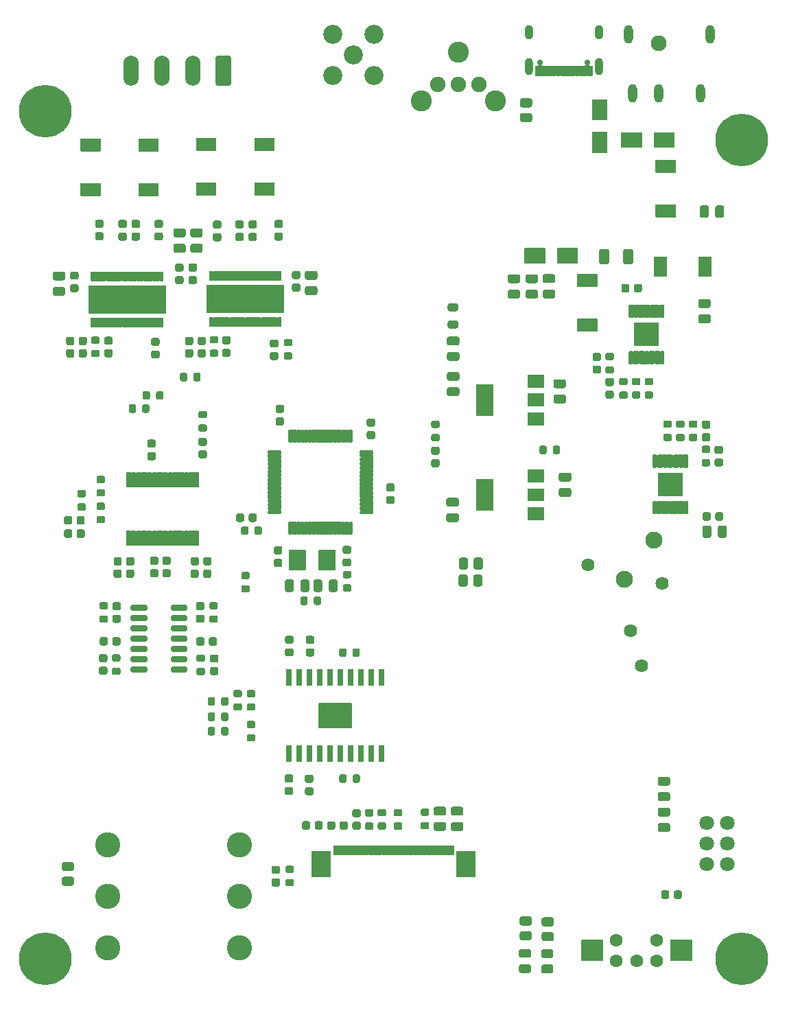
<source format=gbr>
G04 #@! TF.GenerationSoftware,KiCad,Pcbnew,5.1.9*
G04 #@! TF.CreationDate,2021-06-24T12:15:12+08:00*
G04 #@! TF.ProjectId,digital-amplifier2,64696769-7461-46c2-9d61-6d706c696669,rev?*
G04 #@! TF.SameCoordinates,Original*
G04 #@! TF.FileFunction,Soldermask,Top*
G04 #@! TF.FilePolarity,Negative*
%FSLAX46Y46*%
G04 Gerber Fmt 4.6, Leading zero omitted, Abs format (unit mm)*
G04 Created by KiCad (PCBNEW 5.1.9) date 2021-06-24 12:15:12*
%MOMM*%
%LPD*%
G01*
G04 APERTURE LIST*
%ADD10C,0.152400*%
%ADD11C,1.626000*%
%ADD12C,2.102000*%
%ADD13C,1.802000*%
%ADD14C,2.352000*%
%ADD15O,1.902000X3.702000*%
%ADD16C,0.702000*%
%ADD17C,1.602000*%
%ADD18O,1.002000X1.802000*%
%ADD19O,1.002000X2.102000*%
%ADD20R,3.100000X3.000000*%
%ADD21C,1.902000*%
%ADD22C,2.602000*%
%ADD23C,3.102000*%
%ADD24C,1.952000*%
%ADD25O,1.102000X2.302000*%
%ADD26C,6.502000*%
%ADD27C,0.100000*%
G04 APERTURE END LIST*
D10*
X141757400Y-185029500D02*
X137820400Y-185029500D01*
X141757400Y-184558400D02*
X141757400Y-185029500D01*
X137820400Y-184558400D02*
X141757400Y-184558400D01*
X137820400Y-185029500D02*
X137820400Y-184558400D01*
X141757400Y-185429500D02*
X137820400Y-185429500D01*
X141757400Y-185816900D02*
X141757400Y-185429500D01*
X137820400Y-185816900D02*
X141757400Y-185816900D01*
X137820400Y-185429500D02*
X137820400Y-185816900D01*
X141757400Y-186216900D02*
X137820400Y-186216900D01*
X141757400Y-186604300D02*
X141757400Y-186216900D01*
X137820400Y-186604300D02*
X141757400Y-186604300D01*
X137820400Y-186216900D02*
X137820400Y-186604300D01*
X141757400Y-187475400D02*
X137820400Y-187475400D01*
X141757400Y-187004300D02*
X141757400Y-187475400D01*
X137820400Y-187004300D02*
X141757400Y-187004300D01*
X137820400Y-187475400D02*
X137820400Y-187004300D01*
X141757400Y-187475400D02*
X141170000Y-187475400D01*
X141757400Y-184558400D02*
X141757400Y-187475400D01*
X141170000Y-184558400D02*
X141757400Y-184558400D01*
X141170000Y-187475400D02*
X141170000Y-184558400D01*
X140770000Y-187475400D02*
X140382600Y-187475400D01*
X140770000Y-184558400D02*
X140770000Y-187475400D01*
X140382600Y-184558400D02*
X140770000Y-184558400D01*
X140382600Y-187475400D02*
X140382600Y-184558400D01*
X139982600Y-187475400D02*
X139595200Y-187475400D01*
X139982600Y-184558400D02*
X139982600Y-187475400D01*
X139595200Y-184558400D02*
X139982600Y-184558400D01*
X139595200Y-187475400D02*
X139595200Y-184558400D01*
X139195200Y-187475400D02*
X138807800Y-187475400D01*
X139195200Y-184558400D02*
X139195200Y-187475400D01*
X138807800Y-184558400D02*
X139195200Y-184558400D01*
X138807800Y-187475400D02*
X138807800Y-184558400D01*
X138407800Y-187475400D02*
X137820400Y-187475400D01*
X138407800Y-184558400D02*
X138407800Y-187475400D01*
X137820400Y-184558400D02*
X138407800Y-184558400D01*
X137820400Y-187475400D02*
X137820400Y-184558400D01*
X141757400Y-185029500D02*
X137820400Y-185029500D01*
X141757400Y-184558400D02*
X141757400Y-185029500D01*
X137820400Y-184558400D02*
X141757400Y-184558400D01*
X137820400Y-185029500D02*
X137820400Y-184558400D01*
X141757400Y-185429500D02*
X137820400Y-185429500D01*
X141757400Y-185816900D02*
X141757400Y-185429500D01*
X137820400Y-185816900D02*
X141757400Y-185816900D01*
X137820400Y-185429500D02*
X137820400Y-185816900D01*
X141757400Y-186216900D02*
X137820400Y-186216900D01*
X141757400Y-186604300D02*
X141757400Y-186216900D01*
X137820400Y-186604300D02*
X141757400Y-186604300D01*
X137820400Y-186216900D02*
X137820400Y-186604300D01*
X141757400Y-187475400D02*
X137820400Y-187475400D01*
X141757400Y-187004300D02*
X141757400Y-187475400D01*
X137820400Y-187004300D02*
X141757400Y-187004300D01*
X137820400Y-187475400D02*
X137820400Y-187004300D01*
X141757400Y-187475400D02*
X141170000Y-187475400D01*
X141757400Y-184558400D02*
X141757400Y-187475400D01*
X141170000Y-184558400D02*
X141757400Y-184558400D01*
X141170000Y-187475400D02*
X141170000Y-184558400D01*
X140770000Y-187475400D02*
X140382600Y-187475400D01*
X140770000Y-184558400D02*
X140770000Y-187475400D01*
X140382600Y-184558400D02*
X140770000Y-184558400D01*
X140382600Y-187475400D02*
X140382600Y-184558400D01*
X139982600Y-187475400D02*
X139595200Y-187475400D01*
X139982600Y-184558400D02*
X139982600Y-187475400D01*
X139595200Y-184558400D02*
X139982600Y-184558400D01*
X139595200Y-187475400D02*
X139595200Y-184558400D01*
X139195200Y-187475400D02*
X138807800Y-187475400D01*
X139195200Y-184558400D02*
X139195200Y-187475400D01*
X138807800Y-184558400D02*
X139195200Y-184558400D01*
X138807800Y-187475400D02*
X138807800Y-184558400D01*
X138407800Y-187475400D02*
X137820400Y-187475400D01*
X138407800Y-184558400D02*
X138407800Y-187475400D01*
X137820400Y-184558400D02*
X138407800Y-184558400D01*
X137820400Y-187475400D02*
X137820400Y-184558400D01*
G36*
G01*
X165894900Y-152963100D02*
X165894900Y-153564100D01*
G75*
G02*
X165669400Y-153789600I-225500J0D01*
G01*
X165218400Y-153789600D01*
G75*
G02*
X164992900Y-153564100I0J225500D01*
G01*
X164992900Y-152963100D01*
G75*
G02*
X165218400Y-152737600I225500J0D01*
G01*
X165669400Y-152737600D01*
G75*
G02*
X165894900Y-152963100I0J-225500D01*
G01*
G37*
G36*
G01*
X167544900Y-152963100D02*
X167544900Y-153564100D01*
G75*
G02*
X167319400Y-153789600I-225500J0D01*
G01*
X166868400Y-153789600D01*
G75*
G02*
X166642900Y-153564100I0J225500D01*
G01*
X166642900Y-152963100D01*
G75*
G02*
X166868400Y-152737600I225500J0D01*
G01*
X167319400Y-152737600D01*
G75*
G02*
X167544900Y-152963100I0J-225500D01*
G01*
G37*
G36*
G01*
X165618000Y-148661720D02*
X165618000Y-150161720D01*
G75*
G02*
X165567000Y-150212720I-51000J0D01*
G01*
X163567000Y-150212720D01*
G75*
G02*
X163516000Y-150161720I0J51000D01*
G01*
X163516000Y-148661720D01*
G75*
G02*
X163567000Y-148610720I51000J0D01*
G01*
X165567000Y-148610720D01*
G75*
G02*
X165618000Y-148661720I0J-51000D01*
G01*
G37*
G36*
G01*
X165618000Y-144061720D02*
X165618000Y-145561720D01*
G75*
G02*
X165567000Y-145612720I-51000J0D01*
G01*
X163567000Y-145612720D01*
G75*
G02*
X163516000Y-145561720I0J51000D01*
G01*
X163516000Y-144061720D01*
G75*
G02*
X163567000Y-144010720I51000J0D01*
G01*
X165567000Y-144010720D01*
G75*
G02*
X165618000Y-144061720I0J-51000D01*
G01*
G37*
G36*
G01*
X165618000Y-146361720D02*
X165618000Y-147861720D01*
G75*
G02*
X165567000Y-147912720I-51000J0D01*
G01*
X163567000Y-147912720D01*
G75*
G02*
X163516000Y-147861720I0J51000D01*
G01*
X163516000Y-146361720D01*
G75*
G02*
X163567000Y-146310720I51000J0D01*
G01*
X165567000Y-146310720D01*
G75*
G02*
X165618000Y-146361720I0J-51000D01*
G01*
G37*
G36*
G01*
X159318000Y-145211720D02*
X159318000Y-149011720D01*
G75*
G02*
X159267000Y-149062720I-51000J0D01*
G01*
X157267000Y-149062720D01*
G75*
G02*
X157216000Y-149011720I0J51000D01*
G01*
X157216000Y-145211720D01*
G75*
G02*
X157267000Y-145160720I51000J0D01*
G01*
X159267000Y-145160720D01*
G75*
G02*
X159318000Y-145211720I0J-51000D01*
G01*
G37*
G36*
G01*
X154856300Y-144736600D02*
X153855300Y-144736600D01*
G75*
G02*
X153579800Y-144461100I0J275500D01*
G01*
X153579800Y-143910100D01*
G75*
G02*
X153855300Y-143634600I275500J0D01*
G01*
X154856300Y-143634600D01*
G75*
G02*
X155131800Y-143910100I0J-275500D01*
G01*
X155131800Y-144461100D01*
G75*
G02*
X154856300Y-144736600I-275500J0D01*
G01*
G37*
G36*
G01*
X154856300Y-146636600D02*
X153855300Y-146636600D01*
G75*
G02*
X153579800Y-146361100I0J275500D01*
G01*
X153579800Y-145810100D01*
G75*
G02*
X153855300Y-145534600I275500J0D01*
G01*
X154856300Y-145534600D01*
G75*
G02*
X155131800Y-145810100I0J-275500D01*
G01*
X155131800Y-146361100D01*
G75*
G02*
X154856300Y-146636600I-275500J0D01*
G01*
G37*
D11*
X180162200Y-169697400D03*
X177622200Y-179857400D03*
X176225200Y-175539400D03*
X171018200Y-167411400D03*
D12*
X175463200Y-169189400D03*
X179146200Y-164363400D03*
D13*
X188150500Y-204355700D03*
X185610500Y-204355700D03*
X188150500Y-201815700D03*
X185610500Y-201815700D03*
X188150500Y-199275700D03*
X185610500Y-199275700D03*
D14*
X139460000Y-107040000D03*
X139460000Y-101960000D03*
X144540000Y-101960000D03*
X144540000Y-107040000D03*
X142000000Y-104500000D03*
D15*
X114570000Y-106500000D03*
X118380000Y-106500000D03*
X122190000Y-106500000D03*
G36*
G01*
X126951000Y-104913166D02*
X126951000Y-108086834D01*
G75*
G02*
X126686834Y-108351000I-264166J0D01*
G01*
X125313166Y-108351000D01*
G75*
G02*
X125049000Y-108086834I0J264166D01*
G01*
X125049000Y-104913166D01*
G75*
G02*
X125313166Y-104649000I264166J0D01*
G01*
X126686834Y-104649000D01*
G75*
G02*
X126951000Y-104913166I0J-264166D01*
G01*
G37*
G36*
G01*
X123168500Y-153309000D02*
X123719500Y-153309000D01*
G75*
G02*
X123970000Y-153559500I0J-250500D01*
G01*
X123970000Y-154060500D01*
G75*
G02*
X123719500Y-154311000I-250500J0D01*
G01*
X123168500Y-154311000D01*
G75*
G02*
X122918000Y-154060500I0J250500D01*
G01*
X122918000Y-153559500D01*
G75*
G02*
X123168500Y-153309000I250500J0D01*
G01*
G37*
G36*
G01*
X123168500Y-151759000D02*
X123719500Y-151759000D01*
G75*
G02*
X123970000Y-152009500I0J-250500D01*
G01*
X123970000Y-152510500D01*
G75*
G02*
X123719500Y-152761000I-250500J0D01*
G01*
X123168500Y-152761000D01*
G75*
G02*
X122918000Y-152510500I0J250500D01*
G01*
X122918000Y-152009500D01*
G75*
G02*
X123168500Y-151759000I250500J0D01*
G01*
G37*
G36*
G01*
X151883200Y-154401200D02*
X152434200Y-154401200D01*
G75*
G02*
X152684700Y-154651700I0J-250500D01*
G01*
X152684700Y-155152700D01*
G75*
G02*
X152434200Y-155403200I-250500J0D01*
G01*
X151883200Y-155403200D01*
G75*
G02*
X151632700Y-155152700I0J250500D01*
G01*
X151632700Y-154651700D01*
G75*
G02*
X151883200Y-154401200I250500J0D01*
G01*
G37*
G36*
G01*
X151883200Y-152851200D02*
X152434200Y-152851200D01*
G75*
G02*
X152684700Y-153101700I0J-250500D01*
G01*
X152684700Y-153602700D01*
G75*
G02*
X152434200Y-153853200I-250500J0D01*
G01*
X151883200Y-153853200D01*
G75*
G02*
X151632700Y-153602700I0J250500D01*
G01*
X151632700Y-153101700D01*
G75*
G02*
X151883200Y-152851200I250500J0D01*
G01*
G37*
G36*
G01*
X133887700Y-206190200D02*
X134488700Y-206190200D01*
G75*
G02*
X134714200Y-206415700I0J-225500D01*
G01*
X134714200Y-206866700D01*
G75*
G02*
X134488700Y-207092200I-225500J0D01*
G01*
X133887700Y-207092200D01*
G75*
G02*
X133662200Y-206866700I0J225500D01*
G01*
X133662200Y-206415700D01*
G75*
G02*
X133887700Y-206190200I225500J0D01*
G01*
G37*
G36*
G01*
X133887700Y-204540200D02*
X134488700Y-204540200D01*
G75*
G02*
X134714200Y-204765700I0J-225500D01*
G01*
X134714200Y-205216700D01*
G75*
G02*
X134488700Y-205442200I-225500J0D01*
G01*
X133887700Y-205442200D01*
G75*
G02*
X133662200Y-205216700I0J225500D01*
G01*
X133662200Y-204765700D01*
G75*
G02*
X133887700Y-204540200I225500J0D01*
G01*
G37*
G36*
G01*
X128426700Y-169957100D02*
X129027700Y-169957100D01*
G75*
G02*
X129253200Y-170182600I0J-225500D01*
G01*
X129253200Y-170633600D01*
G75*
G02*
X129027700Y-170859100I-225500J0D01*
G01*
X128426700Y-170859100D01*
G75*
G02*
X128201200Y-170633600I0J225500D01*
G01*
X128201200Y-170182600D01*
G75*
G02*
X128426700Y-169957100I225500J0D01*
G01*
G37*
G36*
G01*
X128426700Y-168307100D02*
X129027700Y-168307100D01*
G75*
G02*
X129253200Y-168532600I0J-225500D01*
G01*
X129253200Y-168983600D01*
G75*
G02*
X129027700Y-169209100I-225500J0D01*
G01*
X128426700Y-169209100D01*
G75*
G02*
X128201200Y-168983600I0J225500D01*
G01*
X128201200Y-168532600D01*
G75*
G02*
X128426700Y-168307100I225500J0D01*
G01*
G37*
G36*
G01*
X145261820Y-199207480D02*
X145862820Y-199207480D01*
G75*
G02*
X146088320Y-199432980I0J-225500D01*
G01*
X146088320Y-199883980D01*
G75*
G02*
X145862820Y-200109480I-225500J0D01*
G01*
X145261820Y-200109480D01*
G75*
G02*
X145036320Y-199883980I0J225500D01*
G01*
X145036320Y-199432980D01*
G75*
G02*
X145261820Y-199207480I225500J0D01*
G01*
G37*
G36*
G01*
X145261820Y-197557480D02*
X145862820Y-197557480D01*
G75*
G02*
X146088320Y-197782980I0J-225500D01*
G01*
X146088320Y-198233980D01*
G75*
G02*
X145862820Y-198459480I-225500J0D01*
G01*
X145261820Y-198459480D01*
G75*
G02*
X145036320Y-198233980I0J225500D01*
G01*
X145036320Y-197782980D01*
G75*
G02*
X145261820Y-197557480I225500J0D01*
G01*
G37*
G36*
G01*
X143692100Y-199222720D02*
X144293100Y-199222720D01*
G75*
G02*
X144518600Y-199448220I0J-225500D01*
G01*
X144518600Y-199899220D01*
G75*
G02*
X144293100Y-200124720I-225500J0D01*
G01*
X143692100Y-200124720D01*
G75*
G02*
X143466600Y-199899220I0J225500D01*
G01*
X143466600Y-199448220D01*
G75*
G02*
X143692100Y-199222720I225500J0D01*
G01*
G37*
G36*
G01*
X143692100Y-197572720D02*
X144293100Y-197572720D01*
G75*
G02*
X144518600Y-197798220I0J-225500D01*
G01*
X144518600Y-198249220D01*
G75*
G02*
X144293100Y-198474720I-225500J0D01*
G01*
X143692100Y-198474720D01*
G75*
G02*
X143466600Y-198249220I0J225500D01*
G01*
X143466600Y-197798220D01*
G75*
G02*
X143692100Y-197572720I225500J0D01*
G01*
G37*
G36*
G01*
X147243020Y-199212560D02*
X147844020Y-199212560D01*
G75*
G02*
X148069520Y-199438060I0J-225500D01*
G01*
X148069520Y-199889060D01*
G75*
G02*
X147844020Y-200114560I-225500J0D01*
G01*
X147243020Y-200114560D01*
G75*
G02*
X147017520Y-199889060I0J225500D01*
G01*
X147017520Y-199438060D01*
G75*
G02*
X147243020Y-199212560I225500J0D01*
G01*
G37*
G36*
G01*
X147243020Y-197562560D02*
X147844020Y-197562560D01*
G75*
G02*
X148069520Y-197788060I0J-225500D01*
G01*
X148069520Y-198239060D01*
G75*
G02*
X147844020Y-198464560I-225500J0D01*
G01*
X147243020Y-198464560D01*
G75*
G02*
X147017520Y-198239060I0J225500D01*
G01*
X147017520Y-197788060D01*
G75*
G02*
X147243020Y-197562560I225500J0D01*
G01*
G37*
G36*
G01*
X150560260Y-199156680D02*
X151161260Y-199156680D01*
G75*
G02*
X151386760Y-199382180I0J-225500D01*
G01*
X151386760Y-199833180D01*
G75*
G02*
X151161260Y-200058680I-225500J0D01*
G01*
X150560260Y-200058680D01*
G75*
G02*
X150334760Y-199833180I0J225500D01*
G01*
X150334760Y-199382180D01*
G75*
G02*
X150560260Y-199156680I225500J0D01*
G01*
G37*
G36*
G01*
X150560260Y-197506680D02*
X151161260Y-197506680D01*
G75*
G02*
X151386760Y-197732180I0J-225500D01*
G01*
X151386760Y-198183180D01*
G75*
G02*
X151161260Y-198408680I-225500J0D01*
G01*
X150560260Y-198408680D01*
G75*
G02*
X150334760Y-198183180I0J225500D01*
G01*
X150334760Y-197732180D01*
G75*
G02*
X150560260Y-197506680I225500J0D01*
G01*
G37*
G36*
G01*
X132185500Y-206115600D02*
X132736500Y-206115600D01*
G75*
G02*
X132987000Y-206366100I0J-250500D01*
G01*
X132987000Y-206867100D01*
G75*
G02*
X132736500Y-207117600I-250500J0D01*
G01*
X132185500Y-207117600D01*
G75*
G02*
X131935000Y-206867100I0J250500D01*
G01*
X131935000Y-206366100D01*
G75*
G02*
X132185500Y-206115600I250500J0D01*
G01*
G37*
G36*
G01*
X132185500Y-204565600D02*
X132736500Y-204565600D01*
G75*
G02*
X132987000Y-204816100I0J-250500D01*
G01*
X132987000Y-205317100D01*
G75*
G02*
X132736500Y-205567600I-250500J0D01*
G01*
X132185500Y-205567600D01*
G75*
G02*
X131935000Y-205317100I0J250500D01*
G01*
X131935000Y-204816100D01*
G75*
G02*
X132185500Y-204565600I250500J0D01*
G01*
G37*
G36*
G01*
X136713280Y-199309820D02*
X136713280Y-199860820D01*
G75*
G02*
X136462780Y-200111320I-250500J0D01*
G01*
X135961780Y-200111320D01*
G75*
G02*
X135711280Y-199860820I0J250500D01*
G01*
X135711280Y-199309820D01*
G75*
G02*
X135961780Y-199059320I250500J0D01*
G01*
X136462780Y-199059320D01*
G75*
G02*
X136713280Y-199309820I0J-250500D01*
G01*
G37*
G36*
G01*
X138263280Y-199309820D02*
X138263280Y-199860820D01*
G75*
G02*
X138012780Y-200111320I-250500J0D01*
G01*
X137511780Y-200111320D01*
G75*
G02*
X137261280Y-199860820I0J250500D01*
G01*
X137261280Y-199309820D01*
G75*
G02*
X137511780Y-199059320I250500J0D01*
G01*
X138012780Y-199059320D01*
G75*
G02*
X138263280Y-199309820I0J-250500D01*
G01*
G37*
G36*
G01*
X140347380Y-199868440D02*
X140347380Y-199317440D01*
G75*
G02*
X140597880Y-199066940I250500J0D01*
G01*
X141098880Y-199066940D01*
G75*
G02*
X141349380Y-199317440I0J-250500D01*
G01*
X141349380Y-199868440D01*
G75*
G02*
X141098880Y-200118940I-250500J0D01*
G01*
X140597880Y-200118940D01*
G75*
G02*
X140347380Y-199868440I0J250500D01*
G01*
G37*
G36*
G01*
X138797380Y-199868440D02*
X138797380Y-199317440D01*
G75*
G02*
X139047880Y-199066940I250500J0D01*
G01*
X139548880Y-199066940D01*
G75*
G02*
X139799380Y-199317440I0J-250500D01*
G01*
X139799380Y-199868440D01*
G75*
G02*
X139548880Y-200118940I-250500J0D01*
G01*
X139047880Y-200118940D01*
G75*
G02*
X138797380Y-199868440I0J250500D01*
G01*
G37*
G36*
G01*
X111171500Y-157360000D02*
X110570500Y-157360000D01*
G75*
G02*
X110345000Y-157134500I0J225500D01*
G01*
X110345000Y-156683500D01*
G75*
G02*
X110570500Y-156458000I225500J0D01*
G01*
X111171500Y-156458000D01*
G75*
G02*
X111397000Y-156683500I0J-225500D01*
G01*
X111397000Y-157134500D01*
G75*
G02*
X111171500Y-157360000I-225500J0D01*
G01*
G37*
G36*
G01*
X111171500Y-159010000D02*
X110570500Y-159010000D01*
G75*
G02*
X110345000Y-158784500I0J225500D01*
G01*
X110345000Y-158333500D01*
G75*
G02*
X110570500Y-158108000I225500J0D01*
G01*
X111171500Y-158108000D01*
G75*
G02*
X111397000Y-158333500I0J-225500D01*
G01*
X111397000Y-158784500D01*
G75*
G02*
X111171500Y-159010000I-225500J0D01*
G01*
G37*
G36*
G01*
X133684500Y-141211920D02*
X134285500Y-141211920D01*
G75*
G02*
X134511000Y-141437420I0J-225500D01*
G01*
X134511000Y-141888420D01*
G75*
G02*
X134285500Y-142113920I-225500J0D01*
G01*
X133684500Y-142113920D01*
G75*
G02*
X133459000Y-141888420I0J225500D01*
G01*
X133459000Y-141437420D01*
G75*
G02*
X133684500Y-141211920I225500J0D01*
G01*
G37*
G36*
G01*
X133684500Y-139561920D02*
X134285500Y-139561920D01*
G75*
G02*
X134511000Y-139787420I0J-225500D01*
G01*
X134511000Y-140238420D01*
G75*
G02*
X134285500Y-140463920I-225500J0D01*
G01*
X133684500Y-140463920D01*
G75*
G02*
X133459000Y-140238420I0J225500D01*
G01*
X133459000Y-139787420D01*
G75*
G02*
X133684500Y-139561920I225500J0D01*
G01*
G37*
G36*
G01*
X126089500Y-140781720D02*
X126640500Y-140781720D01*
G75*
G02*
X126891000Y-141032220I0J-250500D01*
G01*
X126891000Y-141533220D01*
G75*
G02*
X126640500Y-141783720I-250500J0D01*
G01*
X126089500Y-141783720D01*
G75*
G02*
X125839000Y-141533220I0J250500D01*
G01*
X125839000Y-141032220D01*
G75*
G02*
X126089500Y-140781720I250500J0D01*
G01*
G37*
G36*
G01*
X126089500Y-139231720D02*
X126640500Y-139231720D01*
G75*
G02*
X126891000Y-139482220I0J-250500D01*
G01*
X126891000Y-139983220D01*
G75*
G02*
X126640500Y-140233720I-250500J0D01*
G01*
X126089500Y-140233720D01*
G75*
G02*
X125839000Y-139983220I0J250500D01*
G01*
X125839000Y-139482220D01*
G75*
G02*
X126089500Y-139231720I250500J0D01*
G01*
G37*
G36*
G01*
X131987380Y-141177960D02*
X132538380Y-141177960D01*
G75*
G02*
X132788880Y-141428460I0J-250500D01*
G01*
X132788880Y-141929460D01*
G75*
G02*
X132538380Y-142179960I-250500J0D01*
G01*
X131987380Y-142179960D01*
G75*
G02*
X131736880Y-141929460I0J250500D01*
G01*
X131736880Y-141428460D01*
G75*
G02*
X131987380Y-141177960I250500J0D01*
G01*
G37*
G36*
G01*
X131987380Y-139627960D02*
X132538380Y-139627960D01*
G75*
G02*
X132788880Y-139878460I0J-250500D01*
G01*
X132788880Y-140379460D01*
G75*
G02*
X132538380Y-140629960I-250500J0D01*
G01*
X131987380Y-140629960D01*
G75*
G02*
X131736880Y-140379460I0J250500D01*
G01*
X131736880Y-139878460D01*
G75*
G02*
X131987380Y-139627960I250500J0D01*
G01*
G37*
G36*
G01*
X111540380Y-140832520D02*
X112091380Y-140832520D01*
G75*
G02*
X112341880Y-141083020I0J-250500D01*
G01*
X112341880Y-141584020D01*
G75*
G02*
X112091380Y-141834520I-250500J0D01*
G01*
X111540380Y-141834520D01*
G75*
G02*
X111289880Y-141584020I0J250500D01*
G01*
X111289880Y-141083020D01*
G75*
G02*
X111540380Y-140832520I250500J0D01*
G01*
G37*
G36*
G01*
X111540380Y-139282520D02*
X112091380Y-139282520D01*
G75*
G02*
X112341880Y-139533020I0J-250500D01*
G01*
X112341880Y-140034020D01*
G75*
G02*
X112091380Y-140284520I-250500J0D01*
G01*
X111540380Y-140284520D01*
G75*
G02*
X111289880Y-140034020I0J250500D01*
G01*
X111289880Y-139533020D01*
G75*
G02*
X111540380Y-139282520I250500J0D01*
G01*
G37*
G36*
G01*
X117326500Y-140990000D02*
X117877500Y-140990000D01*
G75*
G02*
X118128000Y-141240500I0J-250500D01*
G01*
X118128000Y-141741500D01*
G75*
G02*
X117877500Y-141992000I-250500J0D01*
G01*
X117326500Y-141992000D01*
G75*
G02*
X117076000Y-141741500I0J250500D01*
G01*
X117076000Y-141240500D01*
G75*
G02*
X117326500Y-140990000I250500J0D01*
G01*
G37*
G36*
G01*
X117326500Y-139440000D02*
X117877500Y-139440000D01*
G75*
G02*
X118128000Y-139690500I0J-250500D01*
G01*
X118128000Y-140191500D01*
G75*
G02*
X117877500Y-140442000I-250500J0D01*
G01*
X117326500Y-140442000D01*
G75*
G02*
X117076000Y-140191500I0J250500D01*
G01*
X117076000Y-139690500D01*
G75*
G02*
X117326500Y-139440000I250500J0D01*
G01*
G37*
G36*
G01*
X122281000Y-141075500D02*
X122281000Y-141626500D01*
G75*
G02*
X122030500Y-141877000I-250500J0D01*
G01*
X121529500Y-141877000D01*
G75*
G02*
X121279000Y-141626500I0J250500D01*
G01*
X121279000Y-141075500D01*
G75*
G02*
X121529500Y-140825000I250500J0D01*
G01*
X122030500Y-140825000D01*
G75*
G02*
X122281000Y-141075500I0J-250500D01*
G01*
G37*
G36*
G01*
X123831000Y-141075500D02*
X123831000Y-141626500D01*
G75*
G02*
X123580500Y-141877000I-250500J0D01*
G01*
X123079500Y-141877000D01*
G75*
G02*
X122829000Y-141626500I0J250500D01*
G01*
X122829000Y-141075500D01*
G75*
G02*
X123079500Y-140825000I250500J0D01*
G01*
X123580500Y-140825000D01*
G75*
G02*
X123831000Y-141075500I0J-250500D01*
G01*
G37*
G36*
G01*
X107599800Y-141075500D02*
X107599800Y-141626500D01*
G75*
G02*
X107349300Y-141877000I-250500J0D01*
G01*
X106848300Y-141877000D01*
G75*
G02*
X106597800Y-141626500I0J250500D01*
G01*
X106597800Y-141075500D01*
G75*
G02*
X106848300Y-140825000I250500J0D01*
G01*
X107349300Y-140825000D01*
G75*
G02*
X107599800Y-141075500I0J-250500D01*
G01*
G37*
G36*
G01*
X109149800Y-141075500D02*
X109149800Y-141626500D01*
G75*
G02*
X108899300Y-141877000I-250500J0D01*
G01*
X108398300Y-141877000D01*
G75*
G02*
X108147800Y-141626500I0J250500D01*
G01*
X108147800Y-141075500D01*
G75*
G02*
X108398300Y-140825000I250500J0D01*
G01*
X108899300Y-140825000D01*
G75*
G02*
X109149800Y-141075500I0J-250500D01*
G01*
G37*
G36*
G01*
X186687680Y-124355980D02*
X186687680Y-123354980D01*
G75*
G02*
X186963180Y-123079480I275500J0D01*
G01*
X187514180Y-123079480D01*
G75*
G02*
X187789680Y-123354980I0J-275500D01*
G01*
X187789680Y-124355980D01*
G75*
G02*
X187514180Y-124631480I-275500J0D01*
G01*
X186963180Y-124631480D01*
G75*
G02*
X186687680Y-124355980I0J275500D01*
G01*
G37*
G36*
G01*
X184787680Y-124355980D02*
X184787680Y-123354980D01*
G75*
G02*
X185063180Y-123079480I275500J0D01*
G01*
X185614180Y-123079480D01*
G75*
G02*
X185889680Y-123354980I0J-275500D01*
G01*
X185889680Y-124355980D01*
G75*
G02*
X185614180Y-124631480I-275500J0D01*
G01*
X185063180Y-124631480D01*
G75*
G02*
X184787680Y-124355980I0J275500D01*
G01*
G37*
G36*
G01*
X111745080Y-176589780D02*
X111745080Y-177140780D01*
G75*
G02*
X111494580Y-177391280I-250500J0D01*
G01*
X110993580Y-177391280D01*
G75*
G02*
X110743080Y-177140780I0J250500D01*
G01*
X110743080Y-176589780D01*
G75*
G02*
X110993580Y-176339280I250500J0D01*
G01*
X111494580Y-176339280D01*
G75*
G02*
X111745080Y-176589780I0J-250500D01*
G01*
G37*
G36*
G01*
X113295080Y-176589780D02*
X113295080Y-177140780D01*
G75*
G02*
X113044580Y-177391280I-250500J0D01*
G01*
X112543580Y-177391280D01*
G75*
G02*
X112293080Y-177140780I0J250500D01*
G01*
X112293080Y-176589780D01*
G75*
G02*
X112543580Y-176339280I250500J0D01*
G01*
X113044580Y-176339280D01*
G75*
G02*
X113295080Y-176589780I0J-250500D01*
G01*
G37*
G36*
G01*
X124205680Y-177166180D02*
X124205680Y-176615180D01*
G75*
G02*
X124456180Y-176364680I250500J0D01*
G01*
X124957180Y-176364680D01*
G75*
G02*
X125207680Y-176615180I0J-250500D01*
G01*
X125207680Y-177166180D01*
G75*
G02*
X124957180Y-177416680I-250500J0D01*
G01*
X124456180Y-177416680D01*
G75*
G02*
X124205680Y-177166180I0J250500D01*
G01*
G37*
G36*
G01*
X122655680Y-177166180D02*
X122655680Y-176615180D01*
G75*
G02*
X122906180Y-176364680I250500J0D01*
G01*
X123407180Y-176364680D01*
G75*
G02*
X123657680Y-176615180I0J-250500D01*
G01*
X123657680Y-177166180D01*
G75*
G02*
X123407180Y-177416680I-250500J0D01*
G01*
X122906180Y-177416680D01*
G75*
G02*
X122655680Y-177166180I0J250500D01*
G01*
G37*
G36*
G01*
X134407820Y-177185640D02*
X133856820Y-177185640D01*
G75*
G02*
X133606320Y-176935140I0J250500D01*
G01*
X133606320Y-176434140D01*
G75*
G02*
X133856820Y-176183640I250500J0D01*
G01*
X134407820Y-176183640D01*
G75*
G02*
X134658320Y-176434140I0J-250500D01*
G01*
X134658320Y-176935140D01*
G75*
G02*
X134407820Y-177185640I-250500J0D01*
G01*
G37*
G36*
G01*
X134407820Y-178735640D02*
X133856820Y-178735640D01*
G75*
G02*
X133606320Y-178485140I0J250500D01*
G01*
X133606320Y-177984140D01*
G75*
G02*
X133856820Y-177733640I250500J0D01*
G01*
X134407820Y-177733640D01*
G75*
G02*
X134658320Y-177984140I0J-250500D01*
G01*
X134658320Y-178485140D01*
G75*
G02*
X134407820Y-178735640I-250500J0D01*
G01*
G37*
G36*
G01*
X133811100Y-194838000D02*
X134362100Y-194838000D01*
G75*
G02*
X134612600Y-195088500I0J-250500D01*
G01*
X134612600Y-195589500D01*
G75*
G02*
X134362100Y-195840000I-250500J0D01*
G01*
X133811100Y-195840000D01*
G75*
G02*
X133560600Y-195589500I0J250500D01*
G01*
X133560600Y-195088500D01*
G75*
G02*
X133811100Y-194838000I250500J0D01*
G01*
G37*
G36*
G01*
X133811100Y-193288000D02*
X134362100Y-193288000D01*
G75*
G02*
X134612600Y-193538500I0J-250500D01*
G01*
X134612600Y-194039500D01*
G75*
G02*
X134362100Y-194290000I-250500J0D01*
G01*
X133811100Y-194290000D01*
G75*
G02*
X133560600Y-194039500I0J250500D01*
G01*
X133560600Y-193538500D01*
G75*
G02*
X133811100Y-193288000I250500J0D01*
G01*
G37*
G36*
G01*
X136310460Y-194868480D02*
X136861460Y-194868480D01*
G75*
G02*
X137111960Y-195118980I0J-250500D01*
G01*
X137111960Y-195619980D01*
G75*
G02*
X136861460Y-195870480I-250500J0D01*
G01*
X136310460Y-195870480D01*
G75*
G02*
X136059960Y-195619980I0J250500D01*
G01*
X136059960Y-195118980D01*
G75*
G02*
X136310460Y-194868480I250500J0D01*
G01*
G37*
G36*
G01*
X136310460Y-193318480D02*
X136861460Y-193318480D01*
G75*
G02*
X137111960Y-193568980I0J-250500D01*
G01*
X137111960Y-194069980D01*
G75*
G02*
X136861460Y-194320480I-250500J0D01*
G01*
X136310460Y-194320480D01*
G75*
G02*
X136059960Y-194069980I0J250500D01*
G01*
X136059960Y-193568980D01*
G75*
G02*
X136310460Y-193318480I250500J0D01*
G01*
G37*
G36*
G01*
X136968140Y-177190720D02*
X136417140Y-177190720D01*
G75*
G02*
X136166640Y-176940220I0J250500D01*
G01*
X136166640Y-176439220D01*
G75*
G02*
X136417140Y-176188720I250500J0D01*
G01*
X136968140Y-176188720D01*
G75*
G02*
X137218640Y-176439220I0J-250500D01*
G01*
X137218640Y-176940220D01*
G75*
G02*
X136968140Y-177190720I-250500J0D01*
G01*
G37*
G36*
G01*
X136968140Y-178740720D02*
X136417140Y-178740720D01*
G75*
G02*
X136166640Y-178490220I0J250500D01*
G01*
X136166640Y-177989220D01*
G75*
G02*
X136417140Y-177738720I250500J0D01*
G01*
X136968140Y-177738720D01*
G75*
G02*
X137218640Y-177989220I0J-250500D01*
G01*
X137218640Y-178490220D01*
G75*
G02*
X136968140Y-178740720I-250500J0D01*
G01*
G37*
G36*
G01*
X122294000Y-144572500D02*
X122294000Y-143971500D01*
G75*
G02*
X122519500Y-143746000I225500J0D01*
G01*
X122970500Y-143746000D01*
G75*
G02*
X123196000Y-143971500I0J-225500D01*
G01*
X123196000Y-144572500D01*
G75*
G02*
X122970500Y-144798000I-225500J0D01*
G01*
X122519500Y-144798000D01*
G75*
G02*
X122294000Y-144572500I0J225500D01*
G01*
G37*
G36*
G01*
X120644000Y-144572500D02*
X120644000Y-143971500D01*
G75*
G02*
X120869500Y-143746000I225500J0D01*
G01*
X121320500Y-143746000D01*
G75*
G02*
X121546000Y-143971500I0J-225500D01*
G01*
X121546000Y-144572500D01*
G75*
G02*
X121320500Y-144798000I-225500J0D01*
G01*
X120869500Y-144798000D01*
G75*
G02*
X120644000Y-144572500I0J225500D01*
G01*
G37*
G36*
G01*
X115221400Y-147857700D02*
X115221400Y-148458700D01*
G75*
G02*
X114995900Y-148684200I-225500J0D01*
G01*
X114544900Y-148684200D01*
G75*
G02*
X114319400Y-148458700I0J225500D01*
G01*
X114319400Y-147857700D01*
G75*
G02*
X114544900Y-147632200I225500J0D01*
G01*
X114995900Y-147632200D01*
G75*
G02*
X115221400Y-147857700I0J-225500D01*
G01*
G37*
G36*
G01*
X116871400Y-147857700D02*
X116871400Y-148458700D01*
G75*
G02*
X116645900Y-148684200I-225500J0D01*
G01*
X116194900Y-148684200D01*
G75*
G02*
X115969400Y-148458700I0J225500D01*
G01*
X115969400Y-147857700D01*
G75*
G02*
X116194900Y-147632200I225500J0D01*
G01*
X116645900Y-147632200D01*
G75*
G02*
X116871400Y-147857700I0J-225500D01*
G01*
G37*
G36*
G01*
X116948600Y-146232100D02*
X116948600Y-146833100D01*
G75*
G02*
X116723100Y-147058600I-225500J0D01*
G01*
X116272100Y-147058600D01*
G75*
G02*
X116046600Y-146833100I0J225500D01*
G01*
X116046600Y-146232100D01*
G75*
G02*
X116272100Y-146006600I225500J0D01*
G01*
X116723100Y-146006600D01*
G75*
G02*
X116948600Y-146232100I0J-225500D01*
G01*
G37*
G36*
G01*
X118598600Y-146232100D02*
X118598600Y-146833100D01*
G75*
G02*
X118373100Y-147058600I-225500J0D01*
G01*
X117922100Y-147058600D01*
G75*
G02*
X117696600Y-146833100I0J225500D01*
G01*
X117696600Y-146232100D01*
G75*
G02*
X117922100Y-146006600I225500J0D01*
G01*
X118373100Y-146006600D01*
G75*
G02*
X118598600Y-146232100I0J-225500D01*
G01*
G37*
G36*
G01*
X141560060Y-169089720D02*
X140959060Y-169089720D01*
G75*
G02*
X140733560Y-168864220I0J225500D01*
G01*
X140733560Y-168413220D01*
G75*
G02*
X140959060Y-168187720I225500J0D01*
G01*
X141560060Y-168187720D01*
G75*
G02*
X141785560Y-168413220I0J-225500D01*
G01*
X141785560Y-168864220D01*
G75*
G02*
X141560060Y-169089720I-225500J0D01*
G01*
G37*
G36*
G01*
X141560060Y-170739720D02*
X140959060Y-170739720D01*
G75*
G02*
X140733560Y-170514220I0J225500D01*
G01*
X140733560Y-170063220D01*
G75*
G02*
X140959060Y-169837720I225500J0D01*
G01*
X141560060Y-169837720D01*
G75*
G02*
X141785560Y-170063220I0J-225500D01*
G01*
X141785560Y-170514220D01*
G75*
G02*
X141560060Y-170739720I-225500J0D01*
G01*
G37*
G36*
G01*
X152471900Y-150552800D02*
X151870900Y-150552800D01*
G75*
G02*
X151645400Y-150327300I0J225500D01*
G01*
X151645400Y-149876300D01*
G75*
G02*
X151870900Y-149650800I225500J0D01*
G01*
X152471900Y-149650800D01*
G75*
G02*
X152697400Y-149876300I0J-225500D01*
G01*
X152697400Y-150327300D01*
G75*
G02*
X152471900Y-150552800I-225500J0D01*
G01*
G37*
G36*
G01*
X152471900Y-152202800D02*
X151870900Y-152202800D01*
G75*
G02*
X151645400Y-151977300I0J225500D01*
G01*
X151645400Y-151526300D01*
G75*
G02*
X151870900Y-151300800I225500J0D01*
G01*
X152471900Y-151300800D01*
G75*
G02*
X152697400Y-151526300I0J-225500D01*
G01*
X152697400Y-151977300D01*
G75*
G02*
X152471900Y-152202800I-225500J0D01*
G01*
G37*
G36*
G01*
X129092340Y-162919900D02*
X129092340Y-163520900D01*
G75*
G02*
X128866840Y-163746400I-225500J0D01*
G01*
X128415840Y-163746400D01*
G75*
G02*
X128190340Y-163520900I0J225500D01*
G01*
X128190340Y-162919900D01*
G75*
G02*
X128415840Y-162694400I225500J0D01*
G01*
X128866840Y-162694400D01*
G75*
G02*
X129092340Y-162919900I0J-225500D01*
G01*
G37*
G36*
G01*
X130742340Y-162919900D02*
X130742340Y-163520900D01*
G75*
G02*
X130516840Y-163746400I-225500J0D01*
G01*
X130065840Y-163746400D01*
G75*
G02*
X129840340Y-163520900I0J225500D01*
G01*
X129840340Y-162919900D01*
G75*
G02*
X130065840Y-162694400I225500J0D01*
G01*
X130516840Y-162694400D01*
G75*
G02*
X130742340Y-162919900I0J-225500D01*
G01*
G37*
G36*
G01*
X117405060Y-152979440D02*
X116854060Y-152979440D01*
G75*
G02*
X116603560Y-152728940I0J250500D01*
G01*
X116603560Y-152227940D01*
G75*
G02*
X116854060Y-151977440I250500J0D01*
G01*
X117405060Y-151977440D01*
G75*
G02*
X117655560Y-152227940I0J-250500D01*
G01*
X117655560Y-152728940D01*
G75*
G02*
X117405060Y-152979440I-250500J0D01*
G01*
G37*
G36*
G01*
X117405060Y-154529440D02*
X116854060Y-154529440D01*
G75*
G02*
X116603560Y-154278940I0J250500D01*
G01*
X116603560Y-153777940D01*
G75*
G02*
X116854060Y-153527440I250500J0D01*
G01*
X117405060Y-153527440D01*
G75*
G02*
X117655560Y-153777940I0J-250500D01*
G01*
X117655560Y-154278940D01*
G75*
G02*
X117405060Y-154529440I-250500J0D01*
G01*
G37*
D16*
X141058900Y-185381900D03*
X141058900Y-186651900D03*
X139788900Y-185381900D03*
X139788900Y-186651900D03*
X138518900Y-185381900D03*
X138518900Y-186651900D03*
G36*
G01*
X141693900Y-187462899D02*
X137883900Y-187462899D01*
G75*
G02*
X137832900Y-187411899I0J51000D01*
G01*
X137832900Y-184621901D01*
G75*
G02*
X137883900Y-184570901I51000J0D01*
G01*
X141693900Y-184570901D01*
G75*
G02*
X141744900Y-184621901I0J-51000D01*
G01*
X141744900Y-187411899D01*
G75*
G02*
X141693900Y-187462899I-51000J0D01*
G01*
G37*
G36*
G01*
X134352900Y-182366599D02*
X133794900Y-182366599D01*
G75*
G02*
X133743900Y-182315599I0J51000D01*
G01*
X133743900Y-180345601D01*
G75*
G02*
X133794900Y-180294601I51000J0D01*
G01*
X134352900Y-180294601D01*
G75*
G02*
X134403900Y-180345601I0J-51000D01*
G01*
X134403900Y-182315599D01*
G75*
G02*
X134352900Y-182366599I-51000J0D01*
G01*
G37*
G36*
G01*
X135622900Y-182366599D02*
X135064900Y-182366599D01*
G75*
G02*
X135013900Y-182315599I0J51000D01*
G01*
X135013900Y-180345601D01*
G75*
G02*
X135064900Y-180294601I51000J0D01*
G01*
X135622900Y-180294601D01*
G75*
G02*
X135673900Y-180345601I0J-51000D01*
G01*
X135673900Y-182315599D01*
G75*
G02*
X135622900Y-182366599I-51000J0D01*
G01*
G37*
G36*
G01*
X136892900Y-182366599D02*
X136334900Y-182366599D01*
G75*
G02*
X136283900Y-182315599I0J51000D01*
G01*
X136283900Y-180345601D01*
G75*
G02*
X136334900Y-180294601I51000J0D01*
G01*
X136892900Y-180294601D01*
G75*
G02*
X136943900Y-180345601I0J-51000D01*
G01*
X136943900Y-182315599D01*
G75*
G02*
X136892900Y-182366599I-51000J0D01*
G01*
G37*
G36*
G01*
X138162900Y-182366599D02*
X137604900Y-182366599D01*
G75*
G02*
X137553900Y-182315599I0J51000D01*
G01*
X137553900Y-180345601D01*
G75*
G02*
X137604900Y-180294601I51000J0D01*
G01*
X138162900Y-180294601D01*
G75*
G02*
X138213900Y-180345601I0J-51000D01*
G01*
X138213900Y-182315599D01*
G75*
G02*
X138162900Y-182366599I-51000J0D01*
G01*
G37*
G36*
G01*
X139432900Y-182366599D02*
X138874900Y-182366599D01*
G75*
G02*
X138823900Y-182315599I0J51000D01*
G01*
X138823900Y-180345601D01*
G75*
G02*
X138874900Y-180294601I51000J0D01*
G01*
X139432900Y-180294601D01*
G75*
G02*
X139483900Y-180345601I0J-51000D01*
G01*
X139483900Y-182315599D01*
G75*
G02*
X139432900Y-182366599I-51000J0D01*
G01*
G37*
G36*
G01*
X140702900Y-182366599D02*
X140144900Y-182366599D01*
G75*
G02*
X140093900Y-182315599I0J51000D01*
G01*
X140093900Y-180345601D01*
G75*
G02*
X140144900Y-180294601I51000J0D01*
G01*
X140702900Y-180294601D01*
G75*
G02*
X140753900Y-180345601I0J-51000D01*
G01*
X140753900Y-182315599D01*
G75*
G02*
X140702900Y-182366599I-51000J0D01*
G01*
G37*
G36*
G01*
X141972900Y-182366599D02*
X141414900Y-182366599D01*
G75*
G02*
X141363900Y-182315599I0J51000D01*
G01*
X141363900Y-180345601D01*
G75*
G02*
X141414900Y-180294601I51000J0D01*
G01*
X141972900Y-180294601D01*
G75*
G02*
X142023900Y-180345601I0J-51000D01*
G01*
X142023900Y-182315599D01*
G75*
G02*
X141972900Y-182366599I-51000J0D01*
G01*
G37*
G36*
G01*
X143242900Y-182366599D02*
X142684900Y-182366599D01*
G75*
G02*
X142633900Y-182315599I0J51000D01*
G01*
X142633900Y-180345601D01*
G75*
G02*
X142684900Y-180294601I51000J0D01*
G01*
X143242900Y-180294601D01*
G75*
G02*
X143293900Y-180345601I0J-51000D01*
G01*
X143293900Y-182315599D01*
G75*
G02*
X143242900Y-182366599I-51000J0D01*
G01*
G37*
G36*
G01*
X144512900Y-182366599D02*
X143954900Y-182366599D01*
G75*
G02*
X143903900Y-182315599I0J51000D01*
G01*
X143903900Y-180345601D01*
G75*
G02*
X143954900Y-180294601I51000J0D01*
G01*
X144512900Y-180294601D01*
G75*
G02*
X144563900Y-180345601I0J-51000D01*
G01*
X144563900Y-182315599D01*
G75*
G02*
X144512900Y-182366599I-51000J0D01*
G01*
G37*
G36*
G01*
X145782900Y-182366599D02*
X145224900Y-182366599D01*
G75*
G02*
X145173900Y-182315599I0J51000D01*
G01*
X145173900Y-180345601D01*
G75*
G02*
X145224900Y-180294601I51000J0D01*
G01*
X145782900Y-180294601D01*
G75*
G02*
X145833900Y-180345601I0J-51000D01*
G01*
X145833900Y-182315599D01*
G75*
G02*
X145782900Y-182366599I-51000J0D01*
G01*
G37*
G36*
G01*
X145782900Y-191739199D02*
X145224900Y-191739199D01*
G75*
G02*
X145173900Y-191688199I0J51000D01*
G01*
X145173900Y-189718201D01*
G75*
G02*
X145224900Y-189667201I51000J0D01*
G01*
X145782900Y-189667201D01*
G75*
G02*
X145833900Y-189718201I0J-51000D01*
G01*
X145833900Y-191688199D01*
G75*
G02*
X145782900Y-191739199I-51000J0D01*
G01*
G37*
G36*
G01*
X144512900Y-191739199D02*
X143954900Y-191739199D01*
G75*
G02*
X143903900Y-191688199I0J51000D01*
G01*
X143903900Y-189718201D01*
G75*
G02*
X143954900Y-189667201I51000J0D01*
G01*
X144512900Y-189667201D01*
G75*
G02*
X144563900Y-189718201I0J-51000D01*
G01*
X144563900Y-191688199D01*
G75*
G02*
X144512900Y-191739199I-51000J0D01*
G01*
G37*
G36*
G01*
X143242900Y-191739199D02*
X142684900Y-191739199D01*
G75*
G02*
X142633900Y-191688199I0J51000D01*
G01*
X142633900Y-189718201D01*
G75*
G02*
X142684900Y-189667201I51000J0D01*
G01*
X143242900Y-189667201D01*
G75*
G02*
X143293900Y-189718201I0J-51000D01*
G01*
X143293900Y-191688199D01*
G75*
G02*
X143242900Y-191739199I-51000J0D01*
G01*
G37*
G36*
G01*
X141972900Y-191739199D02*
X141414900Y-191739199D01*
G75*
G02*
X141363900Y-191688199I0J51000D01*
G01*
X141363900Y-189718201D01*
G75*
G02*
X141414900Y-189667201I51000J0D01*
G01*
X141972900Y-189667201D01*
G75*
G02*
X142023900Y-189718201I0J-51000D01*
G01*
X142023900Y-191688199D01*
G75*
G02*
X141972900Y-191739199I-51000J0D01*
G01*
G37*
G36*
G01*
X140702900Y-191739199D02*
X140144900Y-191739199D01*
G75*
G02*
X140093900Y-191688199I0J51000D01*
G01*
X140093900Y-189718201D01*
G75*
G02*
X140144900Y-189667201I51000J0D01*
G01*
X140702900Y-189667201D01*
G75*
G02*
X140753900Y-189718201I0J-51000D01*
G01*
X140753900Y-191688199D01*
G75*
G02*
X140702900Y-191739199I-51000J0D01*
G01*
G37*
G36*
G01*
X139432900Y-191739199D02*
X138874900Y-191739199D01*
G75*
G02*
X138823900Y-191688199I0J51000D01*
G01*
X138823900Y-189718201D01*
G75*
G02*
X138874900Y-189667201I51000J0D01*
G01*
X139432900Y-189667201D01*
G75*
G02*
X139483900Y-189718201I0J-51000D01*
G01*
X139483900Y-191688199D01*
G75*
G02*
X139432900Y-191739199I-51000J0D01*
G01*
G37*
G36*
G01*
X138162900Y-191739199D02*
X137604900Y-191739199D01*
G75*
G02*
X137553900Y-191688199I0J51000D01*
G01*
X137553900Y-189718201D01*
G75*
G02*
X137604900Y-189667201I51000J0D01*
G01*
X138162900Y-189667201D01*
G75*
G02*
X138213900Y-189718201I0J-51000D01*
G01*
X138213900Y-191688199D01*
G75*
G02*
X138162900Y-191739199I-51000J0D01*
G01*
G37*
G36*
G01*
X136892900Y-191739199D02*
X136334900Y-191739199D01*
G75*
G02*
X136283900Y-191688199I0J51000D01*
G01*
X136283900Y-189718201D01*
G75*
G02*
X136334900Y-189667201I51000J0D01*
G01*
X136892900Y-189667201D01*
G75*
G02*
X136943900Y-189718201I0J-51000D01*
G01*
X136943900Y-191688199D01*
G75*
G02*
X136892900Y-191739199I-51000J0D01*
G01*
G37*
G36*
G01*
X135622900Y-191739199D02*
X135064900Y-191739199D01*
G75*
G02*
X135013900Y-191688199I0J51000D01*
G01*
X135013900Y-189718201D01*
G75*
G02*
X135064900Y-189667201I51000J0D01*
G01*
X135622900Y-189667201D01*
G75*
G02*
X135673900Y-189718201I0J-51000D01*
G01*
X135673900Y-191688199D01*
G75*
G02*
X135622900Y-191739199I-51000J0D01*
G01*
G37*
G36*
G01*
X134352900Y-191739199D02*
X133794900Y-191739199D01*
G75*
G02*
X133743900Y-191688199I0J51000D01*
G01*
X133743900Y-189718201D01*
G75*
G02*
X133794900Y-189667201I51000J0D01*
G01*
X134352900Y-189667201D01*
G75*
G02*
X134403900Y-189718201I0J-51000D01*
G01*
X134403900Y-191688199D01*
G75*
G02*
X134352900Y-191739199I-51000J0D01*
G01*
G37*
G36*
G01*
X175321600Y-130091828D02*
X175321600Y-128734172D01*
G75*
G02*
X175593772Y-128462000I272172J0D01*
G01*
X176301428Y-128462000D01*
G75*
G02*
X176573600Y-128734172I0J-272172D01*
G01*
X176573600Y-130091828D01*
G75*
G02*
X176301428Y-130364000I-272172J0D01*
G01*
X175593772Y-130364000D01*
G75*
G02*
X175321600Y-130091828I0J272172D01*
G01*
G37*
G36*
G01*
X172371600Y-130091828D02*
X172371600Y-128734172D01*
G75*
G02*
X172643772Y-128462000I272172J0D01*
G01*
X173351428Y-128462000D01*
G75*
G02*
X173623600Y-128734172I0J-272172D01*
G01*
X173623600Y-130091828D01*
G75*
G02*
X173351428Y-130364000I-272172J0D01*
G01*
X172643772Y-130364000D01*
G75*
G02*
X172371600Y-130091828I0J272172D01*
G01*
G37*
G36*
G01*
X183659000Y-151275400D02*
X184260000Y-151275400D01*
G75*
G02*
X184485500Y-151500900I0J-225500D01*
G01*
X184485500Y-151951900D01*
G75*
G02*
X184260000Y-152177400I-225500J0D01*
G01*
X183659000Y-152177400D01*
G75*
G02*
X183433500Y-151951900I0J225500D01*
G01*
X183433500Y-151500900D01*
G75*
G02*
X183659000Y-151275400I225500J0D01*
G01*
G37*
G36*
G01*
X183659000Y-149625400D02*
X184260000Y-149625400D01*
G75*
G02*
X184485500Y-149850900I0J-225500D01*
G01*
X184485500Y-150301900D01*
G75*
G02*
X184260000Y-150527400I-225500J0D01*
G01*
X183659000Y-150527400D01*
G75*
G02*
X183433500Y-150301900I0J225500D01*
G01*
X183433500Y-149850900D01*
G75*
G02*
X183659000Y-149625400I225500J0D01*
G01*
G37*
G36*
G01*
X182685200Y-150527400D02*
X182084200Y-150527400D01*
G75*
G02*
X181858700Y-150301900I0J225500D01*
G01*
X181858700Y-149850900D01*
G75*
G02*
X182084200Y-149625400I225500J0D01*
G01*
X182685200Y-149625400D01*
G75*
G02*
X182910700Y-149850900I0J-225500D01*
G01*
X182910700Y-150301900D01*
G75*
G02*
X182685200Y-150527400I-225500J0D01*
G01*
G37*
G36*
G01*
X182685200Y-152177400D02*
X182084200Y-152177400D01*
G75*
G02*
X181858700Y-151951900I0J225500D01*
G01*
X181858700Y-151500900D01*
G75*
G02*
X182084200Y-151275400I225500J0D01*
G01*
X182685200Y-151275400D01*
G75*
G02*
X182910700Y-151500900I0J-225500D01*
G01*
X182910700Y-151951900D01*
G75*
G02*
X182685200Y-152177400I-225500J0D01*
G01*
G37*
G36*
G01*
X185834800Y-153639400D02*
X185233800Y-153639400D01*
G75*
G02*
X185008300Y-153413900I0J225500D01*
G01*
X185008300Y-152962900D01*
G75*
G02*
X185233800Y-152737400I225500J0D01*
G01*
X185834800Y-152737400D01*
G75*
G02*
X186060300Y-152962900I0J-225500D01*
G01*
X186060300Y-153413900D01*
G75*
G02*
X185834800Y-153639400I-225500J0D01*
G01*
G37*
G36*
G01*
X185834800Y-155289400D02*
X185233800Y-155289400D01*
G75*
G02*
X185008300Y-155063900I0J225500D01*
G01*
X185008300Y-154612900D01*
G75*
G02*
X185233800Y-154387400I225500J0D01*
G01*
X185834800Y-154387400D01*
G75*
G02*
X186060300Y-154612900I0J-225500D01*
G01*
X186060300Y-155063900D01*
G75*
G02*
X185834800Y-155289400I-225500J0D01*
G01*
G37*
G36*
G01*
X181110400Y-150527400D02*
X180509400Y-150527400D01*
G75*
G02*
X180283900Y-150301900I0J225500D01*
G01*
X180283900Y-149850900D01*
G75*
G02*
X180509400Y-149625400I225500J0D01*
G01*
X181110400Y-149625400D01*
G75*
G02*
X181335900Y-149850900I0J-225500D01*
G01*
X181335900Y-150301900D01*
G75*
G02*
X181110400Y-150527400I-225500J0D01*
G01*
G37*
G36*
G01*
X181110400Y-152177400D02*
X180509400Y-152177400D01*
G75*
G02*
X180283900Y-151951900I0J225500D01*
G01*
X180283900Y-151500900D01*
G75*
G02*
X180509400Y-151275400I225500J0D01*
G01*
X181110400Y-151275400D01*
G75*
G02*
X181335900Y-151500900I0J-225500D01*
G01*
X181335900Y-151951900D01*
G75*
G02*
X181110400Y-152177400I-225500J0D01*
G01*
G37*
G36*
G01*
X175662100Y-145295000D02*
X175061100Y-145295000D01*
G75*
G02*
X174835600Y-145069500I0J225500D01*
G01*
X174835600Y-144618500D01*
G75*
G02*
X175061100Y-144393000I225500J0D01*
G01*
X175662100Y-144393000D01*
G75*
G02*
X175887600Y-144618500I0J-225500D01*
G01*
X175887600Y-145069500D01*
G75*
G02*
X175662100Y-145295000I-225500J0D01*
G01*
G37*
G36*
G01*
X175662100Y-146945000D02*
X175061100Y-146945000D01*
G75*
G02*
X174835600Y-146719500I0J225500D01*
G01*
X174835600Y-146268500D01*
G75*
G02*
X175061100Y-146043000I225500J0D01*
G01*
X175662100Y-146043000D01*
G75*
G02*
X175887600Y-146268500I0J-225500D01*
G01*
X175887600Y-146719500D01*
G75*
G02*
X175662100Y-146945000I-225500J0D01*
G01*
G37*
G36*
G01*
X176635900Y-146030800D02*
X177236900Y-146030800D01*
G75*
G02*
X177462400Y-146256300I0J-225500D01*
G01*
X177462400Y-146707300D01*
G75*
G02*
X177236900Y-146932800I-225500J0D01*
G01*
X176635900Y-146932800D01*
G75*
G02*
X176410400Y-146707300I0J225500D01*
G01*
X176410400Y-146256300D01*
G75*
G02*
X176635900Y-146030800I225500J0D01*
G01*
G37*
G36*
G01*
X176635900Y-144380800D02*
X177236900Y-144380800D01*
G75*
G02*
X177462400Y-144606300I0J-225500D01*
G01*
X177462400Y-145057300D01*
G75*
G02*
X177236900Y-145282800I-225500J0D01*
G01*
X176635900Y-145282800D01*
G75*
G02*
X176410400Y-145057300I0J225500D01*
G01*
X176410400Y-144606300D01*
G75*
G02*
X176635900Y-144380800I225500J0D01*
G01*
G37*
G36*
G01*
X173359300Y-142944200D02*
X173960300Y-142944200D01*
G75*
G02*
X174185800Y-143169700I0J-225500D01*
G01*
X174185800Y-143620700D01*
G75*
G02*
X173960300Y-143846200I-225500J0D01*
G01*
X173359300Y-143846200D01*
G75*
G02*
X173133800Y-143620700I0J225500D01*
G01*
X173133800Y-143169700D01*
G75*
G02*
X173359300Y-142944200I225500J0D01*
G01*
G37*
G36*
G01*
X173359300Y-141294200D02*
X173960300Y-141294200D01*
G75*
G02*
X174185800Y-141519700I0J-225500D01*
G01*
X174185800Y-141970700D01*
G75*
G02*
X173960300Y-142196200I-225500J0D01*
G01*
X173359300Y-142196200D01*
G75*
G02*
X173133800Y-141970700I0J225500D01*
G01*
X173133800Y-141519700D01*
G75*
G02*
X173359300Y-141294200I225500J0D01*
G01*
G37*
G36*
G01*
X178210700Y-146043000D02*
X178811700Y-146043000D01*
G75*
G02*
X179037200Y-146268500I0J-225500D01*
G01*
X179037200Y-146719500D01*
G75*
G02*
X178811700Y-146945000I-225500J0D01*
G01*
X178210700Y-146945000D01*
G75*
G02*
X177985200Y-146719500I0J225500D01*
G01*
X177985200Y-146268500D01*
G75*
G02*
X178210700Y-146043000I225500J0D01*
G01*
G37*
G36*
G01*
X178210700Y-144393000D02*
X178811700Y-144393000D01*
G75*
G02*
X179037200Y-144618500I0J-225500D01*
G01*
X179037200Y-145069500D01*
G75*
G02*
X178811700Y-145295000I-225500J0D01*
G01*
X178210700Y-145295000D01*
G75*
G02*
X177985200Y-145069500I0J225500D01*
G01*
X177985200Y-144618500D01*
G75*
G02*
X178210700Y-144393000I225500J0D01*
G01*
G37*
G36*
G01*
X171809500Y-142844200D02*
X172360500Y-142844200D01*
G75*
G02*
X172611000Y-143094700I0J-250500D01*
G01*
X172611000Y-143595700D01*
G75*
G02*
X172360500Y-143846200I-250500J0D01*
G01*
X171809500Y-143846200D01*
G75*
G02*
X171559000Y-143595700I0J250500D01*
G01*
X171559000Y-143094700D01*
G75*
G02*
X171809500Y-142844200I250500J0D01*
G01*
G37*
G36*
G01*
X171809500Y-141294200D02*
X172360500Y-141294200D01*
G75*
G02*
X172611000Y-141544700I0J-250500D01*
G01*
X172611000Y-142045700D01*
G75*
G02*
X172360500Y-142296200I-250500J0D01*
G01*
X171809500Y-142296200D01*
G75*
G02*
X171559000Y-142045700I0J250500D01*
G01*
X171559000Y-141544700D01*
G75*
G02*
X171809500Y-141294200I250500J0D01*
G01*
G37*
G36*
G01*
X187410000Y-153751600D02*
X186859000Y-153751600D01*
G75*
G02*
X186608500Y-153501100I0J250500D01*
G01*
X186608500Y-153000100D01*
G75*
G02*
X186859000Y-152749600I250500J0D01*
G01*
X187410000Y-152749600D01*
G75*
G02*
X187660500Y-153000100I0J-250500D01*
G01*
X187660500Y-153501100D01*
G75*
G02*
X187410000Y-153751600I-250500J0D01*
G01*
G37*
G36*
G01*
X187410000Y-155301600D02*
X186859000Y-155301600D01*
G75*
G02*
X186608500Y-155051100I0J250500D01*
G01*
X186608500Y-154550100D01*
G75*
G02*
X186859000Y-154299600I250500J0D01*
G01*
X187410000Y-154299600D01*
G75*
G02*
X187660500Y-154550100I0J-250500D01*
G01*
X187660500Y-155051100D01*
G75*
G02*
X187410000Y-155301600I-250500J0D01*
G01*
G37*
G36*
G01*
X185835200Y-150652800D02*
X185284200Y-150652800D01*
G75*
G02*
X185033700Y-150402300I0J250500D01*
G01*
X185033700Y-149901300D01*
G75*
G02*
X185284200Y-149650800I250500J0D01*
G01*
X185835200Y-149650800D01*
G75*
G02*
X186085700Y-149901300I0J-250500D01*
G01*
X186085700Y-150402300D01*
G75*
G02*
X185835200Y-150652800I-250500J0D01*
G01*
G37*
G36*
G01*
X185835200Y-152202800D02*
X185284200Y-152202800D01*
G75*
G02*
X185033700Y-151952300I0J250500D01*
G01*
X185033700Y-151451300D01*
G75*
G02*
X185284200Y-151200800I250500J0D01*
G01*
X185835200Y-151200800D01*
G75*
G02*
X186085700Y-151451300I0J-250500D01*
G01*
X186085700Y-151952300D01*
G75*
G02*
X185835200Y-152202800I-250500J0D01*
G01*
G37*
G36*
G01*
X186684600Y-161743300D02*
X186684600Y-161192300D01*
G75*
G02*
X186935100Y-160941800I250500J0D01*
G01*
X187436100Y-160941800D01*
G75*
G02*
X187686600Y-161192300I0J-250500D01*
G01*
X187686600Y-161743300D01*
G75*
G02*
X187436100Y-161993800I-250500J0D01*
G01*
X186935100Y-161993800D01*
G75*
G02*
X186684600Y-161743300I0J250500D01*
G01*
G37*
G36*
G01*
X185134600Y-161743300D02*
X185134600Y-161192300D01*
G75*
G02*
X185385100Y-160941800I250500J0D01*
G01*
X185886100Y-160941800D01*
G75*
G02*
X186136600Y-161192300I0J-250500D01*
G01*
X186136600Y-161743300D01*
G75*
G02*
X185886100Y-161993800I-250500J0D01*
G01*
X185385100Y-161993800D01*
G75*
G02*
X185134600Y-161743300I0J250500D01*
G01*
G37*
G36*
G01*
X173384300Y-145930000D02*
X173935300Y-145930000D01*
G75*
G02*
X174185800Y-146180500I0J-250500D01*
G01*
X174185800Y-146681500D01*
G75*
G02*
X173935300Y-146932000I-250500J0D01*
G01*
X173384300Y-146932000D01*
G75*
G02*
X173133800Y-146681500I0J250500D01*
G01*
X173133800Y-146180500D01*
G75*
G02*
X173384300Y-145930000I250500J0D01*
G01*
G37*
G36*
G01*
X173384300Y-144380000D02*
X173935300Y-144380000D01*
G75*
G02*
X174185800Y-144630500I0J-250500D01*
G01*
X174185800Y-145131500D01*
G75*
G02*
X173935300Y-145382000I-250500J0D01*
G01*
X173384300Y-145382000D01*
G75*
G02*
X173133800Y-145131500I0J250500D01*
G01*
X173133800Y-144630500D01*
G75*
G02*
X173384300Y-144380000I250500J0D01*
G01*
G37*
G36*
G01*
X176103600Y-133023700D02*
X176103600Y-133574700D01*
G75*
G02*
X175853100Y-133825200I-250500J0D01*
G01*
X175352100Y-133825200D01*
G75*
G02*
X175101600Y-133574700I0J250500D01*
G01*
X175101600Y-133023700D01*
G75*
G02*
X175352100Y-132773200I250500J0D01*
G01*
X175853100Y-132773200D01*
G75*
G02*
X176103600Y-133023700I0J-250500D01*
G01*
G37*
G36*
G01*
X177653600Y-133023700D02*
X177653600Y-133574700D01*
G75*
G02*
X177403100Y-133825200I-250500J0D01*
G01*
X176902100Y-133825200D01*
G75*
G02*
X176651600Y-133574700I0J250500D01*
G01*
X176651600Y-133023700D01*
G75*
G02*
X176902100Y-132773200I250500J0D01*
G01*
X177403100Y-132773200D01*
G75*
G02*
X177653600Y-133023700I0J-250500D01*
G01*
G37*
G36*
G01*
X179368600Y-122980000D02*
X181768600Y-122980000D01*
G75*
G02*
X181819600Y-123031000I0J-51000D01*
G01*
X181819600Y-124531000D01*
G75*
G02*
X181768600Y-124582000I-51000J0D01*
G01*
X179368600Y-124582000D01*
G75*
G02*
X179317600Y-124531000I0J51000D01*
G01*
X179317600Y-123031000D01*
G75*
G02*
X179368600Y-122980000I51000J0D01*
G01*
G37*
G36*
G01*
X179368600Y-117480000D02*
X181768600Y-117480000D01*
G75*
G02*
X181819600Y-117531000I0J-51000D01*
G01*
X181819600Y-119031000D01*
G75*
G02*
X181768600Y-119082000I-51000J0D01*
G01*
X179368600Y-119082000D01*
G75*
G02*
X179317600Y-119031000I0J51000D01*
G01*
X179317600Y-117531000D01*
G75*
G02*
X179368600Y-117480000I51000J0D01*
G01*
G37*
G36*
G01*
X124540500Y-140876640D02*
X125141500Y-140876640D01*
G75*
G02*
X125367000Y-141102140I0J-225500D01*
G01*
X125367000Y-141553140D01*
G75*
G02*
X125141500Y-141778640I-225500J0D01*
G01*
X124540500Y-141778640D01*
G75*
G02*
X124315000Y-141553140I0J225500D01*
G01*
X124315000Y-141102140D01*
G75*
G02*
X124540500Y-140876640I225500J0D01*
G01*
G37*
G36*
G01*
X124540500Y-139226640D02*
X125141500Y-139226640D01*
G75*
G02*
X125367000Y-139452140I0J-225500D01*
G01*
X125367000Y-139903140D01*
G75*
G02*
X125141500Y-140128640I-225500J0D01*
G01*
X124540500Y-140128640D01*
G75*
G02*
X124315000Y-139903140I0J225500D01*
G01*
X124315000Y-139452140D01*
G75*
G02*
X124540500Y-139226640I225500J0D01*
G01*
G37*
G36*
G01*
X109894860Y-140922360D02*
X110495860Y-140922360D01*
G75*
G02*
X110721360Y-141147860I0J-225500D01*
G01*
X110721360Y-141598860D01*
G75*
G02*
X110495860Y-141824360I-225500J0D01*
G01*
X109894860Y-141824360D01*
G75*
G02*
X109669360Y-141598860I0J225500D01*
G01*
X109669360Y-141147860D01*
G75*
G02*
X109894860Y-140922360I225500J0D01*
G01*
G37*
G36*
G01*
X109894860Y-139272360D02*
X110495860Y-139272360D01*
G75*
G02*
X110721360Y-139497860I0J-225500D01*
G01*
X110721360Y-139948860D01*
G75*
G02*
X110495860Y-140174360I-225500J0D01*
G01*
X109894860Y-140174360D01*
G75*
G02*
X109669360Y-139948860I0J225500D01*
G01*
X109669360Y-139497860D01*
G75*
G02*
X109894860Y-139272360I225500J0D01*
G01*
G37*
G36*
G01*
X133451800Y-136396400D02*
X123951800Y-136396400D01*
G75*
G02*
X123900800Y-136345400I0J51000D01*
G01*
X123900800Y-132945400D01*
G75*
G02*
X123951800Y-132894400I51000J0D01*
G01*
X133451800Y-132894400D01*
G75*
G02*
X133502800Y-132945400I0J-51000D01*
G01*
X133502800Y-136345400D01*
G75*
G02*
X133451800Y-136396400I-51000J0D01*
G01*
G37*
G36*
G01*
X124676800Y-132396400D02*
X124276800Y-132396400D01*
G75*
G02*
X124225800Y-132345400I0J51000D01*
G01*
X124225800Y-131245400D01*
G75*
G02*
X124276800Y-131194400I51000J0D01*
G01*
X124676800Y-131194400D01*
G75*
G02*
X124727800Y-131245400I0J-51000D01*
G01*
X124727800Y-132345400D01*
G75*
G02*
X124676800Y-132396400I-51000J0D01*
G01*
G37*
G36*
G01*
X125326800Y-132396400D02*
X124926800Y-132396400D01*
G75*
G02*
X124875800Y-132345400I0J51000D01*
G01*
X124875800Y-131245400D01*
G75*
G02*
X124926800Y-131194400I51000J0D01*
G01*
X125326800Y-131194400D01*
G75*
G02*
X125377800Y-131245400I0J-51000D01*
G01*
X125377800Y-132345400D01*
G75*
G02*
X125326800Y-132396400I-51000J0D01*
G01*
G37*
G36*
G01*
X125976800Y-132396400D02*
X125576800Y-132396400D01*
G75*
G02*
X125525800Y-132345400I0J51000D01*
G01*
X125525800Y-131245400D01*
G75*
G02*
X125576800Y-131194400I51000J0D01*
G01*
X125976800Y-131194400D01*
G75*
G02*
X126027800Y-131245400I0J-51000D01*
G01*
X126027800Y-132345400D01*
G75*
G02*
X125976800Y-132396400I-51000J0D01*
G01*
G37*
G36*
G01*
X126626800Y-132396400D02*
X126226800Y-132396400D01*
G75*
G02*
X126175800Y-132345400I0J51000D01*
G01*
X126175800Y-131245400D01*
G75*
G02*
X126226800Y-131194400I51000J0D01*
G01*
X126626800Y-131194400D01*
G75*
G02*
X126677800Y-131245400I0J-51000D01*
G01*
X126677800Y-132345400D01*
G75*
G02*
X126626800Y-132396400I-51000J0D01*
G01*
G37*
G36*
G01*
X127276800Y-132396400D02*
X126876800Y-132396400D01*
G75*
G02*
X126825800Y-132345400I0J51000D01*
G01*
X126825800Y-131245400D01*
G75*
G02*
X126876800Y-131194400I51000J0D01*
G01*
X127276800Y-131194400D01*
G75*
G02*
X127327800Y-131245400I0J-51000D01*
G01*
X127327800Y-132345400D01*
G75*
G02*
X127276800Y-132396400I-51000J0D01*
G01*
G37*
G36*
G01*
X127926800Y-132396400D02*
X127526800Y-132396400D01*
G75*
G02*
X127475800Y-132345400I0J51000D01*
G01*
X127475800Y-131245400D01*
G75*
G02*
X127526800Y-131194400I51000J0D01*
G01*
X127926800Y-131194400D01*
G75*
G02*
X127977800Y-131245400I0J-51000D01*
G01*
X127977800Y-132345400D01*
G75*
G02*
X127926800Y-132396400I-51000J0D01*
G01*
G37*
G36*
G01*
X128576800Y-132396400D02*
X128176800Y-132396400D01*
G75*
G02*
X128125800Y-132345400I0J51000D01*
G01*
X128125800Y-131245400D01*
G75*
G02*
X128176800Y-131194400I51000J0D01*
G01*
X128576800Y-131194400D01*
G75*
G02*
X128627800Y-131245400I0J-51000D01*
G01*
X128627800Y-132345400D01*
G75*
G02*
X128576800Y-132396400I-51000J0D01*
G01*
G37*
G36*
G01*
X129226800Y-132396400D02*
X128826800Y-132396400D01*
G75*
G02*
X128775800Y-132345400I0J51000D01*
G01*
X128775800Y-131245400D01*
G75*
G02*
X128826800Y-131194400I51000J0D01*
G01*
X129226800Y-131194400D01*
G75*
G02*
X129277800Y-131245400I0J-51000D01*
G01*
X129277800Y-132345400D01*
G75*
G02*
X129226800Y-132396400I-51000J0D01*
G01*
G37*
G36*
G01*
X129876800Y-132396400D02*
X129476800Y-132396400D01*
G75*
G02*
X129425800Y-132345400I0J51000D01*
G01*
X129425800Y-131245400D01*
G75*
G02*
X129476800Y-131194400I51000J0D01*
G01*
X129876800Y-131194400D01*
G75*
G02*
X129927800Y-131245400I0J-51000D01*
G01*
X129927800Y-132345400D01*
G75*
G02*
X129876800Y-132396400I-51000J0D01*
G01*
G37*
G36*
G01*
X130526800Y-132396400D02*
X130126800Y-132396400D01*
G75*
G02*
X130075800Y-132345400I0J51000D01*
G01*
X130075800Y-131245400D01*
G75*
G02*
X130126800Y-131194400I51000J0D01*
G01*
X130526800Y-131194400D01*
G75*
G02*
X130577800Y-131245400I0J-51000D01*
G01*
X130577800Y-132345400D01*
G75*
G02*
X130526800Y-132396400I-51000J0D01*
G01*
G37*
G36*
G01*
X131176800Y-132396400D02*
X130776800Y-132396400D01*
G75*
G02*
X130725800Y-132345400I0J51000D01*
G01*
X130725800Y-131245400D01*
G75*
G02*
X130776800Y-131194400I51000J0D01*
G01*
X131176800Y-131194400D01*
G75*
G02*
X131227800Y-131245400I0J-51000D01*
G01*
X131227800Y-132345400D01*
G75*
G02*
X131176800Y-132396400I-51000J0D01*
G01*
G37*
G36*
G01*
X131826800Y-132396400D02*
X131426800Y-132396400D01*
G75*
G02*
X131375800Y-132345400I0J51000D01*
G01*
X131375800Y-131245400D01*
G75*
G02*
X131426800Y-131194400I51000J0D01*
G01*
X131826800Y-131194400D01*
G75*
G02*
X131877800Y-131245400I0J-51000D01*
G01*
X131877800Y-132345400D01*
G75*
G02*
X131826800Y-132396400I-51000J0D01*
G01*
G37*
G36*
G01*
X132476800Y-132396400D02*
X132076800Y-132396400D01*
G75*
G02*
X132025800Y-132345400I0J51000D01*
G01*
X132025800Y-131245400D01*
G75*
G02*
X132076800Y-131194400I51000J0D01*
G01*
X132476800Y-131194400D01*
G75*
G02*
X132527800Y-131245400I0J-51000D01*
G01*
X132527800Y-132345400D01*
G75*
G02*
X132476800Y-132396400I-51000J0D01*
G01*
G37*
G36*
G01*
X133126800Y-132396400D02*
X132726800Y-132396400D01*
G75*
G02*
X132675800Y-132345400I0J51000D01*
G01*
X132675800Y-131245400D01*
G75*
G02*
X132726800Y-131194400I51000J0D01*
G01*
X133126800Y-131194400D01*
G75*
G02*
X133177800Y-131245400I0J-51000D01*
G01*
X133177800Y-132345400D01*
G75*
G02*
X133126800Y-132396400I-51000J0D01*
G01*
G37*
G36*
G01*
X133126800Y-138096400D02*
X132726800Y-138096400D01*
G75*
G02*
X132675800Y-138045400I0J51000D01*
G01*
X132675800Y-136945400D01*
G75*
G02*
X132726800Y-136894400I51000J0D01*
G01*
X133126800Y-136894400D01*
G75*
G02*
X133177800Y-136945400I0J-51000D01*
G01*
X133177800Y-138045400D01*
G75*
G02*
X133126800Y-138096400I-51000J0D01*
G01*
G37*
G36*
G01*
X132476800Y-138096400D02*
X132076800Y-138096400D01*
G75*
G02*
X132025800Y-138045400I0J51000D01*
G01*
X132025800Y-136945400D01*
G75*
G02*
X132076800Y-136894400I51000J0D01*
G01*
X132476800Y-136894400D01*
G75*
G02*
X132527800Y-136945400I0J-51000D01*
G01*
X132527800Y-138045400D01*
G75*
G02*
X132476800Y-138096400I-51000J0D01*
G01*
G37*
G36*
G01*
X131826800Y-138096400D02*
X131426800Y-138096400D01*
G75*
G02*
X131375800Y-138045400I0J51000D01*
G01*
X131375800Y-136945400D01*
G75*
G02*
X131426800Y-136894400I51000J0D01*
G01*
X131826800Y-136894400D01*
G75*
G02*
X131877800Y-136945400I0J-51000D01*
G01*
X131877800Y-138045400D01*
G75*
G02*
X131826800Y-138096400I-51000J0D01*
G01*
G37*
G36*
G01*
X131176800Y-138096400D02*
X130776800Y-138096400D01*
G75*
G02*
X130725800Y-138045400I0J51000D01*
G01*
X130725800Y-136945400D01*
G75*
G02*
X130776800Y-136894400I51000J0D01*
G01*
X131176800Y-136894400D01*
G75*
G02*
X131227800Y-136945400I0J-51000D01*
G01*
X131227800Y-138045400D01*
G75*
G02*
X131176800Y-138096400I-51000J0D01*
G01*
G37*
G36*
G01*
X130526800Y-138096400D02*
X130126800Y-138096400D01*
G75*
G02*
X130075800Y-138045400I0J51000D01*
G01*
X130075800Y-136945400D01*
G75*
G02*
X130126800Y-136894400I51000J0D01*
G01*
X130526800Y-136894400D01*
G75*
G02*
X130577800Y-136945400I0J-51000D01*
G01*
X130577800Y-138045400D01*
G75*
G02*
X130526800Y-138096400I-51000J0D01*
G01*
G37*
G36*
G01*
X129876800Y-138096400D02*
X129476800Y-138096400D01*
G75*
G02*
X129425800Y-138045400I0J51000D01*
G01*
X129425800Y-136945400D01*
G75*
G02*
X129476800Y-136894400I51000J0D01*
G01*
X129876800Y-136894400D01*
G75*
G02*
X129927800Y-136945400I0J-51000D01*
G01*
X129927800Y-138045400D01*
G75*
G02*
X129876800Y-138096400I-51000J0D01*
G01*
G37*
G36*
G01*
X129226800Y-138096400D02*
X128826800Y-138096400D01*
G75*
G02*
X128775800Y-138045400I0J51000D01*
G01*
X128775800Y-136945400D01*
G75*
G02*
X128826800Y-136894400I51000J0D01*
G01*
X129226800Y-136894400D01*
G75*
G02*
X129277800Y-136945400I0J-51000D01*
G01*
X129277800Y-138045400D01*
G75*
G02*
X129226800Y-138096400I-51000J0D01*
G01*
G37*
G36*
G01*
X128576800Y-138096400D02*
X128176800Y-138096400D01*
G75*
G02*
X128125800Y-138045400I0J51000D01*
G01*
X128125800Y-136945400D01*
G75*
G02*
X128176800Y-136894400I51000J0D01*
G01*
X128576800Y-136894400D01*
G75*
G02*
X128627800Y-136945400I0J-51000D01*
G01*
X128627800Y-138045400D01*
G75*
G02*
X128576800Y-138096400I-51000J0D01*
G01*
G37*
G36*
G01*
X127926800Y-138096400D02*
X127526800Y-138096400D01*
G75*
G02*
X127475800Y-138045400I0J51000D01*
G01*
X127475800Y-136945400D01*
G75*
G02*
X127526800Y-136894400I51000J0D01*
G01*
X127926800Y-136894400D01*
G75*
G02*
X127977800Y-136945400I0J-51000D01*
G01*
X127977800Y-138045400D01*
G75*
G02*
X127926800Y-138096400I-51000J0D01*
G01*
G37*
G36*
G01*
X127276800Y-138096400D02*
X126876800Y-138096400D01*
G75*
G02*
X126825800Y-138045400I0J51000D01*
G01*
X126825800Y-136945400D01*
G75*
G02*
X126876800Y-136894400I51000J0D01*
G01*
X127276800Y-136894400D01*
G75*
G02*
X127327800Y-136945400I0J-51000D01*
G01*
X127327800Y-138045400D01*
G75*
G02*
X127276800Y-138096400I-51000J0D01*
G01*
G37*
G36*
G01*
X126626800Y-138096400D02*
X126226800Y-138096400D01*
G75*
G02*
X126175800Y-138045400I0J51000D01*
G01*
X126175800Y-136945400D01*
G75*
G02*
X126226800Y-136894400I51000J0D01*
G01*
X126626800Y-136894400D01*
G75*
G02*
X126677800Y-136945400I0J-51000D01*
G01*
X126677800Y-138045400D01*
G75*
G02*
X126626800Y-138096400I-51000J0D01*
G01*
G37*
G36*
G01*
X125976800Y-138096400D02*
X125576800Y-138096400D01*
G75*
G02*
X125525800Y-138045400I0J51000D01*
G01*
X125525800Y-136945400D01*
G75*
G02*
X125576800Y-136894400I51000J0D01*
G01*
X125976800Y-136894400D01*
G75*
G02*
X126027800Y-136945400I0J-51000D01*
G01*
X126027800Y-138045400D01*
G75*
G02*
X125976800Y-138096400I-51000J0D01*
G01*
G37*
G36*
G01*
X125326800Y-138096400D02*
X124926800Y-138096400D01*
G75*
G02*
X124875800Y-138045400I0J51000D01*
G01*
X124875800Y-136945400D01*
G75*
G02*
X124926800Y-136894400I51000J0D01*
G01*
X125326800Y-136894400D01*
G75*
G02*
X125377800Y-136945400I0J-51000D01*
G01*
X125377800Y-138045400D01*
G75*
G02*
X125326800Y-138096400I-51000J0D01*
G01*
G37*
G36*
G01*
X124676800Y-138096400D02*
X124276800Y-138096400D01*
G75*
G02*
X124225800Y-138045400I0J51000D01*
G01*
X124225800Y-136945400D01*
G75*
G02*
X124276800Y-136894400I51000J0D01*
G01*
X124676800Y-136894400D01*
G75*
G02*
X124727800Y-136945400I0J-51000D01*
G01*
X124727800Y-138045400D01*
G75*
G02*
X124676800Y-138096400I-51000J0D01*
G01*
G37*
G36*
G01*
X118872200Y-136447200D02*
X109372200Y-136447200D01*
G75*
G02*
X109321200Y-136396200I0J51000D01*
G01*
X109321200Y-132996200D01*
G75*
G02*
X109372200Y-132945200I51000J0D01*
G01*
X118872200Y-132945200D01*
G75*
G02*
X118923200Y-132996200I0J-51000D01*
G01*
X118923200Y-136396200D01*
G75*
G02*
X118872200Y-136447200I-51000J0D01*
G01*
G37*
G36*
G01*
X110097200Y-132447200D02*
X109697200Y-132447200D01*
G75*
G02*
X109646200Y-132396200I0J51000D01*
G01*
X109646200Y-131296200D01*
G75*
G02*
X109697200Y-131245200I51000J0D01*
G01*
X110097200Y-131245200D01*
G75*
G02*
X110148200Y-131296200I0J-51000D01*
G01*
X110148200Y-132396200D01*
G75*
G02*
X110097200Y-132447200I-51000J0D01*
G01*
G37*
G36*
G01*
X110747200Y-132447200D02*
X110347200Y-132447200D01*
G75*
G02*
X110296200Y-132396200I0J51000D01*
G01*
X110296200Y-131296200D01*
G75*
G02*
X110347200Y-131245200I51000J0D01*
G01*
X110747200Y-131245200D01*
G75*
G02*
X110798200Y-131296200I0J-51000D01*
G01*
X110798200Y-132396200D01*
G75*
G02*
X110747200Y-132447200I-51000J0D01*
G01*
G37*
G36*
G01*
X111397200Y-132447200D02*
X110997200Y-132447200D01*
G75*
G02*
X110946200Y-132396200I0J51000D01*
G01*
X110946200Y-131296200D01*
G75*
G02*
X110997200Y-131245200I51000J0D01*
G01*
X111397200Y-131245200D01*
G75*
G02*
X111448200Y-131296200I0J-51000D01*
G01*
X111448200Y-132396200D01*
G75*
G02*
X111397200Y-132447200I-51000J0D01*
G01*
G37*
G36*
G01*
X112047200Y-132447200D02*
X111647200Y-132447200D01*
G75*
G02*
X111596200Y-132396200I0J51000D01*
G01*
X111596200Y-131296200D01*
G75*
G02*
X111647200Y-131245200I51000J0D01*
G01*
X112047200Y-131245200D01*
G75*
G02*
X112098200Y-131296200I0J-51000D01*
G01*
X112098200Y-132396200D01*
G75*
G02*
X112047200Y-132447200I-51000J0D01*
G01*
G37*
G36*
G01*
X112697200Y-132447200D02*
X112297200Y-132447200D01*
G75*
G02*
X112246200Y-132396200I0J51000D01*
G01*
X112246200Y-131296200D01*
G75*
G02*
X112297200Y-131245200I51000J0D01*
G01*
X112697200Y-131245200D01*
G75*
G02*
X112748200Y-131296200I0J-51000D01*
G01*
X112748200Y-132396200D01*
G75*
G02*
X112697200Y-132447200I-51000J0D01*
G01*
G37*
G36*
G01*
X113347200Y-132447200D02*
X112947200Y-132447200D01*
G75*
G02*
X112896200Y-132396200I0J51000D01*
G01*
X112896200Y-131296200D01*
G75*
G02*
X112947200Y-131245200I51000J0D01*
G01*
X113347200Y-131245200D01*
G75*
G02*
X113398200Y-131296200I0J-51000D01*
G01*
X113398200Y-132396200D01*
G75*
G02*
X113347200Y-132447200I-51000J0D01*
G01*
G37*
G36*
G01*
X113997200Y-132447200D02*
X113597200Y-132447200D01*
G75*
G02*
X113546200Y-132396200I0J51000D01*
G01*
X113546200Y-131296200D01*
G75*
G02*
X113597200Y-131245200I51000J0D01*
G01*
X113997200Y-131245200D01*
G75*
G02*
X114048200Y-131296200I0J-51000D01*
G01*
X114048200Y-132396200D01*
G75*
G02*
X113997200Y-132447200I-51000J0D01*
G01*
G37*
G36*
G01*
X114647200Y-132447200D02*
X114247200Y-132447200D01*
G75*
G02*
X114196200Y-132396200I0J51000D01*
G01*
X114196200Y-131296200D01*
G75*
G02*
X114247200Y-131245200I51000J0D01*
G01*
X114647200Y-131245200D01*
G75*
G02*
X114698200Y-131296200I0J-51000D01*
G01*
X114698200Y-132396200D01*
G75*
G02*
X114647200Y-132447200I-51000J0D01*
G01*
G37*
G36*
G01*
X115297200Y-132447200D02*
X114897200Y-132447200D01*
G75*
G02*
X114846200Y-132396200I0J51000D01*
G01*
X114846200Y-131296200D01*
G75*
G02*
X114897200Y-131245200I51000J0D01*
G01*
X115297200Y-131245200D01*
G75*
G02*
X115348200Y-131296200I0J-51000D01*
G01*
X115348200Y-132396200D01*
G75*
G02*
X115297200Y-132447200I-51000J0D01*
G01*
G37*
G36*
G01*
X115947200Y-132447200D02*
X115547200Y-132447200D01*
G75*
G02*
X115496200Y-132396200I0J51000D01*
G01*
X115496200Y-131296200D01*
G75*
G02*
X115547200Y-131245200I51000J0D01*
G01*
X115947200Y-131245200D01*
G75*
G02*
X115998200Y-131296200I0J-51000D01*
G01*
X115998200Y-132396200D01*
G75*
G02*
X115947200Y-132447200I-51000J0D01*
G01*
G37*
G36*
G01*
X116597200Y-132447200D02*
X116197200Y-132447200D01*
G75*
G02*
X116146200Y-132396200I0J51000D01*
G01*
X116146200Y-131296200D01*
G75*
G02*
X116197200Y-131245200I51000J0D01*
G01*
X116597200Y-131245200D01*
G75*
G02*
X116648200Y-131296200I0J-51000D01*
G01*
X116648200Y-132396200D01*
G75*
G02*
X116597200Y-132447200I-51000J0D01*
G01*
G37*
G36*
G01*
X117247200Y-132447200D02*
X116847200Y-132447200D01*
G75*
G02*
X116796200Y-132396200I0J51000D01*
G01*
X116796200Y-131296200D01*
G75*
G02*
X116847200Y-131245200I51000J0D01*
G01*
X117247200Y-131245200D01*
G75*
G02*
X117298200Y-131296200I0J-51000D01*
G01*
X117298200Y-132396200D01*
G75*
G02*
X117247200Y-132447200I-51000J0D01*
G01*
G37*
G36*
G01*
X117897200Y-132447200D02*
X117497200Y-132447200D01*
G75*
G02*
X117446200Y-132396200I0J51000D01*
G01*
X117446200Y-131296200D01*
G75*
G02*
X117497200Y-131245200I51000J0D01*
G01*
X117897200Y-131245200D01*
G75*
G02*
X117948200Y-131296200I0J-51000D01*
G01*
X117948200Y-132396200D01*
G75*
G02*
X117897200Y-132447200I-51000J0D01*
G01*
G37*
G36*
G01*
X118547200Y-132447200D02*
X118147200Y-132447200D01*
G75*
G02*
X118096200Y-132396200I0J51000D01*
G01*
X118096200Y-131296200D01*
G75*
G02*
X118147200Y-131245200I51000J0D01*
G01*
X118547200Y-131245200D01*
G75*
G02*
X118598200Y-131296200I0J-51000D01*
G01*
X118598200Y-132396200D01*
G75*
G02*
X118547200Y-132447200I-51000J0D01*
G01*
G37*
G36*
G01*
X118547200Y-138147200D02*
X118147200Y-138147200D01*
G75*
G02*
X118096200Y-138096200I0J51000D01*
G01*
X118096200Y-136996200D01*
G75*
G02*
X118147200Y-136945200I51000J0D01*
G01*
X118547200Y-136945200D01*
G75*
G02*
X118598200Y-136996200I0J-51000D01*
G01*
X118598200Y-138096200D01*
G75*
G02*
X118547200Y-138147200I-51000J0D01*
G01*
G37*
G36*
G01*
X117897200Y-138147200D02*
X117497200Y-138147200D01*
G75*
G02*
X117446200Y-138096200I0J51000D01*
G01*
X117446200Y-136996200D01*
G75*
G02*
X117497200Y-136945200I51000J0D01*
G01*
X117897200Y-136945200D01*
G75*
G02*
X117948200Y-136996200I0J-51000D01*
G01*
X117948200Y-138096200D01*
G75*
G02*
X117897200Y-138147200I-51000J0D01*
G01*
G37*
G36*
G01*
X117247200Y-138147200D02*
X116847200Y-138147200D01*
G75*
G02*
X116796200Y-138096200I0J51000D01*
G01*
X116796200Y-136996200D01*
G75*
G02*
X116847200Y-136945200I51000J0D01*
G01*
X117247200Y-136945200D01*
G75*
G02*
X117298200Y-136996200I0J-51000D01*
G01*
X117298200Y-138096200D01*
G75*
G02*
X117247200Y-138147200I-51000J0D01*
G01*
G37*
G36*
G01*
X116597200Y-138147200D02*
X116197200Y-138147200D01*
G75*
G02*
X116146200Y-138096200I0J51000D01*
G01*
X116146200Y-136996200D01*
G75*
G02*
X116197200Y-136945200I51000J0D01*
G01*
X116597200Y-136945200D01*
G75*
G02*
X116648200Y-136996200I0J-51000D01*
G01*
X116648200Y-138096200D01*
G75*
G02*
X116597200Y-138147200I-51000J0D01*
G01*
G37*
G36*
G01*
X115947200Y-138147200D02*
X115547200Y-138147200D01*
G75*
G02*
X115496200Y-138096200I0J51000D01*
G01*
X115496200Y-136996200D01*
G75*
G02*
X115547200Y-136945200I51000J0D01*
G01*
X115947200Y-136945200D01*
G75*
G02*
X115998200Y-136996200I0J-51000D01*
G01*
X115998200Y-138096200D01*
G75*
G02*
X115947200Y-138147200I-51000J0D01*
G01*
G37*
G36*
G01*
X115297200Y-138147200D02*
X114897200Y-138147200D01*
G75*
G02*
X114846200Y-138096200I0J51000D01*
G01*
X114846200Y-136996200D01*
G75*
G02*
X114897200Y-136945200I51000J0D01*
G01*
X115297200Y-136945200D01*
G75*
G02*
X115348200Y-136996200I0J-51000D01*
G01*
X115348200Y-138096200D01*
G75*
G02*
X115297200Y-138147200I-51000J0D01*
G01*
G37*
G36*
G01*
X114647200Y-138147200D02*
X114247200Y-138147200D01*
G75*
G02*
X114196200Y-138096200I0J51000D01*
G01*
X114196200Y-136996200D01*
G75*
G02*
X114247200Y-136945200I51000J0D01*
G01*
X114647200Y-136945200D01*
G75*
G02*
X114698200Y-136996200I0J-51000D01*
G01*
X114698200Y-138096200D01*
G75*
G02*
X114647200Y-138147200I-51000J0D01*
G01*
G37*
G36*
G01*
X113997200Y-138147200D02*
X113597200Y-138147200D01*
G75*
G02*
X113546200Y-138096200I0J51000D01*
G01*
X113546200Y-136996200D01*
G75*
G02*
X113597200Y-136945200I51000J0D01*
G01*
X113997200Y-136945200D01*
G75*
G02*
X114048200Y-136996200I0J-51000D01*
G01*
X114048200Y-138096200D01*
G75*
G02*
X113997200Y-138147200I-51000J0D01*
G01*
G37*
G36*
G01*
X113347200Y-138147200D02*
X112947200Y-138147200D01*
G75*
G02*
X112896200Y-138096200I0J51000D01*
G01*
X112896200Y-136996200D01*
G75*
G02*
X112947200Y-136945200I51000J0D01*
G01*
X113347200Y-136945200D01*
G75*
G02*
X113398200Y-136996200I0J-51000D01*
G01*
X113398200Y-138096200D01*
G75*
G02*
X113347200Y-138147200I-51000J0D01*
G01*
G37*
G36*
G01*
X112697200Y-138147200D02*
X112297200Y-138147200D01*
G75*
G02*
X112246200Y-138096200I0J51000D01*
G01*
X112246200Y-136996200D01*
G75*
G02*
X112297200Y-136945200I51000J0D01*
G01*
X112697200Y-136945200D01*
G75*
G02*
X112748200Y-136996200I0J-51000D01*
G01*
X112748200Y-138096200D01*
G75*
G02*
X112697200Y-138147200I-51000J0D01*
G01*
G37*
G36*
G01*
X112047200Y-138147200D02*
X111647200Y-138147200D01*
G75*
G02*
X111596200Y-138096200I0J51000D01*
G01*
X111596200Y-136996200D01*
G75*
G02*
X111647200Y-136945200I51000J0D01*
G01*
X112047200Y-136945200D01*
G75*
G02*
X112098200Y-136996200I0J-51000D01*
G01*
X112098200Y-138096200D01*
G75*
G02*
X112047200Y-138147200I-51000J0D01*
G01*
G37*
G36*
G01*
X111397200Y-138147200D02*
X110997200Y-138147200D01*
G75*
G02*
X110946200Y-138096200I0J51000D01*
G01*
X110946200Y-136996200D01*
G75*
G02*
X110997200Y-136945200I51000J0D01*
G01*
X111397200Y-136945200D01*
G75*
G02*
X111448200Y-136996200I0J-51000D01*
G01*
X111448200Y-138096200D01*
G75*
G02*
X111397200Y-138147200I-51000J0D01*
G01*
G37*
G36*
G01*
X110747200Y-138147200D02*
X110347200Y-138147200D01*
G75*
G02*
X110296200Y-138096200I0J51000D01*
G01*
X110296200Y-136996200D01*
G75*
G02*
X110347200Y-136945200I51000J0D01*
G01*
X110747200Y-136945200D01*
G75*
G02*
X110798200Y-136996200I0J-51000D01*
G01*
X110798200Y-138096200D01*
G75*
G02*
X110747200Y-138147200I-51000J0D01*
G01*
G37*
G36*
G01*
X110097200Y-138147200D02*
X109697200Y-138147200D01*
G75*
G02*
X109646200Y-138096200I0J51000D01*
G01*
X109646200Y-136996200D01*
G75*
G02*
X109697200Y-136945200I51000J0D01*
G01*
X110097200Y-136945200D01*
G75*
G02*
X110148200Y-136996200I0J-51000D01*
G01*
X110148200Y-138096200D01*
G75*
G02*
X110097200Y-138147200I-51000J0D01*
G01*
G37*
G36*
G01*
X129889400Y-120287600D02*
X132289400Y-120287600D01*
G75*
G02*
X132340400Y-120338600I0J-51000D01*
G01*
X132340400Y-121838600D01*
G75*
G02*
X132289400Y-121889600I-51000J0D01*
G01*
X129889400Y-121889600D01*
G75*
G02*
X129838400Y-121838600I0J51000D01*
G01*
X129838400Y-120338600D01*
G75*
G02*
X129889400Y-120287600I51000J0D01*
G01*
G37*
G36*
G01*
X129889400Y-114787600D02*
X132289400Y-114787600D01*
G75*
G02*
X132340400Y-114838600I0J-51000D01*
G01*
X132340400Y-116338600D01*
G75*
G02*
X132289400Y-116389600I-51000J0D01*
G01*
X129889400Y-116389600D01*
G75*
G02*
X129838400Y-116338600I0J51000D01*
G01*
X129838400Y-114838600D01*
G75*
G02*
X129889400Y-114787600I51000J0D01*
G01*
G37*
G36*
G01*
X115563800Y-120338400D02*
X117963800Y-120338400D01*
G75*
G02*
X118014800Y-120389400I0J-51000D01*
G01*
X118014800Y-121889400D01*
G75*
G02*
X117963800Y-121940400I-51000J0D01*
G01*
X115563800Y-121940400D01*
G75*
G02*
X115512800Y-121889400I0J51000D01*
G01*
X115512800Y-120389400D01*
G75*
G02*
X115563800Y-120338400I51000J0D01*
G01*
G37*
G36*
G01*
X115563800Y-114838400D02*
X117963800Y-114838400D01*
G75*
G02*
X118014800Y-114889400I0J-51000D01*
G01*
X118014800Y-116389400D01*
G75*
G02*
X117963800Y-116440400I-51000J0D01*
G01*
X115563800Y-116440400D01*
G75*
G02*
X115512800Y-116389400I0J51000D01*
G01*
X115512800Y-114889400D01*
G75*
G02*
X115563800Y-114838400I51000J0D01*
G01*
G37*
G36*
G01*
X122675800Y-120287600D02*
X125075800Y-120287600D01*
G75*
G02*
X125126800Y-120338600I0J-51000D01*
G01*
X125126800Y-121838600D01*
G75*
G02*
X125075800Y-121889600I-51000J0D01*
G01*
X122675800Y-121889600D01*
G75*
G02*
X122624800Y-121838600I0J51000D01*
G01*
X122624800Y-120338600D01*
G75*
G02*
X122675800Y-120287600I51000J0D01*
G01*
G37*
G36*
G01*
X122675800Y-114787600D02*
X125075800Y-114787600D01*
G75*
G02*
X125126800Y-114838600I0J-51000D01*
G01*
X125126800Y-116338600D01*
G75*
G02*
X125075800Y-116389600I-51000J0D01*
G01*
X122675800Y-116389600D01*
G75*
G02*
X122624800Y-116338600I0J51000D01*
G01*
X122624800Y-114838600D01*
G75*
G02*
X122675800Y-114787600I51000J0D01*
G01*
G37*
G36*
G01*
X108401000Y-120338400D02*
X110801000Y-120338400D01*
G75*
G02*
X110852000Y-120389400I0J-51000D01*
G01*
X110852000Y-121889400D01*
G75*
G02*
X110801000Y-121940400I-51000J0D01*
G01*
X108401000Y-121940400D01*
G75*
G02*
X108350000Y-121889400I0J51000D01*
G01*
X108350000Y-120389400D01*
G75*
G02*
X108401000Y-120338400I51000J0D01*
G01*
G37*
G36*
G01*
X108401000Y-114838400D02*
X110801000Y-114838400D01*
G75*
G02*
X110852000Y-114889400I0J-51000D01*
G01*
X110852000Y-116389400D01*
G75*
G02*
X110801000Y-116440400I-51000J0D01*
G01*
X108401000Y-116440400D01*
G75*
G02*
X108350000Y-116389400I0J51000D01*
G01*
X108350000Y-114889400D01*
G75*
G02*
X108401000Y-114838400I51000J0D01*
G01*
G37*
G36*
G01*
X154719000Y-205900000D02*
X154719000Y-202800000D01*
G75*
G02*
X154770000Y-202749000I51000J0D01*
G01*
X157070000Y-202749000D01*
G75*
G02*
X157121000Y-202800000I0J-51000D01*
G01*
X157121000Y-205900000D01*
G75*
G02*
X157070000Y-205951000I-51000J0D01*
G01*
X154770000Y-205951000D01*
G75*
G02*
X154719000Y-205900000I0J51000D01*
G01*
G37*
G36*
G01*
X136879000Y-205900000D02*
X136879000Y-202800000D01*
G75*
G02*
X136930000Y-202749000I51000J0D01*
G01*
X139230000Y-202749000D01*
G75*
G02*
X139281000Y-202800000I0J-51000D01*
G01*
X139281000Y-205900000D01*
G75*
G02*
X139230000Y-205951000I-51000J0D01*
G01*
X136930000Y-205951000D01*
G75*
G02*
X136879000Y-205900000I0J51000D01*
G01*
G37*
G36*
G01*
X154049000Y-203200000D02*
X154049000Y-202100000D01*
G75*
G02*
X154100000Y-202049000I51000J0D01*
G01*
X154400000Y-202049000D01*
G75*
G02*
X154451000Y-202100000I0J-51000D01*
G01*
X154451000Y-203200000D01*
G75*
G02*
X154400000Y-203251000I-51000J0D01*
G01*
X154100000Y-203251000D01*
G75*
G02*
X154049000Y-203200000I0J51000D01*
G01*
G37*
G36*
G01*
X153549000Y-203200000D02*
X153549000Y-202100000D01*
G75*
G02*
X153600000Y-202049000I51000J0D01*
G01*
X153900000Y-202049000D01*
G75*
G02*
X153951000Y-202100000I0J-51000D01*
G01*
X153951000Y-203200000D01*
G75*
G02*
X153900000Y-203251000I-51000J0D01*
G01*
X153600000Y-203251000D01*
G75*
G02*
X153549000Y-203200000I0J51000D01*
G01*
G37*
G36*
G01*
X153049000Y-203200000D02*
X153049000Y-202100000D01*
G75*
G02*
X153100000Y-202049000I51000J0D01*
G01*
X153400000Y-202049000D01*
G75*
G02*
X153451000Y-202100000I0J-51000D01*
G01*
X153451000Y-203200000D01*
G75*
G02*
X153400000Y-203251000I-51000J0D01*
G01*
X153100000Y-203251000D01*
G75*
G02*
X153049000Y-203200000I0J51000D01*
G01*
G37*
G36*
G01*
X152549000Y-203200000D02*
X152549000Y-202100000D01*
G75*
G02*
X152600000Y-202049000I51000J0D01*
G01*
X152900000Y-202049000D01*
G75*
G02*
X152951000Y-202100000I0J-51000D01*
G01*
X152951000Y-203200000D01*
G75*
G02*
X152900000Y-203251000I-51000J0D01*
G01*
X152600000Y-203251000D01*
G75*
G02*
X152549000Y-203200000I0J51000D01*
G01*
G37*
G36*
G01*
X152049000Y-203200000D02*
X152049000Y-202100000D01*
G75*
G02*
X152100000Y-202049000I51000J0D01*
G01*
X152400000Y-202049000D01*
G75*
G02*
X152451000Y-202100000I0J-51000D01*
G01*
X152451000Y-203200000D01*
G75*
G02*
X152400000Y-203251000I-51000J0D01*
G01*
X152100000Y-203251000D01*
G75*
G02*
X152049000Y-203200000I0J51000D01*
G01*
G37*
G36*
G01*
X151549000Y-203200000D02*
X151549000Y-202100000D01*
G75*
G02*
X151600000Y-202049000I51000J0D01*
G01*
X151900000Y-202049000D01*
G75*
G02*
X151951000Y-202100000I0J-51000D01*
G01*
X151951000Y-203200000D01*
G75*
G02*
X151900000Y-203251000I-51000J0D01*
G01*
X151600000Y-203251000D01*
G75*
G02*
X151549000Y-203200000I0J51000D01*
G01*
G37*
G36*
G01*
X151049000Y-203200000D02*
X151049000Y-202100000D01*
G75*
G02*
X151100000Y-202049000I51000J0D01*
G01*
X151400000Y-202049000D01*
G75*
G02*
X151451000Y-202100000I0J-51000D01*
G01*
X151451000Y-203200000D01*
G75*
G02*
X151400000Y-203251000I-51000J0D01*
G01*
X151100000Y-203251000D01*
G75*
G02*
X151049000Y-203200000I0J51000D01*
G01*
G37*
G36*
G01*
X150549000Y-203200000D02*
X150549000Y-202100000D01*
G75*
G02*
X150600000Y-202049000I51000J0D01*
G01*
X150900000Y-202049000D01*
G75*
G02*
X150951000Y-202100000I0J-51000D01*
G01*
X150951000Y-203200000D01*
G75*
G02*
X150900000Y-203251000I-51000J0D01*
G01*
X150600000Y-203251000D01*
G75*
G02*
X150549000Y-203200000I0J51000D01*
G01*
G37*
G36*
G01*
X150049000Y-203200000D02*
X150049000Y-202100000D01*
G75*
G02*
X150100000Y-202049000I51000J0D01*
G01*
X150400000Y-202049000D01*
G75*
G02*
X150451000Y-202100000I0J-51000D01*
G01*
X150451000Y-203200000D01*
G75*
G02*
X150400000Y-203251000I-51000J0D01*
G01*
X150100000Y-203251000D01*
G75*
G02*
X150049000Y-203200000I0J51000D01*
G01*
G37*
G36*
G01*
X149549000Y-203200000D02*
X149549000Y-202100000D01*
G75*
G02*
X149600000Y-202049000I51000J0D01*
G01*
X149900000Y-202049000D01*
G75*
G02*
X149951000Y-202100000I0J-51000D01*
G01*
X149951000Y-203200000D01*
G75*
G02*
X149900000Y-203251000I-51000J0D01*
G01*
X149600000Y-203251000D01*
G75*
G02*
X149549000Y-203200000I0J51000D01*
G01*
G37*
G36*
G01*
X149049000Y-203200000D02*
X149049000Y-202100000D01*
G75*
G02*
X149100000Y-202049000I51000J0D01*
G01*
X149400000Y-202049000D01*
G75*
G02*
X149451000Y-202100000I0J-51000D01*
G01*
X149451000Y-203200000D01*
G75*
G02*
X149400000Y-203251000I-51000J0D01*
G01*
X149100000Y-203251000D01*
G75*
G02*
X149049000Y-203200000I0J51000D01*
G01*
G37*
G36*
G01*
X148549000Y-203200000D02*
X148549000Y-202100000D01*
G75*
G02*
X148600000Y-202049000I51000J0D01*
G01*
X148900000Y-202049000D01*
G75*
G02*
X148951000Y-202100000I0J-51000D01*
G01*
X148951000Y-203200000D01*
G75*
G02*
X148900000Y-203251000I-51000J0D01*
G01*
X148600000Y-203251000D01*
G75*
G02*
X148549000Y-203200000I0J51000D01*
G01*
G37*
G36*
G01*
X148049000Y-203200000D02*
X148049000Y-202100000D01*
G75*
G02*
X148100000Y-202049000I51000J0D01*
G01*
X148400000Y-202049000D01*
G75*
G02*
X148451000Y-202100000I0J-51000D01*
G01*
X148451000Y-203200000D01*
G75*
G02*
X148400000Y-203251000I-51000J0D01*
G01*
X148100000Y-203251000D01*
G75*
G02*
X148049000Y-203200000I0J51000D01*
G01*
G37*
G36*
G01*
X147549000Y-203200000D02*
X147549000Y-202100000D01*
G75*
G02*
X147600000Y-202049000I51000J0D01*
G01*
X147900000Y-202049000D01*
G75*
G02*
X147951000Y-202100000I0J-51000D01*
G01*
X147951000Y-203200000D01*
G75*
G02*
X147900000Y-203251000I-51000J0D01*
G01*
X147600000Y-203251000D01*
G75*
G02*
X147549000Y-203200000I0J51000D01*
G01*
G37*
G36*
G01*
X147049000Y-203200000D02*
X147049000Y-202100000D01*
G75*
G02*
X147100000Y-202049000I51000J0D01*
G01*
X147400000Y-202049000D01*
G75*
G02*
X147451000Y-202100000I0J-51000D01*
G01*
X147451000Y-203200000D01*
G75*
G02*
X147400000Y-203251000I-51000J0D01*
G01*
X147100000Y-203251000D01*
G75*
G02*
X147049000Y-203200000I0J51000D01*
G01*
G37*
G36*
G01*
X146549000Y-203200000D02*
X146549000Y-202100000D01*
G75*
G02*
X146600000Y-202049000I51000J0D01*
G01*
X146900000Y-202049000D01*
G75*
G02*
X146951000Y-202100000I0J-51000D01*
G01*
X146951000Y-203200000D01*
G75*
G02*
X146900000Y-203251000I-51000J0D01*
G01*
X146600000Y-203251000D01*
G75*
G02*
X146549000Y-203200000I0J51000D01*
G01*
G37*
G36*
G01*
X146049000Y-203200000D02*
X146049000Y-202100000D01*
G75*
G02*
X146100000Y-202049000I51000J0D01*
G01*
X146400000Y-202049000D01*
G75*
G02*
X146451000Y-202100000I0J-51000D01*
G01*
X146451000Y-203200000D01*
G75*
G02*
X146400000Y-203251000I-51000J0D01*
G01*
X146100000Y-203251000D01*
G75*
G02*
X146049000Y-203200000I0J51000D01*
G01*
G37*
G36*
G01*
X145549000Y-203200000D02*
X145549000Y-202100000D01*
G75*
G02*
X145600000Y-202049000I51000J0D01*
G01*
X145900000Y-202049000D01*
G75*
G02*
X145951000Y-202100000I0J-51000D01*
G01*
X145951000Y-203200000D01*
G75*
G02*
X145900000Y-203251000I-51000J0D01*
G01*
X145600000Y-203251000D01*
G75*
G02*
X145549000Y-203200000I0J51000D01*
G01*
G37*
G36*
G01*
X145049000Y-203200000D02*
X145049000Y-202100000D01*
G75*
G02*
X145100000Y-202049000I51000J0D01*
G01*
X145400000Y-202049000D01*
G75*
G02*
X145451000Y-202100000I0J-51000D01*
G01*
X145451000Y-203200000D01*
G75*
G02*
X145400000Y-203251000I-51000J0D01*
G01*
X145100000Y-203251000D01*
G75*
G02*
X145049000Y-203200000I0J51000D01*
G01*
G37*
G36*
G01*
X144549000Y-203200000D02*
X144549000Y-202100000D01*
G75*
G02*
X144600000Y-202049000I51000J0D01*
G01*
X144900000Y-202049000D01*
G75*
G02*
X144951000Y-202100000I0J-51000D01*
G01*
X144951000Y-203200000D01*
G75*
G02*
X144900000Y-203251000I-51000J0D01*
G01*
X144600000Y-203251000D01*
G75*
G02*
X144549000Y-203200000I0J51000D01*
G01*
G37*
G36*
G01*
X144049000Y-203200000D02*
X144049000Y-202100000D01*
G75*
G02*
X144100000Y-202049000I51000J0D01*
G01*
X144400000Y-202049000D01*
G75*
G02*
X144451000Y-202100000I0J-51000D01*
G01*
X144451000Y-203200000D01*
G75*
G02*
X144400000Y-203251000I-51000J0D01*
G01*
X144100000Y-203251000D01*
G75*
G02*
X144049000Y-203200000I0J51000D01*
G01*
G37*
G36*
G01*
X143549000Y-203200000D02*
X143549000Y-202100000D01*
G75*
G02*
X143600000Y-202049000I51000J0D01*
G01*
X143900000Y-202049000D01*
G75*
G02*
X143951000Y-202100000I0J-51000D01*
G01*
X143951000Y-203200000D01*
G75*
G02*
X143900000Y-203251000I-51000J0D01*
G01*
X143600000Y-203251000D01*
G75*
G02*
X143549000Y-203200000I0J51000D01*
G01*
G37*
G36*
G01*
X143049000Y-203200000D02*
X143049000Y-202100000D01*
G75*
G02*
X143100000Y-202049000I51000J0D01*
G01*
X143400000Y-202049000D01*
G75*
G02*
X143451000Y-202100000I0J-51000D01*
G01*
X143451000Y-203200000D01*
G75*
G02*
X143400000Y-203251000I-51000J0D01*
G01*
X143100000Y-203251000D01*
G75*
G02*
X143049000Y-203200000I0J51000D01*
G01*
G37*
G36*
G01*
X142549000Y-203200000D02*
X142549000Y-202100000D01*
G75*
G02*
X142600000Y-202049000I51000J0D01*
G01*
X142900000Y-202049000D01*
G75*
G02*
X142951000Y-202100000I0J-51000D01*
G01*
X142951000Y-203200000D01*
G75*
G02*
X142900000Y-203251000I-51000J0D01*
G01*
X142600000Y-203251000D01*
G75*
G02*
X142549000Y-203200000I0J51000D01*
G01*
G37*
G36*
G01*
X142049000Y-203200000D02*
X142049000Y-202100000D01*
G75*
G02*
X142100000Y-202049000I51000J0D01*
G01*
X142400000Y-202049000D01*
G75*
G02*
X142451000Y-202100000I0J-51000D01*
G01*
X142451000Y-203200000D01*
G75*
G02*
X142400000Y-203251000I-51000J0D01*
G01*
X142100000Y-203251000D01*
G75*
G02*
X142049000Y-203200000I0J51000D01*
G01*
G37*
G36*
G01*
X141549000Y-203200000D02*
X141549000Y-202100000D01*
G75*
G02*
X141600000Y-202049000I51000J0D01*
G01*
X141900000Y-202049000D01*
G75*
G02*
X141951000Y-202100000I0J-51000D01*
G01*
X141951000Y-203200000D01*
G75*
G02*
X141900000Y-203251000I-51000J0D01*
G01*
X141600000Y-203251000D01*
G75*
G02*
X141549000Y-203200000I0J51000D01*
G01*
G37*
G36*
G01*
X141049000Y-203200000D02*
X141049000Y-202100000D01*
G75*
G02*
X141100000Y-202049000I51000J0D01*
G01*
X141400000Y-202049000D01*
G75*
G02*
X141451000Y-202100000I0J-51000D01*
G01*
X141451000Y-203200000D01*
G75*
G02*
X141400000Y-203251000I-51000J0D01*
G01*
X141100000Y-203251000D01*
G75*
G02*
X141049000Y-203200000I0J51000D01*
G01*
G37*
G36*
G01*
X140549000Y-203200000D02*
X140549000Y-202100000D01*
G75*
G02*
X140600000Y-202049000I51000J0D01*
G01*
X140900000Y-202049000D01*
G75*
G02*
X140951000Y-202100000I0J-51000D01*
G01*
X140951000Y-203200000D01*
G75*
G02*
X140900000Y-203251000I-51000J0D01*
G01*
X140600000Y-203251000D01*
G75*
G02*
X140549000Y-203200000I0J51000D01*
G01*
G37*
G36*
G01*
X140049000Y-203200000D02*
X140049000Y-202100000D01*
G75*
G02*
X140100000Y-202049000I51000J0D01*
G01*
X140400000Y-202049000D01*
G75*
G02*
X140451000Y-202100000I0J-51000D01*
G01*
X140451000Y-203200000D01*
G75*
G02*
X140400000Y-203251000I-51000J0D01*
G01*
X140100000Y-203251000D01*
G75*
G02*
X140049000Y-203200000I0J51000D01*
G01*
G37*
G36*
G01*
X139549000Y-203200000D02*
X139549000Y-202100000D01*
G75*
G02*
X139600000Y-202049000I51000J0D01*
G01*
X139900000Y-202049000D01*
G75*
G02*
X139951000Y-202100000I0J-51000D01*
G01*
X139951000Y-203200000D01*
G75*
G02*
X139900000Y-203251000I-51000J0D01*
G01*
X139600000Y-203251000D01*
G75*
G02*
X139549000Y-203200000I0J51000D01*
G01*
G37*
G36*
G01*
X129340700Y-126486600D02*
X129891700Y-126486600D01*
G75*
G02*
X130142200Y-126737100I0J-250500D01*
G01*
X130142200Y-127238100D01*
G75*
G02*
X129891700Y-127488600I-250500J0D01*
G01*
X129340700Y-127488600D01*
G75*
G02*
X129090200Y-127238100I0J250500D01*
G01*
X129090200Y-126737100D01*
G75*
G02*
X129340700Y-126486600I250500J0D01*
G01*
G37*
G36*
G01*
X129340700Y-124936600D02*
X129891700Y-124936600D01*
G75*
G02*
X130142200Y-125187100I0J-250500D01*
G01*
X130142200Y-125688100D01*
G75*
G02*
X129891700Y-125938600I-250500J0D01*
G01*
X129340700Y-125938600D01*
G75*
G02*
X129090200Y-125688100I0J250500D01*
G01*
X129090200Y-125187100D01*
G75*
G02*
X129340700Y-124936600I250500J0D01*
G01*
G37*
G36*
G01*
X132541100Y-126435800D02*
X133092100Y-126435800D01*
G75*
G02*
X133342600Y-126686300I0J-250500D01*
G01*
X133342600Y-127187300D01*
G75*
G02*
X133092100Y-127437800I-250500J0D01*
G01*
X132541100Y-127437800D01*
G75*
G02*
X132290600Y-127187300I0J250500D01*
G01*
X132290600Y-126686300D01*
G75*
G02*
X132541100Y-126435800I250500J0D01*
G01*
G37*
G36*
G01*
X132541100Y-124885800D02*
X133092100Y-124885800D01*
G75*
G02*
X133342600Y-125136300I0J-250500D01*
G01*
X133342600Y-125637300D01*
G75*
G02*
X133092100Y-125887800I-250500J0D01*
G01*
X132541100Y-125887800D01*
G75*
G02*
X132290600Y-125637300I0J250500D01*
G01*
X132290600Y-125136300D01*
G75*
G02*
X132541100Y-124885800I250500J0D01*
G01*
G37*
G36*
G01*
X127715100Y-126486600D02*
X128266100Y-126486600D01*
G75*
G02*
X128516600Y-126737100I0J-250500D01*
G01*
X128516600Y-127238100D01*
G75*
G02*
X128266100Y-127488600I-250500J0D01*
G01*
X127715100Y-127488600D01*
G75*
G02*
X127464600Y-127238100I0J250500D01*
G01*
X127464600Y-126737100D01*
G75*
G02*
X127715100Y-126486600I250500J0D01*
G01*
G37*
G36*
G01*
X127715100Y-124936600D02*
X128266100Y-124936600D01*
G75*
G02*
X128516600Y-125187100I0J-250500D01*
G01*
X128516600Y-125688100D01*
G75*
G02*
X128266100Y-125938600I-250500J0D01*
G01*
X127715100Y-125938600D01*
G75*
G02*
X127464600Y-125688100I0J250500D01*
G01*
X127464600Y-125187100D01*
G75*
G02*
X127715100Y-124936600I250500J0D01*
G01*
G37*
G36*
G01*
X124951580Y-126517080D02*
X125502580Y-126517080D01*
G75*
G02*
X125753080Y-126767580I0J-250500D01*
G01*
X125753080Y-127268580D01*
G75*
G02*
X125502580Y-127519080I-250500J0D01*
G01*
X124951580Y-127519080D01*
G75*
G02*
X124701080Y-127268580I0J250500D01*
G01*
X124701080Y-126767580D01*
G75*
G02*
X124951580Y-126517080I250500J0D01*
G01*
G37*
G36*
G01*
X124951580Y-124967080D02*
X125502580Y-124967080D01*
G75*
G02*
X125753080Y-125217580I0J-250500D01*
G01*
X125753080Y-125718580D01*
G75*
G02*
X125502580Y-125969080I-250500J0D01*
G01*
X124951580Y-125969080D01*
G75*
G02*
X124701080Y-125718580I0J250500D01*
G01*
X124701080Y-125217580D01*
G75*
G02*
X124951580Y-124967080I250500J0D01*
G01*
G37*
G36*
G01*
X114913500Y-126435800D02*
X115464500Y-126435800D01*
G75*
G02*
X115715000Y-126686300I0J-250500D01*
G01*
X115715000Y-127187300D01*
G75*
G02*
X115464500Y-127437800I-250500J0D01*
G01*
X114913500Y-127437800D01*
G75*
G02*
X114663000Y-127187300I0J250500D01*
G01*
X114663000Y-126686300D01*
G75*
G02*
X114913500Y-126435800I250500J0D01*
G01*
G37*
G36*
G01*
X114913500Y-124885800D02*
X115464500Y-124885800D01*
G75*
G02*
X115715000Y-125136300I0J-250500D01*
G01*
X115715000Y-125637300D01*
G75*
G02*
X115464500Y-125887800I-250500J0D01*
G01*
X114913500Y-125887800D01*
G75*
G02*
X114663000Y-125637300I0J250500D01*
G01*
X114663000Y-125136300D01*
G75*
G02*
X114913500Y-124885800I250500J0D01*
G01*
G37*
G36*
G01*
X117743060Y-126425640D02*
X118294060Y-126425640D01*
G75*
G02*
X118544560Y-126676140I0J-250500D01*
G01*
X118544560Y-127177140D01*
G75*
G02*
X118294060Y-127427640I-250500J0D01*
G01*
X117743060Y-127427640D01*
G75*
G02*
X117492560Y-127177140I0J250500D01*
G01*
X117492560Y-126676140D01*
G75*
G02*
X117743060Y-126425640I250500J0D01*
G01*
G37*
G36*
G01*
X117743060Y-124875640D02*
X118294060Y-124875640D01*
G75*
G02*
X118544560Y-125126140I0J-250500D01*
G01*
X118544560Y-125627140D01*
G75*
G02*
X118294060Y-125877640I-250500J0D01*
G01*
X117743060Y-125877640D01*
G75*
G02*
X117492560Y-125627140I0J250500D01*
G01*
X117492560Y-125126140D01*
G75*
G02*
X117743060Y-124875640I250500J0D01*
G01*
G37*
G36*
G01*
X113287900Y-126435800D02*
X113838900Y-126435800D01*
G75*
G02*
X114089400Y-126686300I0J-250500D01*
G01*
X114089400Y-127187300D01*
G75*
G02*
X113838900Y-127437800I-250500J0D01*
G01*
X113287900Y-127437800D01*
G75*
G02*
X113037400Y-127187300I0J250500D01*
G01*
X113037400Y-126686300D01*
G75*
G02*
X113287900Y-126435800I250500J0D01*
G01*
G37*
G36*
G01*
X113287900Y-124885800D02*
X113838900Y-124885800D01*
G75*
G02*
X114089400Y-125136300I0J-250500D01*
G01*
X114089400Y-125637300D01*
G75*
G02*
X113838900Y-125887800I-250500J0D01*
G01*
X113287900Y-125887800D01*
G75*
G02*
X113037400Y-125637300I0J250500D01*
G01*
X113037400Y-125136300D01*
G75*
G02*
X113287900Y-124885800I250500J0D01*
G01*
G37*
G36*
G01*
X110417700Y-126410400D02*
X110968700Y-126410400D01*
G75*
G02*
X111219200Y-126660900I0J-250500D01*
G01*
X111219200Y-127161900D01*
G75*
G02*
X110968700Y-127412400I-250500J0D01*
G01*
X110417700Y-127412400D01*
G75*
G02*
X110167200Y-127161900I0J250500D01*
G01*
X110167200Y-126660900D01*
G75*
G02*
X110417700Y-126410400I250500J0D01*
G01*
G37*
G36*
G01*
X110417700Y-124860400D02*
X110968700Y-124860400D01*
G75*
G02*
X111219200Y-125110900I0J-250500D01*
G01*
X111219200Y-125611900D01*
G75*
G02*
X110968700Y-125862400I-250500J0D01*
G01*
X110417700Y-125862400D01*
G75*
G02*
X110167200Y-125611900I0J250500D01*
G01*
X110167200Y-125110900D01*
G75*
G02*
X110417700Y-124860400I250500J0D01*
G01*
G37*
G36*
G01*
X122281000Y-139551500D02*
X122281000Y-140102500D01*
G75*
G02*
X122030500Y-140353000I-250500J0D01*
G01*
X121529500Y-140353000D01*
G75*
G02*
X121279000Y-140102500I0J250500D01*
G01*
X121279000Y-139551500D01*
G75*
G02*
X121529500Y-139301000I250500J0D01*
G01*
X122030500Y-139301000D01*
G75*
G02*
X122281000Y-139551500I0J-250500D01*
G01*
G37*
G36*
G01*
X123831000Y-139551500D02*
X123831000Y-140102500D01*
G75*
G02*
X123580500Y-140353000I-250500J0D01*
G01*
X123079500Y-140353000D01*
G75*
G02*
X122829000Y-140102500I0J250500D01*
G01*
X122829000Y-139551500D01*
G75*
G02*
X123079500Y-139301000I250500J0D01*
G01*
X123580500Y-139301000D01*
G75*
G02*
X123831000Y-139551500I0J-250500D01*
G01*
G37*
G36*
G01*
X107329060Y-132801040D02*
X107880060Y-132801040D01*
G75*
G02*
X108130560Y-133051540I0J-250500D01*
G01*
X108130560Y-133552540D01*
G75*
G02*
X107880060Y-133803040I-250500J0D01*
G01*
X107329060Y-133803040D01*
G75*
G02*
X107078560Y-133552540I0J250500D01*
G01*
X107078560Y-133051540D01*
G75*
G02*
X107329060Y-132801040I250500J0D01*
G01*
G37*
G36*
G01*
X107329060Y-131251040D02*
X107880060Y-131251040D01*
G75*
G02*
X108130560Y-131501540I0J-250500D01*
G01*
X108130560Y-132002540D01*
G75*
G02*
X107880060Y-132253040I-250500J0D01*
G01*
X107329060Y-132253040D01*
G75*
G02*
X107078560Y-132002540I0J250500D01*
G01*
X107078560Y-131501540D01*
G75*
G02*
X107329060Y-131251040I250500J0D01*
G01*
G37*
G36*
G01*
X121944220Y-131805360D02*
X122495220Y-131805360D01*
G75*
G02*
X122745720Y-132055860I0J-250500D01*
G01*
X122745720Y-132556860D01*
G75*
G02*
X122495220Y-132807360I-250500J0D01*
G01*
X121944220Y-132807360D01*
G75*
G02*
X121693720Y-132556860I0J250500D01*
G01*
X121693720Y-132055860D01*
G75*
G02*
X121944220Y-131805360I250500J0D01*
G01*
G37*
G36*
G01*
X121944220Y-130255360D02*
X122495220Y-130255360D01*
G75*
G02*
X122745720Y-130505860I0J-250500D01*
G01*
X122745720Y-131006860D01*
G75*
G02*
X122495220Y-131257360I-250500J0D01*
G01*
X121944220Y-131257360D01*
G75*
G02*
X121693720Y-131006860I0J250500D01*
G01*
X121693720Y-130505860D01*
G75*
G02*
X121944220Y-130255360I250500J0D01*
G01*
G37*
G36*
G01*
X120288140Y-131815520D02*
X120839140Y-131815520D01*
G75*
G02*
X121089640Y-132066020I0J-250500D01*
G01*
X121089640Y-132567020D01*
G75*
G02*
X120839140Y-132817520I-250500J0D01*
G01*
X120288140Y-132817520D01*
G75*
G02*
X120037640Y-132567020I0J250500D01*
G01*
X120037640Y-132066020D01*
G75*
G02*
X120288140Y-131815520I250500J0D01*
G01*
G37*
G36*
G01*
X120288140Y-130265520D02*
X120839140Y-130265520D01*
G75*
G02*
X121089640Y-130516020I0J-250500D01*
G01*
X121089640Y-131017020D01*
G75*
G02*
X120839140Y-131267520I-250500J0D01*
G01*
X120288140Y-131267520D01*
G75*
G02*
X120037640Y-131017020I0J250500D01*
G01*
X120037640Y-130516020D01*
G75*
G02*
X120288140Y-130265520I250500J0D01*
G01*
G37*
G36*
G01*
X134705180Y-132729920D02*
X135256180Y-132729920D01*
G75*
G02*
X135506680Y-132980420I0J-250500D01*
G01*
X135506680Y-133481420D01*
G75*
G02*
X135256180Y-133731920I-250500J0D01*
G01*
X134705180Y-133731920D01*
G75*
G02*
X134454680Y-133481420I0J250500D01*
G01*
X134454680Y-132980420D01*
G75*
G02*
X134705180Y-132729920I250500J0D01*
G01*
G37*
G36*
G01*
X134705180Y-131179920D02*
X135256180Y-131179920D01*
G75*
G02*
X135506680Y-131430420I0J-250500D01*
G01*
X135506680Y-131931420D01*
G75*
G02*
X135256180Y-132181920I-250500J0D01*
G01*
X134705180Y-132181920D01*
G75*
G02*
X134454680Y-131931420I0J250500D01*
G01*
X134454680Y-131430420D01*
G75*
G02*
X134705180Y-131179920I250500J0D01*
G01*
G37*
G36*
G01*
X107602340Y-139551500D02*
X107602340Y-140102500D01*
G75*
G02*
X107351840Y-140353000I-250500J0D01*
G01*
X106850840Y-140353000D01*
G75*
G02*
X106600340Y-140102500I0J250500D01*
G01*
X106600340Y-139551500D01*
G75*
G02*
X106850840Y-139301000I250500J0D01*
G01*
X107351840Y-139301000D01*
G75*
G02*
X107602340Y-139551500I0J-250500D01*
G01*
G37*
G36*
G01*
X109152340Y-139551500D02*
X109152340Y-140102500D01*
G75*
G02*
X108901840Y-140353000I-250500J0D01*
G01*
X108400840Y-140353000D01*
G75*
G02*
X108150340Y-140102500I0J250500D01*
G01*
X108150340Y-139551500D01*
G75*
G02*
X108400840Y-139301000I250500J0D01*
G01*
X108901840Y-139301000D01*
G75*
G02*
X109152340Y-139551500I0J-250500D01*
G01*
G37*
G36*
G01*
X105214300Y-133144480D02*
X106215300Y-133144480D01*
G75*
G02*
X106490800Y-133419980I0J-275500D01*
G01*
X106490800Y-133970980D01*
G75*
G02*
X106215300Y-134246480I-275500J0D01*
G01*
X105214300Y-134246480D01*
G75*
G02*
X104938800Y-133970980I0J275500D01*
G01*
X104938800Y-133419980D01*
G75*
G02*
X105214300Y-133144480I275500J0D01*
G01*
G37*
G36*
G01*
X105214300Y-131244480D02*
X106215300Y-131244480D01*
G75*
G02*
X106490800Y-131519980I0J-275500D01*
G01*
X106490800Y-132070980D01*
G75*
G02*
X106215300Y-132346480I-275500J0D01*
G01*
X105214300Y-132346480D01*
G75*
G02*
X104938800Y-132070980I0J275500D01*
G01*
X104938800Y-131519980D01*
G75*
G02*
X105214300Y-131244480I275500J0D01*
G01*
G37*
G36*
G01*
X123177420Y-127032800D02*
X122176420Y-127032800D01*
G75*
G02*
X121900920Y-126757300I0J275500D01*
G01*
X121900920Y-126206300D01*
G75*
G02*
X122176420Y-125930800I275500J0D01*
G01*
X123177420Y-125930800D01*
G75*
G02*
X123452920Y-126206300I0J-275500D01*
G01*
X123452920Y-126757300D01*
G75*
G02*
X123177420Y-127032800I-275500J0D01*
G01*
G37*
G36*
G01*
X123177420Y-128932800D02*
X122176420Y-128932800D01*
G75*
G02*
X121900920Y-128657300I0J275500D01*
G01*
X121900920Y-128106300D01*
G75*
G02*
X122176420Y-127830800I275500J0D01*
G01*
X123177420Y-127830800D01*
G75*
G02*
X123452920Y-128106300I0J-275500D01*
G01*
X123452920Y-128657300D01*
G75*
G02*
X123177420Y-128932800I-275500J0D01*
G01*
G37*
G36*
G01*
X121094620Y-127037880D02*
X120093620Y-127037880D01*
G75*
G02*
X119818120Y-126762380I0J275500D01*
G01*
X119818120Y-126211380D01*
G75*
G02*
X120093620Y-125935880I275500J0D01*
G01*
X121094620Y-125935880D01*
G75*
G02*
X121370120Y-126211380I0J-275500D01*
G01*
X121370120Y-126762380D01*
G75*
G02*
X121094620Y-127037880I-275500J0D01*
G01*
G37*
G36*
G01*
X121094620Y-128937880D02*
X120093620Y-128937880D01*
G75*
G02*
X119818120Y-128662380I0J275500D01*
G01*
X119818120Y-128111380D01*
G75*
G02*
X120093620Y-127835880I275500J0D01*
G01*
X121094620Y-127835880D01*
G75*
G02*
X121370120Y-128111380I0J-275500D01*
G01*
X121370120Y-128662380D01*
G75*
G02*
X121094620Y-128937880I-275500J0D01*
G01*
G37*
G36*
G01*
X136324220Y-133063200D02*
X137325220Y-133063200D01*
G75*
G02*
X137600720Y-133338700I0J-275500D01*
G01*
X137600720Y-133889700D01*
G75*
G02*
X137325220Y-134165200I-275500J0D01*
G01*
X136324220Y-134165200D01*
G75*
G02*
X136048720Y-133889700I0J275500D01*
G01*
X136048720Y-133338700D01*
G75*
G02*
X136324220Y-133063200I275500J0D01*
G01*
G37*
G36*
G01*
X136324220Y-131163200D02*
X137325220Y-131163200D01*
G75*
G02*
X137600720Y-131438700I0J-275500D01*
G01*
X137600720Y-131989700D01*
G75*
G02*
X137325220Y-132265200I-275500J0D01*
G01*
X136324220Y-132265200D01*
G75*
G02*
X136048720Y-131989700I0J275500D01*
G01*
X136048720Y-131438700D01*
G75*
G02*
X136324220Y-131163200I275500J0D01*
G01*
G37*
G36*
G01*
X142708540Y-198574720D02*
X142157540Y-198574720D01*
G75*
G02*
X141907040Y-198324220I0J250500D01*
G01*
X141907040Y-197823220D01*
G75*
G02*
X142157540Y-197572720I250500J0D01*
G01*
X142708540Y-197572720D01*
G75*
G02*
X142959040Y-197823220I0J-250500D01*
G01*
X142959040Y-198324220D01*
G75*
G02*
X142708540Y-198574720I-250500J0D01*
G01*
G37*
G36*
G01*
X142708540Y-200124720D02*
X142157540Y-200124720D01*
G75*
G02*
X141907040Y-199874220I0J250500D01*
G01*
X141907040Y-199373220D01*
G75*
G02*
X142157540Y-199122720I250500J0D01*
G01*
X142708540Y-199122720D01*
G75*
G02*
X142959040Y-199373220I0J-250500D01*
G01*
X142959040Y-199874220D01*
G75*
G02*
X142708540Y-200124720I-250500J0D01*
G01*
G37*
G36*
G01*
X154340440Y-199171520D02*
X155341440Y-199171520D01*
G75*
G02*
X155616940Y-199447020I0J-275500D01*
G01*
X155616940Y-199998020D01*
G75*
G02*
X155341440Y-200273520I-275500J0D01*
G01*
X154340440Y-200273520D01*
G75*
G02*
X154064940Y-199998020I0J275500D01*
G01*
X154064940Y-199447020D01*
G75*
G02*
X154340440Y-199171520I275500J0D01*
G01*
G37*
G36*
G01*
X154340440Y-197271520D02*
X155341440Y-197271520D01*
G75*
G02*
X155616940Y-197547020I0J-275500D01*
G01*
X155616940Y-198098020D01*
G75*
G02*
X155341440Y-198373520I-275500J0D01*
G01*
X154340440Y-198373520D01*
G75*
G02*
X154064940Y-198098020I0J275500D01*
G01*
X154064940Y-197547020D01*
G75*
G02*
X154340440Y-197271520I275500J0D01*
G01*
G37*
G36*
G01*
X152219540Y-199158820D02*
X153220540Y-199158820D01*
G75*
G02*
X153496040Y-199434320I0J-275500D01*
G01*
X153496040Y-199985320D01*
G75*
G02*
X153220540Y-200260820I-275500J0D01*
G01*
X152219540Y-200260820D01*
G75*
G02*
X151944040Y-199985320I0J275500D01*
G01*
X151944040Y-199434320D01*
G75*
G02*
X152219540Y-199158820I275500J0D01*
G01*
G37*
G36*
G01*
X152219540Y-197258820D02*
X153220540Y-197258820D01*
G75*
G02*
X153496040Y-197534320I0J-275500D01*
G01*
X153496040Y-198085320D01*
G75*
G02*
X153220540Y-198360820I-275500J0D01*
G01*
X152219540Y-198360820D01*
G75*
G02*
X151944040Y-198085320I0J275500D01*
G01*
X151944040Y-197534320D01*
G75*
G02*
X152219540Y-197258820I275500J0D01*
G01*
G37*
G36*
G01*
X181149000Y-216250000D02*
X181149000Y-213750000D01*
G75*
G02*
X181200000Y-213699000I51000J0D01*
G01*
X183800000Y-213699000D01*
G75*
G02*
X183851000Y-213750000I0J-51000D01*
G01*
X183851000Y-216250000D01*
G75*
G02*
X183800000Y-216301000I-51000J0D01*
G01*
X181200000Y-216301000D01*
G75*
G02*
X181149000Y-216250000I0J51000D01*
G01*
G37*
G36*
G01*
X170149000Y-216250000D02*
X170149000Y-213750000D01*
G75*
G02*
X170200000Y-213699000I51000J0D01*
G01*
X172800000Y-213699000D01*
G75*
G02*
X172851000Y-213750000I0J-51000D01*
G01*
X172851000Y-216250000D01*
G75*
G02*
X172800000Y-216301000I-51000J0D01*
G01*
X170200000Y-216301000D01*
G75*
G02*
X170149000Y-216250000I0J51000D01*
G01*
G37*
D17*
X179500000Y-213750000D03*
X174500000Y-213750000D03*
X177000000Y-216250000D03*
X179500000Y-216250000D03*
X174500000Y-216250000D03*
G36*
G01*
X124489700Y-173678200D02*
X125090700Y-173678200D01*
G75*
G02*
X125316200Y-173903700I0J-225500D01*
G01*
X125316200Y-174354700D01*
G75*
G02*
X125090700Y-174580200I-225500J0D01*
G01*
X124489700Y-174580200D01*
G75*
G02*
X124264200Y-174354700I0J225500D01*
G01*
X124264200Y-173903700D01*
G75*
G02*
X124489700Y-173678200I225500J0D01*
G01*
G37*
G36*
G01*
X124489700Y-172028200D02*
X125090700Y-172028200D01*
G75*
G02*
X125316200Y-172253700I0J-225500D01*
G01*
X125316200Y-172704700D01*
G75*
G02*
X125090700Y-172930200I-225500J0D01*
G01*
X124489700Y-172930200D01*
G75*
G02*
X124264200Y-172704700I0J225500D01*
G01*
X124264200Y-172253700D01*
G75*
G02*
X124489700Y-172028200I225500J0D01*
G01*
G37*
G36*
G01*
X110926100Y-173678200D02*
X111527100Y-173678200D01*
G75*
G02*
X111752600Y-173903700I0J-225500D01*
G01*
X111752600Y-174354700D01*
G75*
G02*
X111527100Y-174580200I-225500J0D01*
G01*
X110926100Y-174580200D01*
G75*
G02*
X110700600Y-174354700I0J225500D01*
G01*
X110700600Y-173903700D01*
G75*
G02*
X110926100Y-173678200I225500J0D01*
G01*
G37*
G36*
G01*
X110926100Y-172028200D02*
X111527100Y-172028200D01*
G75*
G02*
X111752600Y-172253700I0J-225500D01*
G01*
X111752600Y-172704700D01*
G75*
G02*
X111527100Y-172930200I-225500J0D01*
G01*
X110926100Y-172930200D01*
G75*
G02*
X110700600Y-172704700I0J225500D01*
G01*
X110700600Y-172253700D01*
G75*
G02*
X110926100Y-172028200I225500J0D01*
G01*
G37*
G36*
G01*
X113076500Y-179369100D02*
X112475500Y-179369100D01*
G75*
G02*
X112250000Y-179143600I0J225500D01*
G01*
X112250000Y-178692600D01*
G75*
G02*
X112475500Y-178467100I225500J0D01*
G01*
X113076500Y-178467100D01*
G75*
G02*
X113302000Y-178692600I0J-225500D01*
G01*
X113302000Y-179143600D01*
G75*
G02*
X113076500Y-179369100I-225500J0D01*
G01*
G37*
G36*
G01*
X113076500Y-181019100D02*
X112475500Y-181019100D01*
G75*
G02*
X112250000Y-180793600I0J225500D01*
G01*
X112250000Y-180342600D01*
G75*
G02*
X112475500Y-180117100I225500J0D01*
G01*
X113076500Y-180117100D01*
G75*
G02*
X113302000Y-180342600I0J-225500D01*
G01*
X113302000Y-180793600D01*
G75*
G02*
X113076500Y-181019100I-225500J0D01*
G01*
G37*
G36*
G01*
X123503200Y-179394500D02*
X122902200Y-179394500D01*
G75*
G02*
X122676700Y-179169000I0J225500D01*
G01*
X122676700Y-178718000D01*
G75*
G02*
X122902200Y-178492500I225500J0D01*
G01*
X123503200Y-178492500D01*
G75*
G02*
X123728700Y-178718000I0J-225500D01*
G01*
X123728700Y-179169000D01*
G75*
G02*
X123503200Y-179394500I-225500J0D01*
G01*
G37*
G36*
G01*
X123503200Y-181044500D02*
X122902200Y-181044500D01*
G75*
G02*
X122676700Y-180819000I0J225500D01*
G01*
X122676700Y-180368000D01*
G75*
G02*
X122902200Y-180142500I225500J0D01*
G01*
X123503200Y-180142500D01*
G75*
G02*
X123728700Y-180368000I0J-225500D01*
G01*
X123728700Y-180819000D01*
G75*
G02*
X123503200Y-181044500I-225500J0D01*
G01*
G37*
G36*
G01*
X108804220Y-159102440D02*
X108203220Y-159102440D01*
G75*
G02*
X107977720Y-158876940I0J225500D01*
G01*
X107977720Y-158425940D01*
G75*
G02*
X108203220Y-158200440I225500J0D01*
G01*
X108804220Y-158200440D01*
G75*
G02*
X109029720Y-158425940I0J-225500D01*
G01*
X109029720Y-158876940D01*
G75*
G02*
X108804220Y-159102440I-225500J0D01*
G01*
G37*
G36*
G01*
X108804220Y-160752440D02*
X108203220Y-160752440D01*
G75*
G02*
X107977720Y-160526940I0J225500D01*
G01*
X107977720Y-160075940D01*
G75*
G02*
X108203220Y-159850440I225500J0D01*
G01*
X108804220Y-159850440D01*
G75*
G02*
X109029720Y-160075940I0J-225500D01*
G01*
X109029720Y-160526940D01*
G75*
G02*
X108804220Y-160752440I-225500J0D01*
G01*
G37*
G36*
G01*
X110570500Y-161410000D02*
X111171500Y-161410000D01*
G75*
G02*
X111397000Y-161635500I0J-225500D01*
G01*
X111397000Y-162086500D01*
G75*
G02*
X111171500Y-162312000I-225500J0D01*
G01*
X110570500Y-162312000D01*
G75*
G02*
X110345000Y-162086500I0J225500D01*
G01*
X110345000Y-161635500D01*
G75*
G02*
X110570500Y-161410000I225500J0D01*
G01*
G37*
G36*
G01*
X110570500Y-159760000D02*
X111171500Y-159760000D01*
G75*
G02*
X111397000Y-159985500I0J-225500D01*
G01*
X111397000Y-160436500D01*
G75*
G02*
X111171500Y-160662000I-225500J0D01*
G01*
X110570500Y-160662000D01*
G75*
G02*
X110345000Y-160436500I0J225500D01*
G01*
X110345000Y-159985500D01*
G75*
G02*
X110570500Y-159760000I225500J0D01*
G01*
G37*
G36*
G01*
X123744500Y-149359000D02*
X123143500Y-149359000D01*
G75*
G02*
X122918000Y-149133500I0J225500D01*
G01*
X122918000Y-148682500D01*
G75*
G02*
X123143500Y-148457000I225500J0D01*
G01*
X123744500Y-148457000D01*
G75*
G02*
X123970000Y-148682500I0J-225500D01*
G01*
X123970000Y-149133500D01*
G75*
G02*
X123744500Y-149359000I-225500J0D01*
G01*
G37*
G36*
G01*
X123744500Y-151009000D02*
X123143500Y-151009000D01*
G75*
G02*
X122918000Y-150783500I0J225500D01*
G01*
X122918000Y-150332500D01*
G75*
G02*
X123143500Y-150107000I225500J0D01*
G01*
X123744500Y-150107000D01*
G75*
G02*
X123970000Y-150332500I0J-225500D01*
G01*
X123970000Y-150783500D01*
G75*
G02*
X123744500Y-151009000I-225500J0D01*
G01*
G37*
G36*
G01*
X129713500Y-183776000D02*
X129112500Y-183776000D01*
G75*
G02*
X128887000Y-183550500I0J225500D01*
G01*
X128887000Y-183099500D01*
G75*
G02*
X129112500Y-182874000I225500J0D01*
G01*
X129713500Y-182874000D01*
G75*
G02*
X129939000Y-183099500I0J-225500D01*
G01*
X129939000Y-183550500D01*
G75*
G02*
X129713500Y-183776000I-225500J0D01*
G01*
G37*
G36*
G01*
X129713500Y-185426000D02*
X129112500Y-185426000D01*
G75*
G02*
X128887000Y-185200500I0J225500D01*
G01*
X128887000Y-184749500D01*
G75*
G02*
X129112500Y-184524000I225500J0D01*
G01*
X129713500Y-184524000D01*
G75*
G02*
X129939000Y-184749500I0J-225500D01*
G01*
X129939000Y-185200500D01*
G75*
G02*
X129713500Y-185426000I-225500J0D01*
G01*
G37*
G36*
G01*
X129112500Y-188334000D02*
X129713500Y-188334000D01*
G75*
G02*
X129939000Y-188559500I0J-225500D01*
G01*
X129939000Y-189010500D01*
G75*
G02*
X129713500Y-189236000I-225500J0D01*
G01*
X129112500Y-189236000D01*
G75*
G02*
X128887000Y-189010500I0J225500D01*
G01*
X128887000Y-188559500D01*
G75*
G02*
X129112500Y-188334000I225500J0D01*
G01*
G37*
G36*
G01*
X129112500Y-186684000D02*
X129713500Y-186684000D01*
G75*
G02*
X129939000Y-186909500I0J-225500D01*
G01*
X129939000Y-187360500D01*
G75*
G02*
X129713500Y-187586000I-225500J0D01*
G01*
X129112500Y-187586000D01*
G75*
G02*
X128887000Y-187360500I0J225500D01*
G01*
X128887000Y-186909500D01*
G75*
G02*
X129112500Y-186684000I225500J0D01*
G01*
G37*
G36*
G01*
X141935320Y-178562780D02*
X141935320Y-177961780D01*
G75*
G02*
X142160820Y-177736280I225500J0D01*
G01*
X142611820Y-177736280D01*
G75*
G02*
X142837320Y-177961780I0J-225500D01*
G01*
X142837320Y-178562780D01*
G75*
G02*
X142611820Y-178788280I-225500J0D01*
G01*
X142160820Y-178788280D01*
G75*
G02*
X141935320Y-178562780I0J225500D01*
G01*
G37*
G36*
G01*
X140285320Y-178562780D02*
X140285320Y-177961780D01*
G75*
G02*
X140510820Y-177736280I225500J0D01*
G01*
X140961820Y-177736280D01*
G75*
G02*
X141187320Y-177961780I0J-225500D01*
G01*
X141187320Y-178562780D01*
G75*
G02*
X140961820Y-178788280I-225500J0D01*
G01*
X140510820Y-178788280D01*
G75*
G02*
X140285320Y-178562780I0J225500D01*
G01*
G37*
G36*
G01*
X141948520Y-194107580D02*
X141948520Y-193506580D01*
G75*
G02*
X142174020Y-193281080I225500J0D01*
G01*
X142625020Y-193281080D01*
G75*
G02*
X142850520Y-193506580I0J-225500D01*
G01*
X142850520Y-194107580D01*
G75*
G02*
X142625020Y-194333080I-225500J0D01*
G01*
X142174020Y-194333080D01*
G75*
G02*
X141948520Y-194107580I0J225500D01*
G01*
G37*
G36*
G01*
X140298520Y-194107580D02*
X140298520Y-193506580D01*
G75*
G02*
X140524020Y-193281080I225500J0D01*
G01*
X140975020Y-193281080D01*
G75*
G02*
X141200520Y-193506580I0J-225500D01*
G01*
X141200520Y-194107580D01*
G75*
G02*
X140975020Y-194333080I-225500J0D01*
G01*
X140524020Y-194333080D01*
G75*
G02*
X140298520Y-194107580I0J225500D01*
G01*
G37*
G36*
G01*
X124975000Y-183976500D02*
X124975000Y-184577500D01*
G75*
G02*
X124749500Y-184803000I-225500J0D01*
G01*
X124298500Y-184803000D01*
G75*
G02*
X124073000Y-184577500I0J225500D01*
G01*
X124073000Y-183976500D01*
G75*
G02*
X124298500Y-183751000I225500J0D01*
G01*
X124749500Y-183751000D01*
G75*
G02*
X124975000Y-183976500I0J-225500D01*
G01*
G37*
G36*
G01*
X126625000Y-183976500D02*
X126625000Y-184577500D01*
G75*
G02*
X126399500Y-184803000I-225500J0D01*
G01*
X125948500Y-184803000D01*
G75*
G02*
X125723000Y-184577500I0J225500D01*
G01*
X125723000Y-183976500D01*
G75*
G02*
X125948500Y-183751000I225500J0D01*
G01*
X126399500Y-183751000D01*
G75*
G02*
X126625000Y-183976500I0J-225500D01*
G01*
G37*
G36*
G01*
X128062500Y-183776000D02*
X127461500Y-183776000D01*
G75*
G02*
X127236000Y-183550500I0J225500D01*
G01*
X127236000Y-183099500D01*
G75*
G02*
X127461500Y-182874000I225500J0D01*
G01*
X128062500Y-182874000D01*
G75*
G02*
X128288000Y-183099500I0J-225500D01*
G01*
X128288000Y-183550500D01*
G75*
G02*
X128062500Y-183776000I-225500J0D01*
G01*
G37*
G36*
G01*
X128062500Y-185426000D02*
X127461500Y-185426000D01*
G75*
G02*
X127236000Y-185200500I0J225500D01*
G01*
X127236000Y-184749500D01*
G75*
G02*
X127461500Y-184524000I225500J0D01*
G01*
X128062500Y-184524000D01*
G75*
G02*
X128288000Y-184749500I0J-225500D01*
G01*
X128288000Y-185200500D01*
G75*
G02*
X128062500Y-185426000I-225500J0D01*
G01*
G37*
G36*
G01*
X124975000Y-185881500D02*
X124975000Y-186482500D01*
G75*
G02*
X124749500Y-186708000I-225500J0D01*
G01*
X124298500Y-186708000D01*
G75*
G02*
X124073000Y-186482500I0J225500D01*
G01*
X124073000Y-185881500D01*
G75*
G02*
X124298500Y-185656000I225500J0D01*
G01*
X124749500Y-185656000D01*
G75*
G02*
X124975000Y-185881500I0J-225500D01*
G01*
G37*
G36*
G01*
X126625000Y-185881500D02*
X126625000Y-186482500D01*
G75*
G02*
X126399500Y-186708000I-225500J0D01*
G01*
X125948500Y-186708000D01*
G75*
G02*
X125723000Y-186482500I0J225500D01*
G01*
X125723000Y-185881500D01*
G75*
G02*
X125948500Y-185656000I225500J0D01*
G01*
X126399500Y-185656000D01*
G75*
G02*
X126625000Y-185881500I0J-225500D01*
G01*
G37*
G36*
G01*
X124975000Y-187659500D02*
X124975000Y-188260500D01*
G75*
G02*
X124749500Y-188486000I-225500J0D01*
G01*
X124298500Y-188486000D01*
G75*
G02*
X124073000Y-188260500I0J225500D01*
G01*
X124073000Y-187659500D01*
G75*
G02*
X124298500Y-187434000I225500J0D01*
G01*
X124749500Y-187434000D01*
G75*
G02*
X124975000Y-187659500I0J-225500D01*
G01*
G37*
G36*
G01*
X126625000Y-187659500D02*
X126625000Y-188260500D01*
G75*
G02*
X126399500Y-188486000I-225500J0D01*
G01*
X125948500Y-188486000D01*
G75*
G02*
X125723000Y-188260500I0J225500D01*
G01*
X125723000Y-187659500D01*
G75*
G02*
X125948500Y-187434000I225500J0D01*
G01*
X126399500Y-187434000D01*
G75*
G02*
X126625000Y-187659500I0J-225500D01*
G01*
G37*
G36*
G01*
X122863700Y-173578200D02*
X123414700Y-173578200D01*
G75*
G02*
X123665200Y-173828700I0J-250500D01*
G01*
X123665200Y-174329700D01*
G75*
G02*
X123414700Y-174580200I-250500J0D01*
G01*
X122863700Y-174580200D01*
G75*
G02*
X122613200Y-174329700I0J250500D01*
G01*
X122613200Y-173828700D01*
G75*
G02*
X122863700Y-173578200I250500J0D01*
G01*
G37*
G36*
G01*
X122863700Y-172028200D02*
X123414700Y-172028200D01*
G75*
G02*
X123665200Y-172278700I0J-250500D01*
G01*
X123665200Y-172779700D01*
G75*
G02*
X123414700Y-173030200I-250500J0D01*
G01*
X122863700Y-173030200D01*
G75*
G02*
X122613200Y-172779700I0J250500D01*
G01*
X122613200Y-172278700D01*
G75*
G02*
X122863700Y-172028200I250500J0D01*
G01*
G37*
G36*
G01*
X112551300Y-173590900D02*
X113102300Y-173590900D01*
G75*
G02*
X113352800Y-173841400I0J-250500D01*
G01*
X113352800Y-174342400D01*
G75*
G02*
X113102300Y-174592900I-250500J0D01*
G01*
X112551300Y-174592900D01*
G75*
G02*
X112300800Y-174342400I0J250500D01*
G01*
X112300800Y-173841400D01*
G75*
G02*
X112551300Y-173590900I250500J0D01*
G01*
G37*
G36*
G01*
X112551300Y-172040900D02*
X113102300Y-172040900D01*
G75*
G02*
X113352800Y-172291400I0J-250500D01*
G01*
X113352800Y-172792400D01*
G75*
G02*
X113102300Y-173042900I-250500J0D01*
G01*
X112551300Y-173042900D01*
G75*
G02*
X112300800Y-172792400I0J250500D01*
G01*
X112300800Y-172291400D01*
G75*
G02*
X112551300Y-172040900I250500J0D01*
G01*
G37*
G36*
G01*
X111438600Y-179456100D02*
X110887600Y-179456100D01*
G75*
G02*
X110637100Y-179205600I0J250500D01*
G01*
X110637100Y-178704600D01*
G75*
G02*
X110887600Y-178454100I250500J0D01*
G01*
X111438600Y-178454100D01*
G75*
G02*
X111689100Y-178704600I0J-250500D01*
G01*
X111689100Y-179205600D01*
G75*
G02*
X111438600Y-179456100I-250500J0D01*
G01*
G37*
G36*
G01*
X111438600Y-181006100D02*
X110887600Y-181006100D01*
G75*
G02*
X110637100Y-180755600I0J250500D01*
G01*
X110637100Y-180254600D01*
G75*
G02*
X110887600Y-180004100I250500J0D01*
G01*
X111438600Y-180004100D01*
G75*
G02*
X111689100Y-180254600I0J-250500D01*
G01*
X111689100Y-180755600D01*
G75*
G02*
X111438600Y-181006100I-250500J0D01*
G01*
G37*
G36*
G01*
X125141900Y-179494500D02*
X124590900Y-179494500D01*
G75*
G02*
X124340400Y-179244000I0J250500D01*
G01*
X124340400Y-178743000D01*
G75*
G02*
X124590900Y-178492500I250500J0D01*
G01*
X125141900Y-178492500D01*
G75*
G02*
X125392400Y-178743000I0J-250500D01*
G01*
X125392400Y-179244000D01*
G75*
G02*
X125141900Y-179494500I-250500J0D01*
G01*
G37*
G36*
G01*
X125141900Y-181044500D02*
X124590900Y-181044500D01*
G75*
G02*
X124340400Y-180794000I0J250500D01*
G01*
X124340400Y-180293000D01*
G75*
G02*
X124590900Y-180042500I250500J0D01*
G01*
X125141900Y-180042500D01*
G75*
G02*
X125392400Y-180293000I0J-250500D01*
G01*
X125392400Y-180794000D01*
G75*
G02*
X125141900Y-181044500I-250500J0D01*
G01*
G37*
G36*
G01*
X122954100Y-168266200D02*
X122954100Y-168817200D01*
G75*
G02*
X122703600Y-169067700I-250500J0D01*
G01*
X122202600Y-169067700D01*
G75*
G02*
X121952100Y-168817200I0J250500D01*
G01*
X121952100Y-168266200D01*
G75*
G02*
X122202600Y-168015700I250500J0D01*
G01*
X122703600Y-168015700D01*
G75*
G02*
X122954100Y-168266200I0J-250500D01*
G01*
G37*
G36*
G01*
X124504100Y-168266200D02*
X124504100Y-168817200D01*
G75*
G02*
X124253600Y-169067700I-250500J0D01*
G01*
X123752600Y-169067700D01*
G75*
G02*
X123502100Y-168817200I0J250500D01*
G01*
X123502100Y-168266200D01*
G75*
G02*
X123752600Y-168015700I250500J0D01*
G01*
X124253600Y-168015700D01*
G75*
G02*
X124504100Y-168266200I0J-250500D01*
G01*
G37*
G36*
G01*
X114002500Y-167280500D02*
X114002500Y-166729500D01*
G75*
G02*
X114253000Y-166479000I250500J0D01*
G01*
X114754000Y-166479000D01*
G75*
G02*
X115004500Y-166729500I0J-250500D01*
G01*
X115004500Y-167280500D01*
G75*
G02*
X114754000Y-167531000I-250500J0D01*
G01*
X114253000Y-167531000D01*
G75*
G02*
X114002500Y-167280500I0J250500D01*
G01*
G37*
G36*
G01*
X112452500Y-167280500D02*
X112452500Y-166729500D01*
G75*
G02*
X112703000Y-166479000I250500J0D01*
G01*
X113204000Y-166479000D01*
G75*
G02*
X113454500Y-166729500I0J-250500D01*
G01*
X113454500Y-167280500D01*
G75*
G02*
X113204000Y-167531000I-250500J0D01*
G01*
X112703000Y-167531000D01*
G75*
G02*
X112452500Y-167280500I0J250500D01*
G01*
G37*
G36*
G01*
X107350880Y-163310660D02*
X107350880Y-163861660D01*
G75*
G02*
X107100380Y-164112160I-250500J0D01*
G01*
X106599380Y-164112160D01*
G75*
G02*
X106348880Y-163861660I0J250500D01*
G01*
X106348880Y-163310660D01*
G75*
G02*
X106599380Y-163060160I250500J0D01*
G01*
X107100380Y-163060160D01*
G75*
G02*
X107350880Y-163310660I0J-250500D01*
G01*
G37*
G36*
G01*
X108900880Y-163310660D02*
X108900880Y-163861660D01*
G75*
G02*
X108650380Y-164112160I-250500J0D01*
G01*
X108149380Y-164112160D01*
G75*
G02*
X107898880Y-163861660I0J250500D01*
G01*
X107898880Y-163310660D01*
G75*
G02*
X108149380Y-163060160I250500J0D01*
G01*
X108650380Y-163060160D01*
G75*
G02*
X108900880Y-163310660I0J-250500D01*
G01*
G37*
G36*
G01*
X107335640Y-161669820D02*
X107335640Y-162220820D01*
G75*
G02*
X107085140Y-162471320I-250500J0D01*
G01*
X106584140Y-162471320D01*
G75*
G02*
X106333640Y-162220820I0J250500D01*
G01*
X106333640Y-161669820D01*
G75*
G02*
X106584140Y-161419320I250500J0D01*
G01*
X107085140Y-161419320D01*
G75*
G02*
X107335640Y-161669820I0J-250500D01*
G01*
G37*
G36*
G01*
X108885640Y-161669820D02*
X108885640Y-162220820D01*
G75*
G02*
X108635140Y-162471320I-250500J0D01*
G01*
X108134140Y-162471320D01*
G75*
G02*
X107883640Y-162220820I0J250500D01*
G01*
X107883640Y-161669820D01*
G75*
G02*
X108134140Y-161419320I250500J0D01*
G01*
X108635140Y-161419320D01*
G75*
G02*
X108885640Y-161669820I0J-250500D01*
G01*
G37*
G36*
G01*
X122979500Y-166716800D02*
X122979500Y-167267800D01*
G75*
G02*
X122729000Y-167518300I-250500J0D01*
G01*
X122228000Y-167518300D01*
G75*
G02*
X121977500Y-167267800I0J250500D01*
G01*
X121977500Y-166716800D01*
G75*
G02*
X122228000Y-166466300I250500J0D01*
G01*
X122729000Y-166466300D01*
G75*
G02*
X122979500Y-166716800I0J-250500D01*
G01*
G37*
G36*
G01*
X124529500Y-166716800D02*
X124529500Y-167267800D01*
G75*
G02*
X124279000Y-167518300I-250500J0D01*
G01*
X123778000Y-167518300D01*
G75*
G02*
X123527500Y-167267800I0J250500D01*
G01*
X123527500Y-166716800D01*
G75*
G02*
X123778000Y-166466300I250500J0D01*
G01*
X124279000Y-166466300D01*
G75*
G02*
X124529500Y-166716800I0J-250500D01*
G01*
G37*
G36*
G01*
X113989800Y-168804500D02*
X113989800Y-168253500D01*
G75*
G02*
X114240300Y-168003000I250500J0D01*
G01*
X114741300Y-168003000D01*
G75*
G02*
X114991800Y-168253500I0J-250500D01*
G01*
X114991800Y-168804500D01*
G75*
G02*
X114741300Y-169055000I-250500J0D01*
G01*
X114240300Y-169055000D01*
G75*
G02*
X113989800Y-168804500I0J250500D01*
G01*
G37*
G36*
G01*
X112439800Y-168804500D02*
X112439800Y-168253500D01*
G75*
G02*
X112690300Y-168003000I250500J0D01*
G01*
X113191300Y-168003000D01*
G75*
G02*
X113441800Y-168253500I0J-250500D01*
G01*
X113441800Y-168804500D01*
G75*
G02*
X113191300Y-169055000I-250500J0D01*
G01*
X112690300Y-169055000D01*
G75*
G02*
X112439800Y-168804500I0J250500D01*
G01*
G37*
G36*
G01*
X117186800Y-167977500D02*
X117737800Y-167977500D01*
G75*
G02*
X117988300Y-168228000I0J-250500D01*
G01*
X117988300Y-168729000D01*
G75*
G02*
X117737800Y-168979500I-250500J0D01*
G01*
X117186800Y-168979500D01*
G75*
G02*
X116936300Y-168729000I0J250500D01*
G01*
X116936300Y-168228000D01*
G75*
G02*
X117186800Y-167977500I250500J0D01*
G01*
G37*
G36*
G01*
X117186800Y-166427500D02*
X117737800Y-166427500D01*
G75*
G02*
X117988300Y-166678000I0J-250500D01*
G01*
X117988300Y-167179000D01*
G75*
G02*
X117737800Y-167429500I-250500J0D01*
G01*
X117186800Y-167429500D01*
G75*
G02*
X116936300Y-167179000I0J250500D01*
G01*
X116936300Y-166678000D01*
G75*
G02*
X117186800Y-166427500I250500J0D01*
G01*
G37*
G36*
G01*
X118710800Y-167977500D02*
X119261800Y-167977500D01*
G75*
G02*
X119512300Y-168228000I0J-250500D01*
G01*
X119512300Y-168729000D01*
G75*
G02*
X119261800Y-168979500I-250500J0D01*
G01*
X118710800Y-168979500D01*
G75*
G02*
X118460300Y-168729000I0J250500D01*
G01*
X118460300Y-168228000D01*
G75*
G02*
X118710800Y-167977500I250500J0D01*
G01*
G37*
G36*
G01*
X118710800Y-166427500D02*
X119261800Y-166427500D01*
G75*
G02*
X119512300Y-166678000I0J-250500D01*
G01*
X119512300Y-167179000D01*
G75*
G02*
X119261800Y-167429500I-250500J0D01*
G01*
X118710800Y-167429500D01*
G75*
G02*
X118460300Y-167179000I0J250500D01*
G01*
X118460300Y-166678000D01*
G75*
G02*
X118710800Y-166427500I250500J0D01*
G01*
G37*
G36*
G01*
X181021040Y-207852100D02*
X181021040Y-208403100D01*
G75*
G02*
X180770540Y-208653600I-250500J0D01*
G01*
X180269540Y-208653600D01*
G75*
G02*
X180019040Y-208403100I0J250500D01*
G01*
X180019040Y-207852100D01*
G75*
G02*
X180269540Y-207601600I250500J0D01*
G01*
X180770540Y-207601600D01*
G75*
G02*
X181021040Y-207852100I0J-250500D01*
G01*
G37*
G36*
G01*
X182571040Y-207852100D02*
X182571040Y-208403100D01*
G75*
G02*
X182320540Y-208653600I-250500J0D01*
G01*
X181819540Y-208653600D01*
G75*
G02*
X181569040Y-208403100I0J250500D01*
G01*
X181569040Y-207852100D01*
G75*
G02*
X181819540Y-207601600I250500J0D01*
G01*
X182320540Y-207601600D01*
G75*
G02*
X182571040Y-207852100I0J-250500D01*
G01*
G37*
G36*
G01*
X140968820Y-166638920D02*
X141519820Y-166638920D01*
G75*
G02*
X141770320Y-166889420I0J-250500D01*
G01*
X141770320Y-167390420D01*
G75*
G02*
X141519820Y-167640920I-250500J0D01*
G01*
X140968820Y-167640920D01*
G75*
G02*
X140718320Y-167390420I0J250500D01*
G01*
X140718320Y-166889420D01*
G75*
G02*
X140968820Y-166638920I250500J0D01*
G01*
G37*
G36*
G01*
X140968820Y-165088920D02*
X141519820Y-165088920D01*
G75*
G02*
X141770320Y-165339420I0J-250500D01*
G01*
X141770320Y-165840420D01*
G75*
G02*
X141519820Y-166090920I-250500J0D01*
G01*
X140968820Y-166090920D01*
G75*
G02*
X140718320Y-165840420I0J250500D01*
G01*
X140718320Y-165339420D01*
G75*
G02*
X140968820Y-165088920I250500J0D01*
G01*
G37*
G36*
G01*
X132464900Y-166699880D02*
X133015900Y-166699880D01*
G75*
G02*
X133266400Y-166950380I0J-250500D01*
G01*
X133266400Y-167451380D01*
G75*
G02*
X133015900Y-167701880I-250500J0D01*
G01*
X132464900Y-167701880D01*
G75*
G02*
X132214400Y-167451380I0J250500D01*
G01*
X132214400Y-166950380D01*
G75*
G02*
X132464900Y-166699880I250500J0D01*
G01*
G37*
G36*
G01*
X132464900Y-165149880D02*
X133015900Y-165149880D01*
G75*
G02*
X133266400Y-165400380I0J-250500D01*
G01*
X133266400Y-165901380D01*
G75*
G02*
X133015900Y-166151880I-250500J0D01*
G01*
X132464900Y-166151880D01*
G75*
G02*
X132214400Y-165901380I0J250500D01*
G01*
X132214400Y-165400380D01*
G75*
G02*
X132464900Y-165149880I250500J0D01*
G01*
G37*
G36*
G01*
X133241960Y-148697000D02*
X132690960Y-148697000D01*
G75*
G02*
X132440460Y-148446500I0J250500D01*
G01*
X132440460Y-147945500D01*
G75*
G02*
X132690960Y-147695000I250500J0D01*
G01*
X133241960Y-147695000D01*
G75*
G02*
X133492460Y-147945500I0J-250500D01*
G01*
X133492460Y-148446500D01*
G75*
G02*
X133241960Y-148697000I-250500J0D01*
G01*
G37*
G36*
G01*
X133241960Y-150247000D02*
X132690960Y-150247000D01*
G75*
G02*
X132440460Y-149996500I0J250500D01*
G01*
X132440460Y-149495500D01*
G75*
G02*
X132690960Y-149245000I250500J0D01*
G01*
X133241960Y-149245000D01*
G75*
G02*
X133492460Y-149495500I0J-250500D01*
G01*
X133492460Y-149996500D01*
G75*
G02*
X133241960Y-150247000I-250500J0D01*
G01*
G37*
G36*
G01*
X128570040Y-161349780D02*
X128570040Y-161900780D01*
G75*
G02*
X128319540Y-162151280I-250500J0D01*
G01*
X127818540Y-162151280D01*
G75*
G02*
X127568040Y-161900780I0J250500D01*
G01*
X127568040Y-161349780D01*
G75*
G02*
X127818540Y-161099280I250500J0D01*
G01*
X128319540Y-161099280D01*
G75*
G02*
X128570040Y-161349780I0J-250500D01*
G01*
G37*
G36*
G01*
X130120040Y-161349780D02*
X130120040Y-161900780D01*
G75*
G02*
X129869540Y-162151280I-250500J0D01*
G01*
X129368540Y-162151280D01*
G75*
G02*
X129118040Y-161900780I0J250500D01*
G01*
X129118040Y-161349780D01*
G75*
G02*
X129368540Y-161099280I250500J0D01*
G01*
X129869540Y-161099280D01*
G75*
G02*
X130120040Y-161349780I0J-250500D01*
G01*
G37*
G36*
G01*
X146338380Y-158940180D02*
X146889380Y-158940180D01*
G75*
G02*
X147139880Y-159190680I0J-250500D01*
G01*
X147139880Y-159691680D01*
G75*
G02*
X146889380Y-159942180I-250500J0D01*
G01*
X146338380Y-159942180D01*
G75*
G02*
X146087880Y-159691680I0J250500D01*
G01*
X146087880Y-159190680D01*
G75*
G02*
X146338380Y-158940180I250500J0D01*
G01*
G37*
G36*
G01*
X146338380Y-157390180D02*
X146889380Y-157390180D01*
G75*
G02*
X147139880Y-157640680I0J-250500D01*
G01*
X147139880Y-158141680D01*
G75*
G02*
X146889380Y-158392180I-250500J0D01*
G01*
X146338380Y-158392180D01*
G75*
G02*
X146087880Y-158141680I0J250500D01*
G01*
X146087880Y-157640680D01*
G75*
G02*
X146338380Y-157390180I250500J0D01*
G01*
G37*
G36*
G01*
X144481460Y-150388640D02*
X143930460Y-150388640D01*
G75*
G02*
X143679960Y-150138140I0J250500D01*
G01*
X143679960Y-149637140D01*
G75*
G02*
X143930460Y-149386640I250500J0D01*
G01*
X144481460Y-149386640D01*
G75*
G02*
X144731960Y-149637140I0J-250500D01*
G01*
X144731960Y-150138140D01*
G75*
G02*
X144481460Y-150388640I-250500J0D01*
G01*
G37*
G36*
G01*
X144481460Y-151938640D02*
X143930460Y-151938640D01*
G75*
G02*
X143679960Y-151688140I0J250500D01*
G01*
X143679960Y-151187140D01*
G75*
G02*
X143930460Y-150936640I250500J0D01*
G01*
X144481460Y-150936640D01*
G75*
G02*
X144731960Y-151187140I0J-250500D01*
G01*
X144731960Y-151688140D01*
G75*
G02*
X144481460Y-151938640I-250500J0D01*
G01*
G37*
G36*
G01*
X163826065Y-111007140D02*
X162873815Y-111007140D01*
G75*
G02*
X162598940Y-110732265I0J274875D01*
G01*
X162598940Y-110155015D01*
G75*
G02*
X162873815Y-109880140I274875J0D01*
G01*
X163826065Y-109880140D01*
G75*
G02*
X164100940Y-110155015I0J-274875D01*
G01*
X164100940Y-110732265D01*
G75*
G02*
X163826065Y-111007140I-274875J0D01*
G01*
G37*
G36*
G01*
X163826065Y-112832140D02*
X162873815Y-112832140D01*
G75*
G02*
X162598940Y-112557265I0J274875D01*
G01*
X162598940Y-111980015D01*
G75*
G02*
X162873815Y-111705140I274875J0D01*
G01*
X163826065Y-111705140D01*
G75*
G02*
X164100940Y-111980015I0J-274875D01*
G01*
X164100940Y-112557265D01*
G75*
G02*
X163826065Y-112832140I-274875J0D01*
G01*
G37*
G36*
G01*
X165151000Y-105930000D02*
X165151000Y-107090000D01*
G75*
G02*
X165100000Y-107141000I-51000J0D01*
G01*
X164500000Y-107141000D01*
G75*
G02*
X164449000Y-107090000I0J51000D01*
G01*
X164449000Y-105930000D01*
G75*
G02*
X164500000Y-105879000I51000J0D01*
G01*
X165100000Y-105879000D01*
G75*
G02*
X165151000Y-105930000I0J-51000D01*
G01*
G37*
G36*
G01*
X165951000Y-105930000D02*
X165951000Y-107090000D01*
G75*
G02*
X165900000Y-107141000I-51000J0D01*
G01*
X165300000Y-107141000D01*
G75*
G02*
X165249000Y-107090000I0J51000D01*
G01*
X165249000Y-105930000D01*
G75*
G02*
X165300000Y-105879000I51000J0D01*
G01*
X165900000Y-105879000D01*
G75*
G02*
X165951000Y-105930000I0J-51000D01*
G01*
G37*
G36*
G01*
X165151000Y-105930000D02*
X165151000Y-107090000D01*
G75*
G02*
X165100000Y-107141000I-51000J0D01*
G01*
X164500000Y-107141000D01*
G75*
G02*
X164449000Y-107090000I0J51000D01*
G01*
X164449000Y-105930000D01*
G75*
G02*
X164500000Y-105879000I51000J0D01*
G01*
X165100000Y-105879000D01*
G75*
G02*
X165151000Y-105930000I0J-51000D01*
G01*
G37*
G36*
G01*
X165951000Y-105930000D02*
X165951000Y-107090000D01*
G75*
G02*
X165900000Y-107141000I-51000J0D01*
G01*
X165300000Y-107141000D01*
G75*
G02*
X165249000Y-107090000I0J51000D01*
G01*
X165249000Y-105930000D01*
G75*
G02*
X165300000Y-105879000I51000J0D01*
G01*
X165900000Y-105879000D01*
G75*
G02*
X165951000Y-105930000I0J-51000D01*
G01*
G37*
G36*
G01*
X171551000Y-105930000D02*
X171551000Y-107090000D01*
G75*
G02*
X171500000Y-107141000I-51000J0D01*
G01*
X170900000Y-107141000D01*
G75*
G02*
X170849000Y-107090000I0J51000D01*
G01*
X170849000Y-105930000D01*
G75*
G02*
X170900000Y-105879000I51000J0D01*
G01*
X171500000Y-105879000D01*
G75*
G02*
X171551000Y-105930000I0J-51000D01*
G01*
G37*
G36*
G01*
X171551000Y-105930000D02*
X171551000Y-107090000D01*
G75*
G02*
X171500000Y-107141000I-51000J0D01*
G01*
X170900000Y-107141000D01*
G75*
G02*
X170849000Y-107090000I0J51000D01*
G01*
X170849000Y-105930000D01*
G75*
G02*
X170900000Y-105879000I51000J0D01*
G01*
X171500000Y-105879000D01*
G75*
G02*
X171551000Y-105930000I0J-51000D01*
G01*
G37*
G36*
G01*
X170751000Y-105930000D02*
X170751000Y-107090000D01*
G75*
G02*
X170700000Y-107141000I-51000J0D01*
G01*
X170100000Y-107141000D01*
G75*
G02*
X170049000Y-107090000I0J51000D01*
G01*
X170049000Y-105930000D01*
G75*
G02*
X170100000Y-105879000I51000J0D01*
G01*
X170700000Y-105879000D01*
G75*
G02*
X170751000Y-105930000I0J-51000D01*
G01*
G37*
G36*
G01*
X170751000Y-105930000D02*
X170751000Y-107090000D01*
G75*
G02*
X170700000Y-107141000I-51000J0D01*
G01*
X170100000Y-107141000D01*
G75*
G02*
X170049000Y-107090000I0J51000D01*
G01*
X170049000Y-105930000D01*
G75*
G02*
X170100000Y-105879000I51000J0D01*
G01*
X170700000Y-105879000D01*
G75*
G02*
X170751000Y-105930000I0J-51000D01*
G01*
G37*
D16*
X170890000Y-105450000D03*
X165110000Y-105450000D03*
G36*
G01*
X166049000Y-107090000D02*
X166049000Y-105930000D01*
G75*
G02*
X166100000Y-105879000I51000J0D01*
G01*
X166400000Y-105879000D01*
G75*
G02*
X166451000Y-105930000I0J-51000D01*
G01*
X166451000Y-107090000D01*
G75*
G02*
X166400000Y-107141000I-51000J0D01*
G01*
X166100000Y-107141000D01*
G75*
G02*
X166049000Y-107090000I0J51000D01*
G01*
G37*
G36*
G01*
X167049000Y-107090000D02*
X167049000Y-105930000D01*
G75*
G02*
X167100000Y-105879000I51000J0D01*
G01*
X167400000Y-105879000D01*
G75*
G02*
X167451000Y-105930000I0J-51000D01*
G01*
X167451000Y-107090000D01*
G75*
G02*
X167400000Y-107141000I-51000J0D01*
G01*
X167100000Y-107141000D01*
G75*
G02*
X167049000Y-107090000I0J51000D01*
G01*
G37*
G36*
G01*
X166549000Y-107090000D02*
X166549000Y-105930000D01*
G75*
G02*
X166600000Y-105879000I51000J0D01*
G01*
X166900000Y-105879000D01*
G75*
G02*
X166951000Y-105930000I0J-51000D01*
G01*
X166951000Y-107090000D01*
G75*
G02*
X166900000Y-107141000I-51000J0D01*
G01*
X166600000Y-107141000D01*
G75*
G02*
X166549000Y-107090000I0J51000D01*
G01*
G37*
G36*
G01*
X169049000Y-107090000D02*
X169049000Y-105930000D01*
G75*
G02*
X169100000Y-105879000I51000J0D01*
G01*
X169400000Y-105879000D01*
G75*
G02*
X169451000Y-105930000I0J-51000D01*
G01*
X169451000Y-107090000D01*
G75*
G02*
X169400000Y-107141000I-51000J0D01*
G01*
X169100000Y-107141000D01*
G75*
G02*
X169049000Y-107090000I0J51000D01*
G01*
G37*
G36*
G01*
X169549000Y-107090000D02*
X169549000Y-105930000D01*
G75*
G02*
X169600000Y-105879000I51000J0D01*
G01*
X169900000Y-105879000D01*
G75*
G02*
X169951000Y-105930000I0J-51000D01*
G01*
X169951000Y-107090000D01*
G75*
G02*
X169900000Y-107141000I-51000J0D01*
G01*
X169600000Y-107141000D01*
G75*
G02*
X169549000Y-107090000I0J51000D01*
G01*
G37*
G36*
G01*
X167549000Y-107090000D02*
X167549000Y-105930000D01*
G75*
G02*
X167600000Y-105879000I51000J0D01*
G01*
X167900000Y-105879000D01*
G75*
G02*
X167951000Y-105930000I0J-51000D01*
G01*
X167951000Y-107090000D01*
G75*
G02*
X167900000Y-107141000I-51000J0D01*
G01*
X167600000Y-107141000D01*
G75*
G02*
X167549000Y-107090000I0J51000D01*
G01*
G37*
G36*
G01*
X168049000Y-107090000D02*
X168049000Y-105930000D01*
G75*
G02*
X168100000Y-105879000I51000J0D01*
G01*
X168400000Y-105879000D01*
G75*
G02*
X168451000Y-105930000I0J-51000D01*
G01*
X168451000Y-107090000D01*
G75*
G02*
X168400000Y-107141000I-51000J0D01*
G01*
X168100000Y-107141000D01*
G75*
G02*
X168049000Y-107090000I0J51000D01*
G01*
G37*
G36*
G01*
X168549000Y-107090000D02*
X168549000Y-105930000D01*
G75*
G02*
X168600000Y-105879000I51000J0D01*
G01*
X168900000Y-105879000D01*
G75*
G02*
X168951000Y-105930000I0J-51000D01*
G01*
X168951000Y-107090000D01*
G75*
G02*
X168900000Y-107141000I-51000J0D01*
G01*
X168600000Y-107141000D01*
G75*
G02*
X168549000Y-107090000I0J51000D01*
G01*
G37*
D18*
X163680000Y-101760000D03*
X172320000Y-101760000D03*
D19*
X163680000Y-105930000D03*
X172320000Y-105930000D03*
G36*
G01*
X137755800Y-168065300D02*
X137755800Y-165665300D01*
G75*
G02*
X137806800Y-165614300I51000J0D01*
G01*
X139806800Y-165614300D01*
G75*
G02*
X139857800Y-165665300I0J-51000D01*
G01*
X139857800Y-168065300D01*
G75*
G02*
X139806800Y-168116300I-51000J0D01*
G01*
X137806800Y-168116300D01*
G75*
G02*
X137755800Y-168065300I0J51000D01*
G01*
G37*
G36*
G01*
X134055800Y-168065300D02*
X134055800Y-165665300D01*
G75*
G02*
X134106800Y-165614300I51000J0D01*
G01*
X136106800Y-165614300D01*
G75*
G02*
X136157800Y-165665300I0J-51000D01*
G01*
X136157800Y-168065300D01*
G75*
G02*
X136106800Y-168116300I-51000J0D01*
G01*
X134106800Y-168116300D01*
G75*
G02*
X134055800Y-168065300I0J51000D01*
G01*
G37*
D20*
X181165500Y-157505400D03*
G36*
G01*
X179341000Y-155481400D02*
X179090000Y-155481400D01*
G75*
G02*
X178964500Y-155355900I0J125500D01*
G01*
X178964500Y-153929900D01*
G75*
G02*
X179090000Y-153804400I125500J0D01*
G01*
X179341000Y-153804400D01*
G75*
G02*
X179466500Y-153929900I0J-125500D01*
G01*
X179466500Y-155355900D01*
G75*
G02*
X179341000Y-155481400I-125500J0D01*
G01*
G37*
G36*
G01*
X179991000Y-155481400D02*
X179740000Y-155481400D01*
G75*
G02*
X179614500Y-155355900I0J125500D01*
G01*
X179614500Y-153929900D01*
G75*
G02*
X179740000Y-153804400I125500J0D01*
G01*
X179991000Y-153804400D01*
G75*
G02*
X180116500Y-153929900I0J-125500D01*
G01*
X180116500Y-155355900D01*
G75*
G02*
X179991000Y-155481400I-125500J0D01*
G01*
G37*
G36*
G01*
X180641000Y-155481400D02*
X180390000Y-155481400D01*
G75*
G02*
X180264500Y-155355900I0J125500D01*
G01*
X180264500Y-153929900D01*
G75*
G02*
X180390000Y-153804400I125500J0D01*
G01*
X180641000Y-153804400D01*
G75*
G02*
X180766500Y-153929900I0J-125500D01*
G01*
X180766500Y-155355900D01*
G75*
G02*
X180641000Y-155481400I-125500J0D01*
G01*
G37*
G36*
G01*
X181291000Y-155481400D02*
X181040000Y-155481400D01*
G75*
G02*
X180914500Y-155355900I0J125500D01*
G01*
X180914500Y-153929900D01*
G75*
G02*
X181040000Y-153804400I125500J0D01*
G01*
X181291000Y-153804400D01*
G75*
G02*
X181416500Y-153929900I0J-125500D01*
G01*
X181416500Y-155355900D01*
G75*
G02*
X181291000Y-155481400I-125500J0D01*
G01*
G37*
G36*
G01*
X181941000Y-155481400D02*
X181690000Y-155481400D01*
G75*
G02*
X181564500Y-155355900I0J125500D01*
G01*
X181564500Y-153929900D01*
G75*
G02*
X181690000Y-153804400I125500J0D01*
G01*
X181941000Y-153804400D01*
G75*
G02*
X182066500Y-153929900I0J-125500D01*
G01*
X182066500Y-155355900D01*
G75*
G02*
X181941000Y-155481400I-125500J0D01*
G01*
G37*
G36*
G01*
X182591000Y-155481400D02*
X182340000Y-155481400D01*
G75*
G02*
X182214500Y-155355900I0J125500D01*
G01*
X182214500Y-153929900D01*
G75*
G02*
X182340000Y-153804400I125500J0D01*
G01*
X182591000Y-153804400D01*
G75*
G02*
X182716500Y-153929900I0J-125500D01*
G01*
X182716500Y-155355900D01*
G75*
G02*
X182591000Y-155481400I-125500J0D01*
G01*
G37*
G36*
G01*
X183241000Y-155481400D02*
X182990000Y-155481400D01*
G75*
G02*
X182864500Y-155355900I0J125500D01*
G01*
X182864500Y-153929900D01*
G75*
G02*
X182990000Y-153804400I125500J0D01*
G01*
X183241000Y-153804400D01*
G75*
G02*
X183366500Y-153929900I0J-125500D01*
G01*
X183366500Y-155355900D01*
G75*
G02*
X183241000Y-155481400I-125500J0D01*
G01*
G37*
G36*
G01*
X183241000Y-161206400D02*
X182990000Y-161206400D01*
G75*
G02*
X182864500Y-161080900I0J125500D01*
G01*
X182864500Y-159654900D01*
G75*
G02*
X182990000Y-159529400I125500J0D01*
G01*
X183241000Y-159529400D01*
G75*
G02*
X183366500Y-159654900I0J-125500D01*
G01*
X183366500Y-161080900D01*
G75*
G02*
X183241000Y-161206400I-125500J0D01*
G01*
G37*
G36*
G01*
X182591000Y-161206400D02*
X182340000Y-161206400D01*
G75*
G02*
X182214500Y-161080900I0J125500D01*
G01*
X182214500Y-159654900D01*
G75*
G02*
X182340000Y-159529400I125500J0D01*
G01*
X182591000Y-159529400D01*
G75*
G02*
X182716500Y-159654900I0J-125500D01*
G01*
X182716500Y-161080900D01*
G75*
G02*
X182591000Y-161206400I-125500J0D01*
G01*
G37*
G36*
G01*
X181941000Y-161206400D02*
X181690000Y-161206400D01*
G75*
G02*
X181564500Y-161080900I0J125500D01*
G01*
X181564500Y-159654900D01*
G75*
G02*
X181690000Y-159529400I125500J0D01*
G01*
X181941000Y-159529400D01*
G75*
G02*
X182066500Y-159654900I0J-125500D01*
G01*
X182066500Y-161080900D01*
G75*
G02*
X181941000Y-161206400I-125500J0D01*
G01*
G37*
G36*
G01*
X181291000Y-161206400D02*
X181040000Y-161206400D01*
G75*
G02*
X180914500Y-161080900I0J125500D01*
G01*
X180914500Y-159654900D01*
G75*
G02*
X181040000Y-159529400I125500J0D01*
G01*
X181291000Y-159529400D01*
G75*
G02*
X181416500Y-159654900I0J-125500D01*
G01*
X181416500Y-161080900D01*
G75*
G02*
X181291000Y-161206400I-125500J0D01*
G01*
G37*
G36*
G01*
X180641000Y-161206400D02*
X180390000Y-161206400D01*
G75*
G02*
X180264500Y-161080900I0J125500D01*
G01*
X180264500Y-159654900D01*
G75*
G02*
X180390000Y-159529400I125500J0D01*
G01*
X180641000Y-159529400D01*
G75*
G02*
X180766500Y-159654900I0J-125500D01*
G01*
X180766500Y-161080900D01*
G75*
G02*
X180641000Y-161206400I-125500J0D01*
G01*
G37*
G36*
G01*
X179991000Y-161206400D02*
X179740000Y-161206400D01*
G75*
G02*
X179614500Y-161080900I0J125500D01*
G01*
X179614500Y-159654900D01*
G75*
G02*
X179740000Y-159529400I125500J0D01*
G01*
X179991000Y-159529400D01*
G75*
G02*
X180116500Y-159654900I0J-125500D01*
G01*
X180116500Y-161080900D01*
G75*
G02*
X179991000Y-161206400I-125500J0D01*
G01*
G37*
G36*
G01*
X179341000Y-161206400D02*
X179090000Y-161206400D01*
G75*
G02*
X178964500Y-161080900I0J125500D01*
G01*
X178964500Y-159654900D01*
G75*
G02*
X179090000Y-159529400I125500J0D01*
G01*
X179341000Y-159529400D01*
G75*
G02*
X179466500Y-159654900I0J-125500D01*
G01*
X179466500Y-161080900D01*
G75*
G02*
X179341000Y-161206400I-125500J0D01*
G01*
G37*
D21*
X157540000Y-108183250D03*
X152460000Y-108183250D03*
X155000000Y-108183250D03*
D22*
X155000000Y-104233250D03*
X150400000Y-110233250D03*
X159600000Y-110233250D03*
G36*
G01*
X119495500Y-172908200D02*
X119495500Y-172557200D01*
G75*
G02*
X119671000Y-172381700I175500J0D01*
G01*
X121372000Y-172381700D01*
G75*
G02*
X121547500Y-172557200I0J-175500D01*
G01*
X121547500Y-172908200D01*
G75*
G02*
X121372000Y-173083700I-175500J0D01*
G01*
X119671000Y-173083700D01*
G75*
G02*
X119495500Y-172908200I0J175500D01*
G01*
G37*
G36*
G01*
X119495500Y-174178200D02*
X119495500Y-173827200D01*
G75*
G02*
X119671000Y-173651700I175500J0D01*
G01*
X121372000Y-173651700D01*
G75*
G02*
X121547500Y-173827200I0J-175500D01*
G01*
X121547500Y-174178200D01*
G75*
G02*
X121372000Y-174353700I-175500J0D01*
G01*
X119671000Y-174353700D01*
G75*
G02*
X119495500Y-174178200I0J175500D01*
G01*
G37*
G36*
G01*
X119495500Y-175448200D02*
X119495500Y-175097200D01*
G75*
G02*
X119671000Y-174921700I175500J0D01*
G01*
X121372000Y-174921700D01*
G75*
G02*
X121547500Y-175097200I0J-175500D01*
G01*
X121547500Y-175448200D01*
G75*
G02*
X121372000Y-175623700I-175500J0D01*
G01*
X119671000Y-175623700D01*
G75*
G02*
X119495500Y-175448200I0J175500D01*
G01*
G37*
G36*
G01*
X119495500Y-176718200D02*
X119495500Y-176367200D01*
G75*
G02*
X119671000Y-176191700I175500J0D01*
G01*
X121372000Y-176191700D01*
G75*
G02*
X121547500Y-176367200I0J-175500D01*
G01*
X121547500Y-176718200D01*
G75*
G02*
X121372000Y-176893700I-175500J0D01*
G01*
X119671000Y-176893700D01*
G75*
G02*
X119495500Y-176718200I0J175500D01*
G01*
G37*
G36*
G01*
X119495500Y-177988200D02*
X119495500Y-177637200D01*
G75*
G02*
X119671000Y-177461700I175500J0D01*
G01*
X121372000Y-177461700D01*
G75*
G02*
X121547500Y-177637200I0J-175500D01*
G01*
X121547500Y-177988200D01*
G75*
G02*
X121372000Y-178163700I-175500J0D01*
G01*
X119671000Y-178163700D01*
G75*
G02*
X119495500Y-177988200I0J175500D01*
G01*
G37*
G36*
G01*
X119495500Y-179258200D02*
X119495500Y-178907200D01*
G75*
G02*
X119671000Y-178731700I175500J0D01*
G01*
X121372000Y-178731700D01*
G75*
G02*
X121547500Y-178907200I0J-175500D01*
G01*
X121547500Y-179258200D01*
G75*
G02*
X121372000Y-179433700I-175500J0D01*
G01*
X119671000Y-179433700D01*
G75*
G02*
X119495500Y-179258200I0J175500D01*
G01*
G37*
G36*
G01*
X119495500Y-180528200D02*
X119495500Y-180177200D01*
G75*
G02*
X119671000Y-180001700I175500J0D01*
G01*
X121372000Y-180001700D01*
G75*
G02*
X121547500Y-180177200I0J-175500D01*
G01*
X121547500Y-180528200D01*
G75*
G02*
X121372000Y-180703700I-175500J0D01*
G01*
X119671000Y-180703700D01*
G75*
G02*
X119495500Y-180528200I0J175500D01*
G01*
G37*
G36*
G01*
X114545500Y-180528200D02*
X114545500Y-180177200D01*
G75*
G02*
X114721000Y-180001700I175500J0D01*
G01*
X116422000Y-180001700D01*
G75*
G02*
X116597500Y-180177200I0J-175500D01*
G01*
X116597500Y-180528200D01*
G75*
G02*
X116422000Y-180703700I-175500J0D01*
G01*
X114721000Y-180703700D01*
G75*
G02*
X114545500Y-180528200I0J175500D01*
G01*
G37*
G36*
G01*
X114545500Y-179258200D02*
X114545500Y-178907200D01*
G75*
G02*
X114721000Y-178731700I175500J0D01*
G01*
X116422000Y-178731700D01*
G75*
G02*
X116597500Y-178907200I0J-175500D01*
G01*
X116597500Y-179258200D01*
G75*
G02*
X116422000Y-179433700I-175500J0D01*
G01*
X114721000Y-179433700D01*
G75*
G02*
X114545500Y-179258200I0J175500D01*
G01*
G37*
G36*
G01*
X114545500Y-177988200D02*
X114545500Y-177637200D01*
G75*
G02*
X114721000Y-177461700I175500J0D01*
G01*
X116422000Y-177461700D01*
G75*
G02*
X116597500Y-177637200I0J-175500D01*
G01*
X116597500Y-177988200D01*
G75*
G02*
X116422000Y-178163700I-175500J0D01*
G01*
X114721000Y-178163700D01*
G75*
G02*
X114545500Y-177988200I0J175500D01*
G01*
G37*
G36*
G01*
X114545500Y-176718200D02*
X114545500Y-176367200D01*
G75*
G02*
X114721000Y-176191700I175500J0D01*
G01*
X116422000Y-176191700D01*
G75*
G02*
X116597500Y-176367200I0J-175500D01*
G01*
X116597500Y-176718200D01*
G75*
G02*
X116422000Y-176893700I-175500J0D01*
G01*
X114721000Y-176893700D01*
G75*
G02*
X114545500Y-176718200I0J175500D01*
G01*
G37*
G36*
G01*
X114545500Y-175448200D02*
X114545500Y-175097200D01*
G75*
G02*
X114721000Y-174921700I175500J0D01*
G01*
X116422000Y-174921700D01*
G75*
G02*
X116597500Y-175097200I0J-175500D01*
G01*
X116597500Y-175448200D01*
G75*
G02*
X116422000Y-175623700I-175500J0D01*
G01*
X114721000Y-175623700D01*
G75*
G02*
X114545500Y-175448200I0J175500D01*
G01*
G37*
G36*
G01*
X114545500Y-174178200D02*
X114545500Y-173827200D01*
G75*
G02*
X114721000Y-173651700I175500J0D01*
G01*
X116422000Y-173651700D01*
G75*
G02*
X116597500Y-173827200I0J-175500D01*
G01*
X116597500Y-174178200D01*
G75*
G02*
X116422000Y-174353700I-175500J0D01*
G01*
X114721000Y-174353700D01*
G75*
G02*
X114545500Y-174178200I0J175500D01*
G01*
G37*
G36*
G01*
X114545500Y-172908200D02*
X114545500Y-172557200D01*
G75*
G02*
X114721000Y-172381700I175500J0D01*
G01*
X116422000Y-172381700D01*
G75*
G02*
X116597500Y-172557200I0J-175500D01*
G01*
X116597500Y-172908200D01*
G75*
G02*
X116422000Y-173083700I-175500J0D01*
G01*
X114721000Y-173083700D01*
G75*
G02*
X114545500Y-172908200I0J175500D01*
G01*
G37*
G36*
G01*
X122491000Y-163240100D02*
X122941000Y-163240100D01*
G75*
G02*
X122992000Y-163291100I0J-51000D01*
G01*
X122992000Y-165041100D01*
G75*
G02*
X122941000Y-165092100I-51000J0D01*
G01*
X122491000Y-165092100D01*
G75*
G02*
X122440000Y-165041100I0J51000D01*
G01*
X122440000Y-163291100D01*
G75*
G02*
X122491000Y-163240100I51000J0D01*
G01*
G37*
G36*
G01*
X121841000Y-163240100D02*
X122291000Y-163240100D01*
G75*
G02*
X122342000Y-163291100I0J-51000D01*
G01*
X122342000Y-165041100D01*
G75*
G02*
X122291000Y-165092100I-51000J0D01*
G01*
X121841000Y-165092100D01*
G75*
G02*
X121790000Y-165041100I0J51000D01*
G01*
X121790000Y-163291100D01*
G75*
G02*
X121841000Y-163240100I51000J0D01*
G01*
G37*
G36*
G01*
X121191000Y-163240100D02*
X121641000Y-163240100D01*
G75*
G02*
X121692000Y-163291100I0J-51000D01*
G01*
X121692000Y-165041100D01*
G75*
G02*
X121641000Y-165092100I-51000J0D01*
G01*
X121191000Y-165092100D01*
G75*
G02*
X121140000Y-165041100I0J51000D01*
G01*
X121140000Y-163291100D01*
G75*
G02*
X121191000Y-163240100I51000J0D01*
G01*
G37*
G36*
G01*
X120541000Y-163240100D02*
X120991000Y-163240100D01*
G75*
G02*
X121042000Y-163291100I0J-51000D01*
G01*
X121042000Y-165041100D01*
G75*
G02*
X120991000Y-165092100I-51000J0D01*
G01*
X120541000Y-165092100D01*
G75*
G02*
X120490000Y-165041100I0J51000D01*
G01*
X120490000Y-163291100D01*
G75*
G02*
X120541000Y-163240100I51000J0D01*
G01*
G37*
G36*
G01*
X119891000Y-163240100D02*
X120341000Y-163240100D01*
G75*
G02*
X120392000Y-163291100I0J-51000D01*
G01*
X120392000Y-165041100D01*
G75*
G02*
X120341000Y-165092100I-51000J0D01*
G01*
X119891000Y-165092100D01*
G75*
G02*
X119840000Y-165041100I0J51000D01*
G01*
X119840000Y-163291100D01*
G75*
G02*
X119891000Y-163240100I51000J0D01*
G01*
G37*
G36*
G01*
X119241000Y-163240100D02*
X119691000Y-163240100D01*
G75*
G02*
X119742000Y-163291100I0J-51000D01*
G01*
X119742000Y-165041100D01*
G75*
G02*
X119691000Y-165092100I-51000J0D01*
G01*
X119241000Y-165092100D01*
G75*
G02*
X119190000Y-165041100I0J51000D01*
G01*
X119190000Y-163291100D01*
G75*
G02*
X119241000Y-163240100I51000J0D01*
G01*
G37*
G36*
G01*
X118591000Y-163240100D02*
X119041000Y-163240100D01*
G75*
G02*
X119092000Y-163291100I0J-51000D01*
G01*
X119092000Y-165041100D01*
G75*
G02*
X119041000Y-165092100I-51000J0D01*
G01*
X118591000Y-165092100D01*
G75*
G02*
X118540000Y-165041100I0J51000D01*
G01*
X118540000Y-163291100D01*
G75*
G02*
X118591000Y-163240100I51000J0D01*
G01*
G37*
G36*
G01*
X117941000Y-163240100D02*
X118391000Y-163240100D01*
G75*
G02*
X118442000Y-163291100I0J-51000D01*
G01*
X118442000Y-165041100D01*
G75*
G02*
X118391000Y-165092100I-51000J0D01*
G01*
X117941000Y-165092100D01*
G75*
G02*
X117890000Y-165041100I0J51000D01*
G01*
X117890000Y-163291100D01*
G75*
G02*
X117941000Y-163240100I51000J0D01*
G01*
G37*
G36*
G01*
X117291000Y-163240100D02*
X117741000Y-163240100D01*
G75*
G02*
X117792000Y-163291100I0J-51000D01*
G01*
X117792000Y-165041100D01*
G75*
G02*
X117741000Y-165092100I-51000J0D01*
G01*
X117291000Y-165092100D01*
G75*
G02*
X117240000Y-165041100I0J51000D01*
G01*
X117240000Y-163291100D01*
G75*
G02*
X117291000Y-163240100I51000J0D01*
G01*
G37*
G36*
G01*
X116641000Y-163240100D02*
X117091000Y-163240100D01*
G75*
G02*
X117142000Y-163291100I0J-51000D01*
G01*
X117142000Y-165041100D01*
G75*
G02*
X117091000Y-165092100I-51000J0D01*
G01*
X116641000Y-165092100D01*
G75*
G02*
X116590000Y-165041100I0J51000D01*
G01*
X116590000Y-163291100D01*
G75*
G02*
X116641000Y-163240100I51000J0D01*
G01*
G37*
G36*
G01*
X115991000Y-163240100D02*
X116441000Y-163240100D01*
G75*
G02*
X116492000Y-163291100I0J-51000D01*
G01*
X116492000Y-165041100D01*
G75*
G02*
X116441000Y-165092100I-51000J0D01*
G01*
X115991000Y-165092100D01*
G75*
G02*
X115940000Y-165041100I0J51000D01*
G01*
X115940000Y-163291100D01*
G75*
G02*
X115991000Y-163240100I51000J0D01*
G01*
G37*
G36*
G01*
X115341000Y-163240100D02*
X115791000Y-163240100D01*
G75*
G02*
X115842000Y-163291100I0J-51000D01*
G01*
X115842000Y-165041100D01*
G75*
G02*
X115791000Y-165092100I-51000J0D01*
G01*
X115341000Y-165092100D01*
G75*
G02*
X115290000Y-165041100I0J51000D01*
G01*
X115290000Y-163291100D01*
G75*
G02*
X115341000Y-163240100I51000J0D01*
G01*
G37*
G36*
G01*
X114691000Y-163240100D02*
X115141000Y-163240100D01*
G75*
G02*
X115192000Y-163291100I0J-51000D01*
G01*
X115192000Y-165041100D01*
G75*
G02*
X115141000Y-165092100I-51000J0D01*
G01*
X114691000Y-165092100D01*
G75*
G02*
X114640000Y-165041100I0J51000D01*
G01*
X114640000Y-163291100D01*
G75*
G02*
X114691000Y-163240100I51000J0D01*
G01*
G37*
G36*
G01*
X114041000Y-163240100D02*
X114491000Y-163240100D01*
G75*
G02*
X114542000Y-163291100I0J-51000D01*
G01*
X114542000Y-165041100D01*
G75*
G02*
X114491000Y-165092100I-51000J0D01*
G01*
X114041000Y-165092100D01*
G75*
G02*
X113990000Y-165041100I0J51000D01*
G01*
X113990000Y-163291100D01*
G75*
G02*
X114041000Y-163240100I51000J0D01*
G01*
G37*
G36*
G01*
X114041000Y-156040100D02*
X114491000Y-156040100D01*
G75*
G02*
X114542000Y-156091100I0J-51000D01*
G01*
X114542000Y-157841100D01*
G75*
G02*
X114491000Y-157892100I-51000J0D01*
G01*
X114041000Y-157892100D01*
G75*
G02*
X113990000Y-157841100I0J51000D01*
G01*
X113990000Y-156091100D01*
G75*
G02*
X114041000Y-156040100I51000J0D01*
G01*
G37*
G36*
G01*
X114691000Y-156040100D02*
X115141000Y-156040100D01*
G75*
G02*
X115192000Y-156091100I0J-51000D01*
G01*
X115192000Y-157841100D01*
G75*
G02*
X115141000Y-157892100I-51000J0D01*
G01*
X114691000Y-157892100D01*
G75*
G02*
X114640000Y-157841100I0J51000D01*
G01*
X114640000Y-156091100D01*
G75*
G02*
X114691000Y-156040100I51000J0D01*
G01*
G37*
G36*
G01*
X115341000Y-156040100D02*
X115791000Y-156040100D01*
G75*
G02*
X115842000Y-156091100I0J-51000D01*
G01*
X115842000Y-157841100D01*
G75*
G02*
X115791000Y-157892100I-51000J0D01*
G01*
X115341000Y-157892100D01*
G75*
G02*
X115290000Y-157841100I0J51000D01*
G01*
X115290000Y-156091100D01*
G75*
G02*
X115341000Y-156040100I51000J0D01*
G01*
G37*
G36*
G01*
X115991000Y-156040100D02*
X116441000Y-156040100D01*
G75*
G02*
X116492000Y-156091100I0J-51000D01*
G01*
X116492000Y-157841100D01*
G75*
G02*
X116441000Y-157892100I-51000J0D01*
G01*
X115991000Y-157892100D01*
G75*
G02*
X115940000Y-157841100I0J51000D01*
G01*
X115940000Y-156091100D01*
G75*
G02*
X115991000Y-156040100I51000J0D01*
G01*
G37*
G36*
G01*
X116641000Y-156040100D02*
X117091000Y-156040100D01*
G75*
G02*
X117142000Y-156091100I0J-51000D01*
G01*
X117142000Y-157841100D01*
G75*
G02*
X117091000Y-157892100I-51000J0D01*
G01*
X116641000Y-157892100D01*
G75*
G02*
X116590000Y-157841100I0J51000D01*
G01*
X116590000Y-156091100D01*
G75*
G02*
X116641000Y-156040100I51000J0D01*
G01*
G37*
G36*
G01*
X117291000Y-156040100D02*
X117741000Y-156040100D01*
G75*
G02*
X117792000Y-156091100I0J-51000D01*
G01*
X117792000Y-157841100D01*
G75*
G02*
X117741000Y-157892100I-51000J0D01*
G01*
X117291000Y-157892100D01*
G75*
G02*
X117240000Y-157841100I0J51000D01*
G01*
X117240000Y-156091100D01*
G75*
G02*
X117291000Y-156040100I51000J0D01*
G01*
G37*
G36*
G01*
X117941000Y-156040100D02*
X118391000Y-156040100D01*
G75*
G02*
X118442000Y-156091100I0J-51000D01*
G01*
X118442000Y-157841100D01*
G75*
G02*
X118391000Y-157892100I-51000J0D01*
G01*
X117941000Y-157892100D01*
G75*
G02*
X117890000Y-157841100I0J51000D01*
G01*
X117890000Y-156091100D01*
G75*
G02*
X117941000Y-156040100I51000J0D01*
G01*
G37*
G36*
G01*
X118591000Y-156040100D02*
X119041000Y-156040100D01*
G75*
G02*
X119092000Y-156091100I0J-51000D01*
G01*
X119092000Y-157841100D01*
G75*
G02*
X119041000Y-157892100I-51000J0D01*
G01*
X118591000Y-157892100D01*
G75*
G02*
X118540000Y-157841100I0J51000D01*
G01*
X118540000Y-156091100D01*
G75*
G02*
X118591000Y-156040100I51000J0D01*
G01*
G37*
G36*
G01*
X119241000Y-156040100D02*
X119691000Y-156040100D01*
G75*
G02*
X119742000Y-156091100I0J-51000D01*
G01*
X119742000Y-157841100D01*
G75*
G02*
X119691000Y-157892100I-51000J0D01*
G01*
X119241000Y-157892100D01*
G75*
G02*
X119190000Y-157841100I0J51000D01*
G01*
X119190000Y-156091100D01*
G75*
G02*
X119241000Y-156040100I51000J0D01*
G01*
G37*
G36*
G01*
X119891000Y-156040100D02*
X120341000Y-156040100D01*
G75*
G02*
X120392000Y-156091100I0J-51000D01*
G01*
X120392000Y-157841100D01*
G75*
G02*
X120341000Y-157892100I-51000J0D01*
G01*
X119891000Y-157892100D01*
G75*
G02*
X119840000Y-157841100I0J51000D01*
G01*
X119840000Y-156091100D01*
G75*
G02*
X119891000Y-156040100I51000J0D01*
G01*
G37*
G36*
G01*
X120541000Y-156040100D02*
X120991000Y-156040100D01*
G75*
G02*
X121042000Y-156091100I0J-51000D01*
G01*
X121042000Y-157841100D01*
G75*
G02*
X120991000Y-157892100I-51000J0D01*
G01*
X120541000Y-157892100D01*
G75*
G02*
X120490000Y-157841100I0J51000D01*
G01*
X120490000Y-156091100D01*
G75*
G02*
X120541000Y-156040100I51000J0D01*
G01*
G37*
G36*
G01*
X121191000Y-156040100D02*
X121641000Y-156040100D01*
G75*
G02*
X121692000Y-156091100I0J-51000D01*
G01*
X121692000Y-157841100D01*
G75*
G02*
X121641000Y-157892100I-51000J0D01*
G01*
X121191000Y-157892100D01*
G75*
G02*
X121140000Y-157841100I0J51000D01*
G01*
X121140000Y-156091100D01*
G75*
G02*
X121191000Y-156040100I51000J0D01*
G01*
G37*
G36*
G01*
X121841000Y-156040100D02*
X122291000Y-156040100D01*
G75*
G02*
X122342000Y-156091100I0J-51000D01*
G01*
X122342000Y-157841100D01*
G75*
G02*
X122291000Y-157892100I-51000J0D01*
G01*
X121841000Y-157892100D01*
G75*
G02*
X121790000Y-157841100I0J51000D01*
G01*
X121790000Y-156091100D01*
G75*
G02*
X121841000Y-156040100I51000J0D01*
G01*
G37*
G36*
G01*
X122491000Y-156040100D02*
X122941000Y-156040100D01*
G75*
G02*
X122992000Y-156091100I0J-51000D01*
G01*
X122992000Y-157841100D01*
G75*
G02*
X122941000Y-157892100I-51000J0D01*
G01*
X122491000Y-157892100D01*
G75*
G02*
X122440000Y-157841100I0J51000D01*
G01*
X122440000Y-156091100D01*
G75*
G02*
X122491000Y-156040100I51000J0D01*
G01*
G37*
G36*
G01*
X165618000Y-160350800D02*
X165618000Y-161850800D01*
G75*
G02*
X165567000Y-161901800I-51000J0D01*
G01*
X163567000Y-161901800D01*
G75*
G02*
X163516000Y-161850800I0J51000D01*
G01*
X163516000Y-160350800D01*
G75*
G02*
X163567000Y-160299800I51000J0D01*
G01*
X165567000Y-160299800D01*
G75*
G02*
X165618000Y-160350800I0J-51000D01*
G01*
G37*
G36*
G01*
X165618000Y-155750800D02*
X165618000Y-157250800D01*
G75*
G02*
X165567000Y-157301800I-51000J0D01*
G01*
X163567000Y-157301800D01*
G75*
G02*
X163516000Y-157250800I0J51000D01*
G01*
X163516000Y-155750800D01*
G75*
G02*
X163567000Y-155699800I51000J0D01*
G01*
X165567000Y-155699800D01*
G75*
G02*
X165618000Y-155750800I0J-51000D01*
G01*
G37*
G36*
G01*
X165618000Y-158050800D02*
X165618000Y-159550800D01*
G75*
G02*
X165567000Y-159601800I-51000J0D01*
G01*
X163567000Y-159601800D01*
G75*
G02*
X163516000Y-159550800I0J51000D01*
G01*
X163516000Y-158050800D01*
G75*
G02*
X163567000Y-157999800I51000J0D01*
G01*
X165567000Y-157999800D01*
G75*
G02*
X165618000Y-158050800I0J-51000D01*
G01*
G37*
G36*
G01*
X159318000Y-156900800D02*
X159318000Y-160700800D01*
G75*
G02*
X159267000Y-160751800I-51000J0D01*
G01*
X157267000Y-160751800D01*
G75*
G02*
X157216000Y-160700800I0J51000D01*
G01*
X157216000Y-156900800D01*
G75*
G02*
X157267000Y-156849800I51000J0D01*
G01*
X159267000Y-156849800D01*
G75*
G02*
X159318000Y-156900800I0J-51000D01*
G01*
G37*
D20*
X178231800Y-139014200D03*
G36*
G01*
X180056300Y-141038200D02*
X180307300Y-141038200D01*
G75*
G02*
X180432800Y-141163700I0J-125500D01*
G01*
X180432800Y-142589700D01*
G75*
G02*
X180307300Y-142715200I-125500J0D01*
G01*
X180056300Y-142715200D01*
G75*
G02*
X179930800Y-142589700I0J125500D01*
G01*
X179930800Y-141163700D01*
G75*
G02*
X180056300Y-141038200I125500J0D01*
G01*
G37*
G36*
G01*
X179406300Y-141038200D02*
X179657300Y-141038200D01*
G75*
G02*
X179782800Y-141163700I0J-125500D01*
G01*
X179782800Y-142589700D01*
G75*
G02*
X179657300Y-142715200I-125500J0D01*
G01*
X179406300Y-142715200D01*
G75*
G02*
X179280800Y-142589700I0J125500D01*
G01*
X179280800Y-141163700D01*
G75*
G02*
X179406300Y-141038200I125500J0D01*
G01*
G37*
G36*
G01*
X178756300Y-141038200D02*
X179007300Y-141038200D01*
G75*
G02*
X179132800Y-141163700I0J-125500D01*
G01*
X179132800Y-142589700D01*
G75*
G02*
X179007300Y-142715200I-125500J0D01*
G01*
X178756300Y-142715200D01*
G75*
G02*
X178630800Y-142589700I0J125500D01*
G01*
X178630800Y-141163700D01*
G75*
G02*
X178756300Y-141038200I125500J0D01*
G01*
G37*
G36*
G01*
X178106300Y-141038200D02*
X178357300Y-141038200D01*
G75*
G02*
X178482800Y-141163700I0J-125500D01*
G01*
X178482800Y-142589700D01*
G75*
G02*
X178357300Y-142715200I-125500J0D01*
G01*
X178106300Y-142715200D01*
G75*
G02*
X177980800Y-142589700I0J125500D01*
G01*
X177980800Y-141163700D01*
G75*
G02*
X178106300Y-141038200I125500J0D01*
G01*
G37*
G36*
G01*
X177456300Y-141038200D02*
X177707300Y-141038200D01*
G75*
G02*
X177832800Y-141163700I0J-125500D01*
G01*
X177832800Y-142589700D01*
G75*
G02*
X177707300Y-142715200I-125500J0D01*
G01*
X177456300Y-142715200D01*
G75*
G02*
X177330800Y-142589700I0J125500D01*
G01*
X177330800Y-141163700D01*
G75*
G02*
X177456300Y-141038200I125500J0D01*
G01*
G37*
G36*
G01*
X176806300Y-141038200D02*
X177057300Y-141038200D01*
G75*
G02*
X177182800Y-141163700I0J-125500D01*
G01*
X177182800Y-142589700D01*
G75*
G02*
X177057300Y-142715200I-125500J0D01*
G01*
X176806300Y-142715200D01*
G75*
G02*
X176680800Y-142589700I0J125500D01*
G01*
X176680800Y-141163700D01*
G75*
G02*
X176806300Y-141038200I125500J0D01*
G01*
G37*
G36*
G01*
X176156300Y-141038200D02*
X176407300Y-141038200D01*
G75*
G02*
X176532800Y-141163700I0J-125500D01*
G01*
X176532800Y-142589700D01*
G75*
G02*
X176407300Y-142715200I-125500J0D01*
G01*
X176156300Y-142715200D01*
G75*
G02*
X176030800Y-142589700I0J125500D01*
G01*
X176030800Y-141163700D01*
G75*
G02*
X176156300Y-141038200I125500J0D01*
G01*
G37*
G36*
G01*
X176156300Y-135313200D02*
X176407300Y-135313200D01*
G75*
G02*
X176532800Y-135438700I0J-125500D01*
G01*
X176532800Y-136864700D01*
G75*
G02*
X176407300Y-136990200I-125500J0D01*
G01*
X176156300Y-136990200D01*
G75*
G02*
X176030800Y-136864700I0J125500D01*
G01*
X176030800Y-135438700D01*
G75*
G02*
X176156300Y-135313200I125500J0D01*
G01*
G37*
G36*
G01*
X176806300Y-135313200D02*
X177057300Y-135313200D01*
G75*
G02*
X177182800Y-135438700I0J-125500D01*
G01*
X177182800Y-136864700D01*
G75*
G02*
X177057300Y-136990200I-125500J0D01*
G01*
X176806300Y-136990200D01*
G75*
G02*
X176680800Y-136864700I0J125500D01*
G01*
X176680800Y-135438700D01*
G75*
G02*
X176806300Y-135313200I125500J0D01*
G01*
G37*
G36*
G01*
X177456300Y-135313200D02*
X177707300Y-135313200D01*
G75*
G02*
X177832800Y-135438700I0J-125500D01*
G01*
X177832800Y-136864700D01*
G75*
G02*
X177707300Y-136990200I-125500J0D01*
G01*
X177456300Y-136990200D01*
G75*
G02*
X177330800Y-136864700I0J125500D01*
G01*
X177330800Y-135438700D01*
G75*
G02*
X177456300Y-135313200I125500J0D01*
G01*
G37*
G36*
G01*
X178106300Y-135313200D02*
X178357300Y-135313200D01*
G75*
G02*
X178482800Y-135438700I0J-125500D01*
G01*
X178482800Y-136864700D01*
G75*
G02*
X178357300Y-136990200I-125500J0D01*
G01*
X178106300Y-136990200D01*
G75*
G02*
X177980800Y-136864700I0J125500D01*
G01*
X177980800Y-135438700D01*
G75*
G02*
X178106300Y-135313200I125500J0D01*
G01*
G37*
G36*
G01*
X178756300Y-135313200D02*
X179007300Y-135313200D01*
G75*
G02*
X179132800Y-135438700I0J-125500D01*
G01*
X179132800Y-136864700D01*
G75*
G02*
X179007300Y-136990200I-125500J0D01*
G01*
X178756300Y-136990200D01*
G75*
G02*
X178630800Y-136864700I0J125500D01*
G01*
X178630800Y-135438700D01*
G75*
G02*
X178756300Y-135313200I125500J0D01*
G01*
G37*
G36*
G01*
X179406300Y-135313200D02*
X179657300Y-135313200D01*
G75*
G02*
X179782800Y-135438700I0J-125500D01*
G01*
X179782800Y-136864700D01*
G75*
G02*
X179657300Y-136990200I-125500J0D01*
G01*
X179406300Y-136990200D01*
G75*
G02*
X179280800Y-136864700I0J125500D01*
G01*
X179280800Y-135438700D01*
G75*
G02*
X179406300Y-135313200I125500J0D01*
G01*
G37*
G36*
G01*
X180056300Y-135313200D02*
X180307300Y-135313200D01*
G75*
G02*
X180432800Y-135438700I0J-125500D01*
G01*
X180432800Y-136864700D01*
G75*
G02*
X180307300Y-136990200I-125500J0D01*
G01*
X180056300Y-136990200D01*
G75*
G02*
X179930800Y-136864700I0J125500D01*
G01*
X179930800Y-135438700D01*
G75*
G02*
X180056300Y-135313200I125500J0D01*
G01*
G37*
G36*
G01*
X133036000Y-161189700D02*
X131585000Y-161189700D01*
G75*
G02*
X131484500Y-161089200I0J100500D01*
G01*
X131484500Y-160888200D01*
G75*
G02*
X131585000Y-160787700I100500J0D01*
G01*
X133036000Y-160787700D01*
G75*
G02*
X133136500Y-160888200I0J-100500D01*
G01*
X133136500Y-161089200D01*
G75*
G02*
X133036000Y-161189700I-100500J0D01*
G01*
G37*
G36*
G01*
X133036000Y-160689700D02*
X131585000Y-160689700D01*
G75*
G02*
X131484500Y-160589200I0J100500D01*
G01*
X131484500Y-160388200D01*
G75*
G02*
X131585000Y-160287700I100500J0D01*
G01*
X133036000Y-160287700D01*
G75*
G02*
X133136500Y-160388200I0J-100500D01*
G01*
X133136500Y-160589200D01*
G75*
G02*
X133036000Y-160689700I-100500J0D01*
G01*
G37*
G36*
G01*
X133036000Y-160189700D02*
X131585000Y-160189700D01*
G75*
G02*
X131484500Y-160089200I0J100500D01*
G01*
X131484500Y-159888200D01*
G75*
G02*
X131585000Y-159787700I100500J0D01*
G01*
X133036000Y-159787700D01*
G75*
G02*
X133136500Y-159888200I0J-100500D01*
G01*
X133136500Y-160089200D01*
G75*
G02*
X133036000Y-160189700I-100500J0D01*
G01*
G37*
G36*
G01*
X133036000Y-159689700D02*
X131585000Y-159689700D01*
G75*
G02*
X131484500Y-159589200I0J100500D01*
G01*
X131484500Y-159388200D01*
G75*
G02*
X131585000Y-159287700I100500J0D01*
G01*
X133036000Y-159287700D01*
G75*
G02*
X133136500Y-159388200I0J-100500D01*
G01*
X133136500Y-159589200D01*
G75*
G02*
X133036000Y-159689700I-100500J0D01*
G01*
G37*
G36*
G01*
X133036000Y-159189700D02*
X131585000Y-159189700D01*
G75*
G02*
X131484500Y-159089200I0J100500D01*
G01*
X131484500Y-158888200D01*
G75*
G02*
X131585000Y-158787700I100500J0D01*
G01*
X133036000Y-158787700D01*
G75*
G02*
X133136500Y-158888200I0J-100500D01*
G01*
X133136500Y-159089200D01*
G75*
G02*
X133036000Y-159189700I-100500J0D01*
G01*
G37*
G36*
G01*
X133036000Y-158689700D02*
X131585000Y-158689700D01*
G75*
G02*
X131484500Y-158589200I0J100500D01*
G01*
X131484500Y-158388200D01*
G75*
G02*
X131585000Y-158287700I100500J0D01*
G01*
X133036000Y-158287700D01*
G75*
G02*
X133136500Y-158388200I0J-100500D01*
G01*
X133136500Y-158589200D01*
G75*
G02*
X133036000Y-158689700I-100500J0D01*
G01*
G37*
G36*
G01*
X133036000Y-158189700D02*
X131585000Y-158189700D01*
G75*
G02*
X131484500Y-158089200I0J100500D01*
G01*
X131484500Y-157888200D01*
G75*
G02*
X131585000Y-157787700I100500J0D01*
G01*
X133036000Y-157787700D01*
G75*
G02*
X133136500Y-157888200I0J-100500D01*
G01*
X133136500Y-158089200D01*
G75*
G02*
X133036000Y-158189700I-100500J0D01*
G01*
G37*
G36*
G01*
X133036000Y-157689700D02*
X131585000Y-157689700D01*
G75*
G02*
X131484500Y-157589200I0J100500D01*
G01*
X131484500Y-157388200D01*
G75*
G02*
X131585000Y-157287700I100500J0D01*
G01*
X133036000Y-157287700D01*
G75*
G02*
X133136500Y-157388200I0J-100500D01*
G01*
X133136500Y-157589200D01*
G75*
G02*
X133036000Y-157689700I-100500J0D01*
G01*
G37*
G36*
G01*
X133036000Y-157189700D02*
X131585000Y-157189700D01*
G75*
G02*
X131484500Y-157089200I0J100500D01*
G01*
X131484500Y-156888200D01*
G75*
G02*
X131585000Y-156787700I100500J0D01*
G01*
X133036000Y-156787700D01*
G75*
G02*
X133136500Y-156888200I0J-100500D01*
G01*
X133136500Y-157089200D01*
G75*
G02*
X133036000Y-157189700I-100500J0D01*
G01*
G37*
G36*
G01*
X133036000Y-156689700D02*
X131585000Y-156689700D01*
G75*
G02*
X131484500Y-156589200I0J100500D01*
G01*
X131484500Y-156388200D01*
G75*
G02*
X131585000Y-156287700I100500J0D01*
G01*
X133036000Y-156287700D01*
G75*
G02*
X133136500Y-156388200I0J-100500D01*
G01*
X133136500Y-156589200D01*
G75*
G02*
X133036000Y-156689700I-100500J0D01*
G01*
G37*
G36*
G01*
X133036000Y-156189700D02*
X131585000Y-156189700D01*
G75*
G02*
X131484500Y-156089200I0J100500D01*
G01*
X131484500Y-155888200D01*
G75*
G02*
X131585000Y-155787700I100500J0D01*
G01*
X133036000Y-155787700D01*
G75*
G02*
X133136500Y-155888200I0J-100500D01*
G01*
X133136500Y-156089200D01*
G75*
G02*
X133036000Y-156189700I-100500J0D01*
G01*
G37*
G36*
G01*
X133036000Y-155689700D02*
X131585000Y-155689700D01*
G75*
G02*
X131484500Y-155589200I0J100500D01*
G01*
X131484500Y-155388200D01*
G75*
G02*
X131585000Y-155287700I100500J0D01*
G01*
X133036000Y-155287700D01*
G75*
G02*
X133136500Y-155388200I0J-100500D01*
G01*
X133136500Y-155589200D01*
G75*
G02*
X133036000Y-155689700I-100500J0D01*
G01*
G37*
G36*
G01*
X133036000Y-155189700D02*
X131585000Y-155189700D01*
G75*
G02*
X131484500Y-155089200I0J100500D01*
G01*
X131484500Y-154888200D01*
G75*
G02*
X131585000Y-154787700I100500J0D01*
G01*
X133036000Y-154787700D01*
G75*
G02*
X133136500Y-154888200I0J-100500D01*
G01*
X133136500Y-155089200D01*
G75*
G02*
X133036000Y-155189700I-100500J0D01*
G01*
G37*
G36*
G01*
X133036000Y-154689700D02*
X131585000Y-154689700D01*
G75*
G02*
X131484500Y-154589200I0J100500D01*
G01*
X131484500Y-154388200D01*
G75*
G02*
X131585000Y-154287700I100500J0D01*
G01*
X133036000Y-154287700D01*
G75*
G02*
X133136500Y-154388200I0J-100500D01*
G01*
X133136500Y-154589200D01*
G75*
G02*
X133036000Y-154689700I-100500J0D01*
G01*
G37*
G36*
G01*
X133036000Y-154189700D02*
X131585000Y-154189700D01*
G75*
G02*
X131484500Y-154089200I0J100500D01*
G01*
X131484500Y-153888200D01*
G75*
G02*
X131585000Y-153787700I100500J0D01*
G01*
X133036000Y-153787700D01*
G75*
G02*
X133136500Y-153888200I0J-100500D01*
G01*
X133136500Y-154089200D01*
G75*
G02*
X133036000Y-154189700I-100500J0D01*
G01*
G37*
G36*
G01*
X133036000Y-153689700D02*
X131585000Y-153689700D01*
G75*
G02*
X131484500Y-153589200I0J100500D01*
G01*
X131484500Y-153388200D01*
G75*
G02*
X131585000Y-153287700I100500J0D01*
G01*
X133036000Y-153287700D01*
G75*
G02*
X133136500Y-153388200I0J-100500D01*
G01*
X133136500Y-153589200D01*
G75*
G02*
X133036000Y-153689700I-100500J0D01*
G01*
G37*
G36*
G01*
X134336000Y-152389700D02*
X134135000Y-152389700D01*
G75*
G02*
X134034500Y-152289200I0J100500D01*
G01*
X134034500Y-150838200D01*
G75*
G02*
X134135000Y-150737700I100500J0D01*
G01*
X134336000Y-150737700D01*
G75*
G02*
X134436500Y-150838200I0J-100500D01*
G01*
X134436500Y-152289200D01*
G75*
G02*
X134336000Y-152389700I-100500J0D01*
G01*
G37*
G36*
G01*
X134836000Y-152389700D02*
X134635000Y-152389700D01*
G75*
G02*
X134534500Y-152289200I0J100500D01*
G01*
X134534500Y-150838200D01*
G75*
G02*
X134635000Y-150737700I100500J0D01*
G01*
X134836000Y-150737700D01*
G75*
G02*
X134936500Y-150838200I0J-100500D01*
G01*
X134936500Y-152289200D01*
G75*
G02*
X134836000Y-152389700I-100500J0D01*
G01*
G37*
G36*
G01*
X135336000Y-152389700D02*
X135135000Y-152389700D01*
G75*
G02*
X135034500Y-152289200I0J100500D01*
G01*
X135034500Y-150838200D01*
G75*
G02*
X135135000Y-150737700I100500J0D01*
G01*
X135336000Y-150737700D01*
G75*
G02*
X135436500Y-150838200I0J-100500D01*
G01*
X135436500Y-152289200D01*
G75*
G02*
X135336000Y-152389700I-100500J0D01*
G01*
G37*
G36*
G01*
X135836000Y-152389700D02*
X135635000Y-152389700D01*
G75*
G02*
X135534500Y-152289200I0J100500D01*
G01*
X135534500Y-150838200D01*
G75*
G02*
X135635000Y-150737700I100500J0D01*
G01*
X135836000Y-150737700D01*
G75*
G02*
X135936500Y-150838200I0J-100500D01*
G01*
X135936500Y-152289200D01*
G75*
G02*
X135836000Y-152389700I-100500J0D01*
G01*
G37*
G36*
G01*
X136336000Y-152389700D02*
X136135000Y-152389700D01*
G75*
G02*
X136034500Y-152289200I0J100500D01*
G01*
X136034500Y-150838200D01*
G75*
G02*
X136135000Y-150737700I100500J0D01*
G01*
X136336000Y-150737700D01*
G75*
G02*
X136436500Y-150838200I0J-100500D01*
G01*
X136436500Y-152289200D01*
G75*
G02*
X136336000Y-152389700I-100500J0D01*
G01*
G37*
G36*
G01*
X136836000Y-152389700D02*
X136635000Y-152389700D01*
G75*
G02*
X136534500Y-152289200I0J100500D01*
G01*
X136534500Y-150838200D01*
G75*
G02*
X136635000Y-150737700I100500J0D01*
G01*
X136836000Y-150737700D01*
G75*
G02*
X136936500Y-150838200I0J-100500D01*
G01*
X136936500Y-152289200D01*
G75*
G02*
X136836000Y-152389700I-100500J0D01*
G01*
G37*
G36*
G01*
X137336000Y-152389700D02*
X137135000Y-152389700D01*
G75*
G02*
X137034500Y-152289200I0J100500D01*
G01*
X137034500Y-150838200D01*
G75*
G02*
X137135000Y-150737700I100500J0D01*
G01*
X137336000Y-150737700D01*
G75*
G02*
X137436500Y-150838200I0J-100500D01*
G01*
X137436500Y-152289200D01*
G75*
G02*
X137336000Y-152389700I-100500J0D01*
G01*
G37*
G36*
G01*
X137836000Y-152389700D02*
X137635000Y-152389700D01*
G75*
G02*
X137534500Y-152289200I0J100500D01*
G01*
X137534500Y-150838200D01*
G75*
G02*
X137635000Y-150737700I100500J0D01*
G01*
X137836000Y-150737700D01*
G75*
G02*
X137936500Y-150838200I0J-100500D01*
G01*
X137936500Y-152289200D01*
G75*
G02*
X137836000Y-152389700I-100500J0D01*
G01*
G37*
G36*
G01*
X138336000Y-152389700D02*
X138135000Y-152389700D01*
G75*
G02*
X138034500Y-152289200I0J100500D01*
G01*
X138034500Y-150838200D01*
G75*
G02*
X138135000Y-150737700I100500J0D01*
G01*
X138336000Y-150737700D01*
G75*
G02*
X138436500Y-150838200I0J-100500D01*
G01*
X138436500Y-152289200D01*
G75*
G02*
X138336000Y-152389700I-100500J0D01*
G01*
G37*
G36*
G01*
X138836000Y-152389700D02*
X138635000Y-152389700D01*
G75*
G02*
X138534500Y-152289200I0J100500D01*
G01*
X138534500Y-150838200D01*
G75*
G02*
X138635000Y-150737700I100500J0D01*
G01*
X138836000Y-150737700D01*
G75*
G02*
X138936500Y-150838200I0J-100500D01*
G01*
X138936500Y-152289200D01*
G75*
G02*
X138836000Y-152389700I-100500J0D01*
G01*
G37*
G36*
G01*
X139336000Y-152389700D02*
X139135000Y-152389700D01*
G75*
G02*
X139034500Y-152289200I0J100500D01*
G01*
X139034500Y-150838200D01*
G75*
G02*
X139135000Y-150737700I100500J0D01*
G01*
X139336000Y-150737700D01*
G75*
G02*
X139436500Y-150838200I0J-100500D01*
G01*
X139436500Y-152289200D01*
G75*
G02*
X139336000Y-152389700I-100500J0D01*
G01*
G37*
G36*
G01*
X139836000Y-152389700D02*
X139635000Y-152389700D01*
G75*
G02*
X139534500Y-152289200I0J100500D01*
G01*
X139534500Y-150838200D01*
G75*
G02*
X139635000Y-150737700I100500J0D01*
G01*
X139836000Y-150737700D01*
G75*
G02*
X139936500Y-150838200I0J-100500D01*
G01*
X139936500Y-152289200D01*
G75*
G02*
X139836000Y-152389700I-100500J0D01*
G01*
G37*
G36*
G01*
X140336000Y-152389700D02*
X140135000Y-152389700D01*
G75*
G02*
X140034500Y-152289200I0J100500D01*
G01*
X140034500Y-150838200D01*
G75*
G02*
X140135000Y-150737700I100500J0D01*
G01*
X140336000Y-150737700D01*
G75*
G02*
X140436500Y-150838200I0J-100500D01*
G01*
X140436500Y-152289200D01*
G75*
G02*
X140336000Y-152389700I-100500J0D01*
G01*
G37*
G36*
G01*
X140836000Y-152389700D02*
X140635000Y-152389700D01*
G75*
G02*
X140534500Y-152289200I0J100500D01*
G01*
X140534500Y-150838200D01*
G75*
G02*
X140635000Y-150737700I100500J0D01*
G01*
X140836000Y-150737700D01*
G75*
G02*
X140936500Y-150838200I0J-100500D01*
G01*
X140936500Y-152289200D01*
G75*
G02*
X140836000Y-152389700I-100500J0D01*
G01*
G37*
G36*
G01*
X141336000Y-152389700D02*
X141135000Y-152389700D01*
G75*
G02*
X141034500Y-152289200I0J100500D01*
G01*
X141034500Y-150838200D01*
G75*
G02*
X141135000Y-150737700I100500J0D01*
G01*
X141336000Y-150737700D01*
G75*
G02*
X141436500Y-150838200I0J-100500D01*
G01*
X141436500Y-152289200D01*
G75*
G02*
X141336000Y-152389700I-100500J0D01*
G01*
G37*
G36*
G01*
X141836000Y-152389700D02*
X141635000Y-152389700D01*
G75*
G02*
X141534500Y-152289200I0J100500D01*
G01*
X141534500Y-150838200D01*
G75*
G02*
X141635000Y-150737700I100500J0D01*
G01*
X141836000Y-150737700D01*
G75*
G02*
X141936500Y-150838200I0J-100500D01*
G01*
X141936500Y-152289200D01*
G75*
G02*
X141836000Y-152389700I-100500J0D01*
G01*
G37*
G36*
G01*
X144386000Y-153689700D02*
X142935000Y-153689700D01*
G75*
G02*
X142834500Y-153589200I0J100500D01*
G01*
X142834500Y-153388200D01*
G75*
G02*
X142935000Y-153287700I100500J0D01*
G01*
X144386000Y-153287700D01*
G75*
G02*
X144486500Y-153388200I0J-100500D01*
G01*
X144486500Y-153589200D01*
G75*
G02*
X144386000Y-153689700I-100500J0D01*
G01*
G37*
G36*
G01*
X144386000Y-154189700D02*
X142935000Y-154189700D01*
G75*
G02*
X142834500Y-154089200I0J100500D01*
G01*
X142834500Y-153888200D01*
G75*
G02*
X142935000Y-153787700I100500J0D01*
G01*
X144386000Y-153787700D01*
G75*
G02*
X144486500Y-153888200I0J-100500D01*
G01*
X144486500Y-154089200D01*
G75*
G02*
X144386000Y-154189700I-100500J0D01*
G01*
G37*
G36*
G01*
X144386000Y-154689700D02*
X142935000Y-154689700D01*
G75*
G02*
X142834500Y-154589200I0J100500D01*
G01*
X142834500Y-154388200D01*
G75*
G02*
X142935000Y-154287700I100500J0D01*
G01*
X144386000Y-154287700D01*
G75*
G02*
X144486500Y-154388200I0J-100500D01*
G01*
X144486500Y-154589200D01*
G75*
G02*
X144386000Y-154689700I-100500J0D01*
G01*
G37*
G36*
G01*
X144386000Y-155189700D02*
X142935000Y-155189700D01*
G75*
G02*
X142834500Y-155089200I0J100500D01*
G01*
X142834500Y-154888200D01*
G75*
G02*
X142935000Y-154787700I100500J0D01*
G01*
X144386000Y-154787700D01*
G75*
G02*
X144486500Y-154888200I0J-100500D01*
G01*
X144486500Y-155089200D01*
G75*
G02*
X144386000Y-155189700I-100500J0D01*
G01*
G37*
G36*
G01*
X144386000Y-155689700D02*
X142935000Y-155689700D01*
G75*
G02*
X142834500Y-155589200I0J100500D01*
G01*
X142834500Y-155388200D01*
G75*
G02*
X142935000Y-155287700I100500J0D01*
G01*
X144386000Y-155287700D01*
G75*
G02*
X144486500Y-155388200I0J-100500D01*
G01*
X144486500Y-155589200D01*
G75*
G02*
X144386000Y-155689700I-100500J0D01*
G01*
G37*
G36*
G01*
X144386000Y-156189700D02*
X142935000Y-156189700D01*
G75*
G02*
X142834500Y-156089200I0J100500D01*
G01*
X142834500Y-155888200D01*
G75*
G02*
X142935000Y-155787700I100500J0D01*
G01*
X144386000Y-155787700D01*
G75*
G02*
X144486500Y-155888200I0J-100500D01*
G01*
X144486500Y-156089200D01*
G75*
G02*
X144386000Y-156189700I-100500J0D01*
G01*
G37*
G36*
G01*
X144386000Y-156689700D02*
X142935000Y-156689700D01*
G75*
G02*
X142834500Y-156589200I0J100500D01*
G01*
X142834500Y-156388200D01*
G75*
G02*
X142935000Y-156287700I100500J0D01*
G01*
X144386000Y-156287700D01*
G75*
G02*
X144486500Y-156388200I0J-100500D01*
G01*
X144486500Y-156589200D01*
G75*
G02*
X144386000Y-156689700I-100500J0D01*
G01*
G37*
G36*
G01*
X144386000Y-157189700D02*
X142935000Y-157189700D01*
G75*
G02*
X142834500Y-157089200I0J100500D01*
G01*
X142834500Y-156888200D01*
G75*
G02*
X142935000Y-156787700I100500J0D01*
G01*
X144386000Y-156787700D01*
G75*
G02*
X144486500Y-156888200I0J-100500D01*
G01*
X144486500Y-157089200D01*
G75*
G02*
X144386000Y-157189700I-100500J0D01*
G01*
G37*
G36*
G01*
X144386000Y-157689700D02*
X142935000Y-157689700D01*
G75*
G02*
X142834500Y-157589200I0J100500D01*
G01*
X142834500Y-157388200D01*
G75*
G02*
X142935000Y-157287700I100500J0D01*
G01*
X144386000Y-157287700D01*
G75*
G02*
X144486500Y-157388200I0J-100500D01*
G01*
X144486500Y-157589200D01*
G75*
G02*
X144386000Y-157689700I-100500J0D01*
G01*
G37*
G36*
G01*
X144386000Y-158189700D02*
X142935000Y-158189700D01*
G75*
G02*
X142834500Y-158089200I0J100500D01*
G01*
X142834500Y-157888200D01*
G75*
G02*
X142935000Y-157787700I100500J0D01*
G01*
X144386000Y-157787700D01*
G75*
G02*
X144486500Y-157888200I0J-100500D01*
G01*
X144486500Y-158089200D01*
G75*
G02*
X144386000Y-158189700I-100500J0D01*
G01*
G37*
G36*
G01*
X144386000Y-158689700D02*
X142935000Y-158689700D01*
G75*
G02*
X142834500Y-158589200I0J100500D01*
G01*
X142834500Y-158388200D01*
G75*
G02*
X142935000Y-158287700I100500J0D01*
G01*
X144386000Y-158287700D01*
G75*
G02*
X144486500Y-158388200I0J-100500D01*
G01*
X144486500Y-158589200D01*
G75*
G02*
X144386000Y-158689700I-100500J0D01*
G01*
G37*
G36*
G01*
X144386000Y-159189700D02*
X142935000Y-159189700D01*
G75*
G02*
X142834500Y-159089200I0J100500D01*
G01*
X142834500Y-158888200D01*
G75*
G02*
X142935000Y-158787700I100500J0D01*
G01*
X144386000Y-158787700D01*
G75*
G02*
X144486500Y-158888200I0J-100500D01*
G01*
X144486500Y-159089200D01*
G75*
G02*
X144386000Y-159189700I-100500J0D01*
G01*
G37*
G36*
G01*
X144386000Y-159689700D02*
X142935000Y-159689700D01*
G75*
G02*
X142834500Y-159589200I0J100500D01*
G01*
X142834500Y-159388200D01*
G75*
G02*
X142935000Y-159287700I100500J0D01*
G01*
X144386000Y-159287700D01*
G75*
G02*
X144486500Y-159388200I0J-100500D01*
G01*
X144486500Y-159589200D01*
G75*
G02*
X144386000Y-159689700I-100500J0D01*
G01*
G37*
G36*
G01*
X144386000Y-160189700D02*
X142935000Y-160189700D01*
G75*
G02*
X142834500Y-160089200I0J100500D01*
G01*
X142834500Y-159888200D01*
G75*
G02*
X142935000Y-159787700I100500J0D01*
G01*
X144386000Y-159787700D01*
G75*
G02*
X144486500Y-159888200I0J-100500D01*
G01*
X144486500Y-160089200D01*
G75*
G02*
X144386000Y-160189700I-100500J0D01*
G01*
G37*
G36*
G01*
X144386000Y-160689700D02*
X142935000Y-160689700D01*
G75*
G02*
X142834500Y-160589200I0J100500D01*
G01*
X142834500Y-160388200D01*
G75*
G02*
X142935000Y-160287700I100500J0D01*
G01*
X144386000Y-160287700D01*
G75*
G02*
X144486500Y-160388200I0J-100500D01*
G01*
X144486500Y-160589200D01*
G75*
G02*
X144386000Y-160689700I-100500J0D01*
G01*
G37*
G36*
G01*
X144386000Y-161189700D02*
X142935000Y-161189700D01*
G75*
G02*
X142834500Y-161089200I0J100500D01*
G01*
X142834500Y-160888200D01*
G75*
G02*
X142935000Y-160787700I100500J0D01*
G01*
X144386000Y-160787700D01*
G75*
G02*
X144486500Y-160888200I0J-100500D01*
G01*
X144486500Y-161089200D01*
G75*
G02*
X144386000Y-161189700I-100500J0D01*
G01*
G37*
G36*
G01*
X141836000Y-163739700D02*
X141635000Y-163739700D01*
G75*
G02*
X141534500Y-163639200I0J100500D01*
G01*
X141534500Y-162188200D01*
G75*
G02*
X141635000Y-162087700I100500J0D01*
G01*
X141836000Y-162087700D01*
G75*
G02*
X141936500Y-162188200I0J-100500D01*
G01*
X141936500Y-163639200D01*
G75*
G02*
X141836000Y-163739700I-100500J0D01*
G01*
G37*
G36*
G01*
X141336000Y-163739700D02*
X141135000Y-163739700D01*
G75*
G02*
X141034500Y-163639200I0J100500D01*
G01*
X141034500Y-162188200D01*
G75*
G02*
X141135000Y-162087700I100500J0D01*
G01*
X141336000Y-162087700D01*
G75*
G02*
X141436500Y-162188200I0J-100500D01*
G01*
X141436500Y-163639200D01*
G75*
G02*
X141336000Y-163739700I-100500J0D01*
G01*
G37*
G36*
G01*
X140836000Y-163739700D02*
X140635000Y-163739700D01*
G75*
G02*
X140534500Y-163639200I0J100500D01*
G01*
X140534500Y-162188200D01*
G75*
G02*
X140635000Y-162087700I100500J0D01*
G01*
X140836000Y-162087700D01*
G75*
G02*
X140936500Y-162188200I0J-100500D01*
G01*
X140936500Y-163639200D01*
G75*
G02*
X140836000Y-163739700I-100500J0D01*
G01*
G37*
G36*
G01*
X140336000Y-163739700D02*
X140135000Y-163739700D01*
G75*
G02*
X140034500Y-163639200I0J100500D01*
G01*
X140034500Y-162188200D01*
G75*
G02*
X140135000Y-162087700I100500J0D01*
G01*
X140336000Y-162087700D01*
G75*
G02*
X140436500Y-162188200I0J-100500D01*
G01*
X140436500Y-163639200D01*
G75*
G02*
X140336000Y-163739700I-100500J0D01*
G01*
G37*
G36*
G01*
X139836000Y-163739700D02*
X139635000Y-163739700D01*
G75*
G02*
X139534500Y-163639200I0J100500D01*
G01*
X139534500Y-162188200D01*
G75*
G02*
X139635000Y-162087700I100500J0D01*
G01*
X139836000Y-162087700D01*
G75*
G02*
X139936500Y-162188200I0J-100500D01*
G01*
X139936500Y-163639200D01*
G75*
G02*
X139836000Y-163739700I-100500J0D01*
G01*
G37*
G36*
G01*
X139336000Y-163739700D02*
X139135000Y-163739700D01*
G75*
G02*
X139034500Y-163639200I0J100500D01*
G01*
X139034500Y-162188200D01*
G75*
G02*
X139135000Y-162087700I100500J0D01*
G01*
X139336000Y-162087700D01*
G75*
G02*
X139436500Y-162188200I0J-100500D01*
G01*
X139436500Y-163639200D01*
G75*
G02*
X139336000Y-163739700I-100500J0D01*
G01*
G37*
G36*
G01*
X138836000Y-163739700D02*
X138635000Y-163739700D01*
G75*
G02*
X138534500Y-163639200I0J100500D01*
G01*
X138534500Y-162188200D01*
G75*
G02*
X138635000Y-162087700I100500J0D01*
G01*
X138836000Y-162087700D01*
G75*
G02*
X138936500Y-162188200I0J-100500D01*
G01*
X138936500Y-163639200D01*
G75*
G02*
X138836000Y-163739700I-100500J0D01*
G01*
G37*
G36*
G01*
X138336000Y-163739700D02*
X138135000Y-163739700D01*
G75*
G02*
X138034500Y-163639200I0J100500D01*
G01*
X138034500Y-162188200D01*
G75*
G02*
X138135000Y-162087700I100500J0D01*
G01*
X138336000Y-162087700D01*
G75*
G02*
X138436500Y-162188200I0J-100500D01*
G01*
X138436500Y-163639200D01*
G75*
G02*
X138336000Y-163739700I-100500J0D01*
G01*
G37*
G36*
G01*
X137836000Y-163739700D02*
X137635000Y-163739700D01*
G75*
G02*
X137534500Y-163639200I0J100500D01*
G01*
X137534500Y-162188200D01*
G75*
G02*
X137635000Y-162087700I100500J0D01*
G01*
X137836000Y-162087700D01*
G75*
G02*
X137936500Y-162188200I0J-100500D01*
G01*
X137936500Y-163639200D01*
G75*
G02*
X137836000Y-163739700I-100500J0D01*
G01*
G37*
G36*
G01*
X137336000Y-163739700D02*
X137135000Y-163739700D01*
G75*
G02*
X137034500Y-163639200I0J100500D01*
G01*
X137034500Y-162188200D01*
G75*
G02*
X137135000Y-162087700I100500J0D01*
G01*
X137336000Y-162087700D01*
G75*
G02*
X137436500Y-162188200I0J-100500D01*
G01*
X137436500Y-163639200D01*
G75*
G02*
X137336000Y-163739700I-100500J0D01*
G01*
G37*
G36*
G01*
X136836000Y-163739700D02*
X136635000Y-163739700D01*
G75*
G02*
X136534500Y-163639200I0J100500D01*
G01*
X136534500Y-162188200D01*
G75*
G02*
X136635000Y-162087700I100500J0D01*
G01*
X136836000Y-162087700D01*
G75*
G02*
X136936500Y-162188200I0J-100500D01*
G01*
X136936500Y-163639200D01*
G75*
G02*
X136836000Y-163739700I-100500J0D01*
G01*
G37*
G36*
G01*
X136336000Y-163739700D02*
X136135000Y-163739700D01*
G75*
G02*
X136034500Y-163639200I0J100500D01*
G01*
X136034500Y-162188200D01*
G75*
G02*
X136135000Y-162087700I100500J0D01*
G01*
X136336000Y-162087700D01*
G75*
G02*
X136436500Y-162188200I0J-100500D01*
G01*
X136436500Y-163639200D01*
G75*
G02*
X136336000Y-163739700I-100500J0D01*
G01*
G37*
G36*
G01*
X135836000Y-163739700D02*
X135635000Y-163739700D01*
G75*
G02*
X135534500Y-163639200I0J100500D01*
G01*
X135534500Y-162188200D01*
G75*
G02*
X135635000Y-162087700I100500J0D01*
G01*
X135836000Y-162087700D01*
G75*
G02*
X135936500Y-162188200I0J-100500D01*
G01*
X135936500Y-163639200D01*
G75*
G02*
X135836000Y-163739700I-100500J0D01*
G01*
G37*
G36*
G01*
X135336000Y-163739700D02*
X135135000Y-163739700D01*
G75*
G02*
X135034500Y-163639200I0J100500D01*
G01*
X135034500Y-162188200D01*
G75*
G02*
X135135000Y-162087700I100500J0D01*
G01*
X135336000Y-162087700D01*
G75*
G02*
X135436500Y-162188200I0J-100500D01*
G01*
X135436500Y-163639200D01*
G75*
G02*
X135336000Y-163739700I-100500J0D01*
G01*
G37*
G36*
G01*
X134836000Y-163739700D02*
X134635000Y-163739700D01*
G75*
G02*
X134534500Y-163639200I0J100500D01*
G01*
X134534500Y-162188200D01*
G75*
G02*
X134635000Y-162087700I100500J0D01*
G01*
X134836000Y-162087700D01*
G75*
G02*
X134936500Y-162188200I0J-100500D01*
G01*
X134936500Y-163639200D01*
G75*
G02*
X134836000Y-163739700I-100500J0D01*
G01*
G37*
G36*
G01*
X134336000Y-163739700D02*
X134135000Y-163739700D01*
G75*
G02*
X134034500Y-163639200I0J100500D01*
G01*
X134034500Y-162188200D01*
G75*
G02*
X134135000Y-162087700I100500J0D01*
G01*
X134336000Y-162087700D01*
G75*
G02*
X134436500Y-162188200I0J-100500D01*
G01*
X134436500Y-163639200D01*
G75*
G02*
X134336000Y-163739700I-100500J0D01*
G01*
G37*
G36*
G01*
X156140400Y-168891075D02*
X156140400Y-169843325D01*
G75*
G02*
X155865525Y-170118200I-274875J0D01*
G01*
X155288275Y-170118200D01*
G75*
G02*
X155013400Y-169843325I0J274875D01*
G01*
X155013400Y-168891075D01*
G75*
G02*
X155288275Y-168616200I274875J0D01*
G01*
X155865525Y-168616200D01*
G75*
G02*
X156140400Y-168891075I0J-274875D01*
G01*
G37*
G36*
G01*
X157965400Y-168891075D02*
X157965400Y-169843325D01*
G75*
G02*
X157690525Y-170118200I-274875J0D01*
G01*
X157113275Y-170118200D01*
G75*
G02*
X156838400Y-169843325I0J274875D01*
G01*
X156838400Y-168891075D01*
G75*
G02*
X157113275Y-168616200I274875J0D01*
G01*
X157690525Y-168616200D01*
G75*
G02*
X157965400Y-168891075I0J-274875D01*
G01*
G37*
G36*
G01*
X156889200Y-167760525D02*
X156889200Y-166808275D01*
G75*
G02*
X157164075Y-166533400I274875J0D01*
G01*
X157741325Y-166533400D01*
G75*
G02*
X158016200Y-166808275I0J-274875D01*
G01*
X158016200Y-167760525D01*
G75*
G02*
X157741325Y-168035400I-274875J0D01*
G01*
X157164075Y-168035400D01*
G75*
G02*
X156889200Y-167760525I0J274875D01*
G01*
G37*
G36*
G01*
X155064200Y-167760525D02*
X155064200Y-166808275D01*
G75*
G02*
X155339075Y-166533400I274875J0D01*
G01*
X155916325Y-166533400D01*
G75*
G02*
X156191200Y-166808275I0J-274875D01*
G01*
X156191200Y-167760525D01*
G75*
G02*
X155916325Y-168035400I-274875J0D01*
G01*
X155339075Y-168035400D01*
G75*
G02*
X155064200Y-167760525I0J274875D01*
G01*
G37*
G36*
G01*
X106330875Y-205911200D02*
X107283125Y-205911200D01*
G75*
G02*
X107558000Y-206186075I0J-274875D01*
G01*
X107558000Y-206763325D01*
G75*
G02*
X107283125Y-207038200I-274875J0D01*
G01*
X106330875Y-207038200D01*
G75*
G02*
X106056000Y-206763325I0J274875D01*
G01*
X106056000Y-206186075D01*
G75*
G02*
X106330875Y-205911200I274875J0D01*
G01*
G37*
G36*
G01*
X106330875Y-204086200D02*
X107283125Y-204086200D01*
G75*
G02*
X107558000Y-204361075I0J-274875D01*
G01*
X107558000Y-204938325D01*
G75*
G02*
X107283125Y-205213200I-274875J0D01*
G01*
X106330875Y-205213200D01*
G75*
G02*
X106056000Y-204938325I0J274875D01*
G01*
X106056000Y-204361075D01*
G75*
G02*
X106330875Y-204086200I274875J0D01*
G01*
G37*
G36*
G01*
X136405000Y-171568600D02*
X136405000Y-172169600D01*
G75*
G02*
X136179500Y-172395100I-225500J0D01*
G01*
X135728500Y-172395100D01*
G75*
G02*
X135503000Y-172169600I0J225500D01*
G01*
X135503000Y-171568600D01*
G75*
G02*
X135728500Y-171343100I225500J0D01*
G01*
X136179500Y-171343100D01*
G75*
G02*
X136405000Y-171568600I0J-225500D01*
G01*
G37*
G36*
G01*
X138055000Y-171568600D02*
X138055000Y-172169600D01*
G75*
G02*
X137829500Y-172395100I-225500J0D01*
G01*
X137378500Y-172395100D01*
G75*
G02*
X137153000Y-172169600I0J225500D01*
G01*
X137153000Y-171568600D01*
G75*
G02*
X137378500Y-171343100I225500J0D01*
G01*
X137829500Y-171343100D01*
G75*
G02*
X138055000Y-171568600I0J-225500D01*
G01*
G37*
G36*
G01*
X162833175Y-212629500D02*
X163785425Y-212629500D01*
G75*
G02*
X164060300Y-212904375I0J-274875D01*
G01*
X164060300Y-213481625D01*
G75*
G02*
X163785425Y-213756500I-274875J0D01*
G01*
X162833175Y-213756500D01*
G75*
G02*
X162558300Y-213481625I0J274875D01*
G01*
X162558300Y-212904375D01*
G75*
G02*
X162833175Y-212629500I274875J0D01*
G01*
G37*
G36*
G01*
X162833175Y-210804500D02*
X163785425Y-210804500D01*
G75*
G02*
X164060300Y-211079375I0J-274875D01*
G01*
X164060300Y-211656625D01*
G75*
G02*
X163785425Y-211931500I-274875J0D01*
G01*
X162833175Y-211931500D01*
G75*
G02*
X162558300Y-211656625I0J274875D01*
G01*
X162558300Y-211079375D01*
G75*
G02*
X162833175Y-210804500I274875J0D01*
G01*
G37*
G36*
G01*
X165548435Y-212733640D02*
X166500685Y-212733640D01*
G75*
G02*
X166775560Y-213008515I0J-274875D01*
G01*
X166775560Y-213585765D01*
G75*
G02*
X166500685Y-213860640I-274875J0D01*
G01*
X165548435Y-213860640D01*
G75*
G02*
X165273560Y-213585765I0J274875D01*
G01*
X165273560Y-213008515D01*
G75*
G02*
X165548435Y-212733640I274875J0D01*
G01*
G37*
G36*
G01*
X165548435Y-210908640D02*
X166500685Y-210908640D01*
G75*
G02*
X166775560Y-211183515I0J-274875D01*
G01*
X166775560Y-211760765D01*
G75*
G02*
X166500685Y-212035640I-274875J0D01*
G01*
X165548435Y-212035640D01*
G75*
G02*
X165273560Y-211760765I0J274875D01*
G01*
X165273560Y-211183515D01*
G75*
G02*
X165548435Y-210908640I274875J0D01*
G01*
G37*
G36*
G01*
X153923650Y-137302200D02*
X154737150Y-137302200D01*
G75*
G02*
X154981400Y-137546450I0J-244250D01*
G01*
X154981400Y-138034950D01*
G75*
G02*
X154737150Y-138279200I-244250J0D01*
G01*
X153923650Y-138279200D01*
G75*
G02*
X153679400Y-138034950I0J244250D01*
G01*
X153679400Y-137546450D01*
G75*
G02*
X153923650Y-137302200I244250J0D01*
G01*
G37*
G36*
G01*
X153923650Y-135177200D02*
X154737150Y-135177200D01*
G75*
G02*
X154981400Y-135421450I0J-244250D01*
G01*
X154981400Y-135909950D01*
G75*
G02*
X154737150Y-136154200I-244250J0D01*
G01*
X153923650Y-136154200D01*
G75*
G02*
X153679400Y-135909950I0J244250D01*
G01*
X153679400Y-135421450D01*
G75*
G02*
X153923650Y-135177200I244250J0D01*
G01*
G37*
G36*
G01*
X169691200Y-137077000D02*
X172091200Y-137077000D01*
G75*
G02*
X172142200Y-137128000I0J-51000D01*
G01*
X172142200Y-138628000D01*
G75*
G02*
X172091200Y-138679000I-51000J0D01*
G01*
X169691200Y-138679000D01*
G75*
G02*
X169640200Y-138628000I0J51000D01*
G01*
X169640200Y-137128000D01*
G75*
G02*
X169691200Y-137077000I51000J0D01*
G01*
G37*
G36*
G01*
X169691200Y-131577000D02*
X172091200Y-131577000D01*
G75*
G02*
X172142200Y-131628000I0J-51000D01*
G01*
X172142200Y-133128000D01*
G75*
G02*
X172091200Y-133179000I-51000J0D01*
G01*
X169691200Y-133179000D01*
G75*
G02*
X169640200Y-133128000I0J51000D01*
G01*
X169640200Y-131628000D01*
G75*
G02*
X169691200Y-131577000I51000J0D01*
G01*
G37*
G36*
G01*
X180702400Y-129457600D02*
X180702400Y-131857600D01*
G75*
G02*
X180651400Y-131908600I-51000J0D01*
G01*
X179151400Y-131908600D01*
G75*
G02*
X179100400Y-131857600I0J51000D01*
G01*
X179100400Y-129457600D01*
G75*
G02*
X179151400Y-129406600I51000J0D01*
G01*
X180651400Y-129406600D01*
G75*
G02*
X180702400Y-129457600I0J-51000D01*
G01*
G37*
G36*
G01*
X186202400Y-129457600D02*
X186202400Y-131857600D01*
G75*
G02*
X186151400Y-131908600I-51000J0D01*
G01*
X184651400Y-131908600D01*
G75*
G02*
X184600400Y-131857600I0J51000D01*
G01*
X184600400Y-129457600D01*
G75*
G02*
X184651400Y-129406600I51000J0D01*
G01*
X186151400Y-129406600D01*
G75*
G02*
X186202400Y-129457600I0J-51000D01*
G01*
G37*
D23*
X111770000Y-202000000D03*
X111770000Y-214700000D03*
X111770000Y-208350000D03*
X128000000Y-202000000D03*
X128000000Y-214700000D03*
X128000000Y-208350000D03*
D24*
X179700000Y-103100000D03*
D25*
X186100000Y-102000000D03*
X184900000Y-109300000D03*
X179700000Y-109300000D03*
X176500000Y-109300000D03*
X176000000Y-102000000D03*
D26*
X104000000Y-216000000D03*
X104000000Y-111500000D03*
X190000000Y-216000000D03*
X190000000Y-115000000D03*
G36*
G01*
X177685200Y-114111200D02*
X177685200Y-115911200D01*
G75*
G02*
X177634200Y-115962200I-51000J0D01*
G01*
X175134200Y-115962200D01*
G75*
G02*
X175083200Y-115911200I0J51000D01*
G01*
X175083200Y-114111200D01*
G75*
G02*
X175134200Y-114060200I51000J0D01*
G01*
X177634200Y-114060200D01*
G75*
G02*
X177685200Y-114111200I0J-51000D01*
G01*
G37*
G36*
G01*
X181685200Y-114111200D02*
X181685200Y-115911200D01*
G75*
G02*
X181634200Y-115962200I-51000J0D01*
G01*
X179134200Y-115962200D01*
G75*
G02*
X179083200Y-115911200I0J51000D01*
G01*
X179083200Y-114111200D01*
G75*
G02*
X179134200Y-114060200I51000J0D01*
G01*
X181634200Y-114060200D01*
G75*
G02*
X181685200Y-114111200I0J-51000D01*
G01*
G37*
G36*
G01*
X173315200Y-112610400D02*
X171515200Y-112610400D01*
G75*
G02*
X171464200Y-112559400I0J51000D01*
G01*
X171464200Y-110059400D01*
G75*
G02*
X171515200Y-110008400I51000J0D01*
G01*
X173315200Y-110008400D01*
G75*
G02*
X173366200Y-110059400I0J-51000D01*
G01*
X173366200Y-112559400D01*
G75*
G02*
X173315200Y-112610400I-51000J0D01*
G01*
G37*
G36*
G01*
X173315200Y-116610400D02*
X171515200Y-116610400D01*
G75*
G02*
X171464200Y-116559400I0J51000D01*
G01*
X171464200Y-114059400D01*
G75*
G02*
X171515200Y-114008400I51000J0D01*
G01*
X173315200Y-114008400D01*
G75*
G02*
X173366200Y-114059400I0J-51000D01*
G01*
X173366200Y-116559400D01*
G75*
G02*
X173315200Y-116610400I-51000J0D01*
G01*
G37*
G36*
G01*
X167145200Y-130211400D02*
X167145200Y-128411400D01*
G75*
G02*
X167196200Y-128360400I51000J0D01*
G01*
X169696200Y-128360400D01*
G75*
G02*
X169747200Y-128411400I0J-51000D01*
G01*
X169747200Y-130211400D01*
G75*
G02*
X169696200Y-130262400I-51000J0D01*
G01*
X167196200Y-130262400D01*
G75*
G02*
X167145200Y-130211400I0J51000D01*
G01*
G37*
G36*
G01*
X163145200Y-130211400D02*
X163145200Y-128411400D01*
G75*
G02*
X163196200Y-128360400I51000J0D01*
G01*
X165696200Y-128360400D01*
G75*
G02*
X165747200Y-128411400I0J-51000D01*
G01*
X165747200Y-130211400D01*
G75*
G02*
X165696200Y-130262400I-51000J0D01*
G01*
X163196200Y-130262400D01*
G75*
G02*
X163145200Y-130211400I0J51000D01*
G01*
G37*
G36*
G01*
X163702150Y-215907400D02*
X162738650Y-215907400D01*
G75*
G02*
X162469400Y-215638150I0J269250D01*
G01*
X162469400Y-215099650D01*
G75*
G02*
X162738650Y-214830400I269250J0D01*
G01*
X163702150Y-214830400D01*
G75*
G02*
X163971400Y-215099650I0J-269250D01*
G01*
X163971400Y-215638150D01*
G75*
G02*
X163702150Y-215907400I-269250J0D01*
G01*
G37*
G36*
G01*
X163702150Y-217782400D02*
X162738650Y-217782400D01*
G75*
G02*
X162469400Y-217513150I0J269250D01*
G01*
X162469400Y-216974650D01*
G75*
G02*
X162738650Y-216705400I269250J0D01*
G01*
X163702150Y-216705400D01*
G75*
G02*
X163971400Y-216974650I0J-269250D01*
G01*
X163971400Y-217513150D01*
G75*
G02*
X163702150Y-217782400I-269250J0D01*
G01*
G37*
G36*
G01*
X166445350Y-215945500D02*
X165481850Y-215945500D01*
G75*
G02*
X165212600Y-215676250I0J269250D01*
G01*
X165212600Y-215137750D01*
G75*
G02*
X165481850Y-214868500I269250J0D01*
G01*
X166445350Y-214868500D01*
G75*
G02*
X166714600Y-215137750I0J-269250D01*
G01*
X166714600Y-215676250D01*
G75*
G02*
X166445350Y-215945500I-269250J0D01*
G01*
G37*
G36*
G01*
X166445350Y-217820500D02*
X165481850Y-217820500D01*
G75*
G02*
X165212600Y-217551250I0J269250D01*
G01*
X165212600Y-217012750D01*
G75*
G02*
X165481850Y-216743500I269250J0D01*
G01*
X166445350Y-216743500D01*
G75*
G02*
X166714600Y-217012750I0J-269250D01*
G01*
X166714600Y-217551250D01*
G75*
G02*
X166445350Y-217820500I-269250J0D01*
G01*
G37*
G36*
G01*
X179864900Y-195483700D02*
X180865900Y-195483700D01*
G75*
G02*
X181141400Y-195759200I0J-275500D01*
G01*
X181141400Y-196310200D01*
G75*
G02*
X180865900Y-196585700I-275500J0D01*
G01*
X179864900Y-196585700D01*
G75*
G02*
X179589400Y-196310200I0J275500D01*
G01*
X179589400Y-195759200D01*
G75*
G02*
X179864900Y-195483700I275500J0D01*
G01*
G37*
G36*
G01*
X179864900Y-193583700D02*
X180865900Y-193583700D01*
G75*
G02*
X181141400Y-193859200I0J-275500D01*
G01*
X181141400Y-194410200D01*
G75*
G02*
X180865900Y-194685700I-275500J0D01*
G01*
X179864900Y-194685700D01*
G75*
G02*
X179589400Y-194410200I0J275500D01*
G01*
X179589400Y-193859200D01*
G75*
G02*
X179864900Y-193583700I275500J0D01*
G01*
G37*
G36*
G01*
X180865900Y-198495700D02*
X179864900Y-198495700D01*
G75*
G02*
X179589400Y-198220200I0J275500D01*
G01*
X179589400Y-197669200D01*
G75*
G02*
X179864900Y-197393700I275500J0D01*
G01*
X180865900Y-197393700D01*
G75*
G02*
X181141400Y-197669200I0J-275500D01*
G01*
X181141400Y-198220200D01*
G75*
G02*
X180865900Y-198495700I-275500J0D01*
G01*
G37*
G36*
G01*
X180865900Y-200395700D02*
X179864900Y-200395700D01*
G75*
G02*
X179589400Y-200120200I0J275500D01*
G01*
X179589400Y-199569200D01*
G75*
G02*
X179864900Y-199293700I275500J0D01*
G01*
X180865900Y-199293700D01*
G75*
G02*
X181141400Y-199569200I0J-275500D01*
G01*
X181141400Y-200120200D01*
G75*
G02*
X180865900Y-200395700I-275500J0D01*
G01*
G37*
G36*
G01*
X187012800Y-163847900D02*
X187012800Y-162846900D01*
G75*
G02*
X187288300Y-162571400I275500J0D01*
G01*
X187839300Y-162571400D01*
G75*
G02*
X188114800Y-162846900I0J-275500D01*
G01*
X188114800Y-163847900D01*
G75*
G02*
X187839300Y-164123400I-275500J0D01*
G01*
X187288300Y-164123400D01*
G75*
G02*
X187012800Y-163847900I0J275500D01*
G01*
G37*
G36*
G01*
X185112800Y-163847900D02*
X185112800Y-162846900D01*
G75*
G02*
X185388300Y-162571400I275500J0D01*
G01*
X185939300Y-162571400D01*
G75*
G02*
X186214800Y-162846900I0J-275500D01*
G01*
X186214800Y-163847900D01*
G75*
G02*
X185939300Y-164123400I-275500J0D01*
G01*
X185388300Y-164123400D01*
G75*
G02*
X185112800Y-163847900I0J275500D01*
G01*
G37*
G36*
G01*
X166999800Y-146436300D02*
X168000800Y-146436300D01*
G75*
G02*
X168276300Y-146711800I0J-275500D01*
G01*
X168276300Y-147262800D01*
G75*
G02*
X168000800Y-147538300I-275500J0D01*
G01*
X166999800Y-147538300D01*
G75*
G02*
X166724300Y-147262800I0J275500D01*
G01*
X166724300Y-146711800D01*
G75*
G02*
X166999800Y-146436300I275500J0D01*
G01*
G37*
G36*
G01*
X166999800Y-144536300D02*
X168000800Y-144536300D01*
G75*
G02*
X168276300Y-144811800I0J-275500D01*
G01*
X168276300Y-145362800D01*
G75*
G02*
X168000800Y-145638300I-275500J0D01*
G01*
X166999800Y-145638300D01*
G75*
G02*
X166724300Y-145362800I0J275500D01*
G01*
X166724300Y-144811800D01*
G75*
G02*
X166999800Y-144536300I275500J0D01*
G01*
G37*
G36*
G01*
X153855300Y-141178500D02*
X154856300Y-141178500D01*
G75*
G02*
X155131800Y-141454000I0J-275500D01*
G01*
X155131800Y-142005000D01*
G75*
G02*
X154856300Y-142280500I-275500J0D01*
G01*
X153855300Y-142280500D01*
G75*
G02*
X153579800Y-142005000I0J275500D01*
G01*
X153579800Y-141454000D01*
G75*
G02*
X153855300Y-141178500I275500J0D01*
G01*
G37*
G36*
G01*
X153855300Y-139278500D02*
X154856300Y-139278500D01*
G75*
G02*
X155131800Y-139554000I0J-275500D01*
G01*
X155131800Y-140105000D01*
G75*
G02*
X154856300Y-140380500I-275500J0D01*
G01*
X153855300Y-140380500D01*
G75*
G02*
X153579800Y-140105000I0J275500D01*
G01*
X153579800Y-139554000D01*
G75*
G02*
X153855300Y-139278500I275500J0D01*
G01*
G37*
G36*
G01*
X161348300Y-133495000D02*
X162349300Y-133495000D01*
G75*
G02*
X162624800Y-133770500I0J-275500D01*
G01*
X162624800Y-134321500D01*
G75*
G02*
X162349300Y-134597000I-275500J0D01*
G01*
X161348300Y-134597000D01*
G75*
G02*
X161072800Y-134321500I0J275500D01*
G01*
X161072800Y-133770500D01*
G75*
G02*
X161348300Y-133495000I275500J0D01*
G01*
G37*
G36*
G01*
X161348300Y-131595000D02*
X162349300Y-131595000D01*
G75*
G02*
X162624800Y-131870500I0J-275500D01*
G01*
X162624800Y-132421500D01*
G75*
G02*
X162349300Y-132697000I-275500J0D01*
G01*
X161348300Y-132697000D01*
G75*
G02*
X161072800Y-132421500I0J275500D01*
G01*
X161072800Y-131870500D01*
G75*
G02*
X161348300Y-131595000I275500J0D01*
G01*
G37*
G36*
G01*
X165675100Y-133478200D02*
X166676100Y-133478200D01*
G75*
G02*
X166951600Y-133753700I0J-275500D01*
G01*
X166951600Y-134304700D01*
G75*
G02*
X166676100Y-134580200I-275500J0D01*
G01*
X165675100Y-134580200D01*
G75*
G02*
X165399600Y-134304700I0J275500D01*
G01*
X165399600Y-133753700D01*
G75*
G02*
X165675100Y-133478200I275500J0D01*
G01*
G37*
G36*
G01*
X165675100Y-131578200D02*
X166676100Y-131578200D01*
G75*
G02*
X166951600Y-131853700I0J-275500D01*
G01*
X166951600Y-132404700D01*
G75*
G02*
X166676100Y-132680200I-275500J0D01*
G01*
X165675100Y-132680200D01*
G75*
G02*
X165399600Y-132404700I0J275500D01*
G01*
X165399600Y-131853700D01*
G75*
G02*
X165675100Y-131578200I275500J0D01*
G01*
G37*
G36*
G01*
X163558100Y-133495000D02*
X164559100Y-133495000D01*
G75*
G02*
X164834600Y-133770500I0J-275500D01*
G01*
X164834600Y-134321500D01*
G75*
G02*
X164559100Y-134597000I-275500J0D01*
G01*
X163558100Y-134597000D01*
G75*
G02*
X163282600Y-134321500I0J275500D01*
G01*
X163282600Y-133770500D01*
G75*
G02*
X163558100Y-133495000I275500J0D01*
G01*
G37*
G36*
G01*
X163558100Y-131595000D02*
X164559100Y-131595000D01*
G75*
G02*
X164834600Y-131870500I0J-275500D01*
G01*
X164834600Y-132421500D01*
G75*
G02*
X164559100Y-132697000I-275500J0D01*
G01*
X163558100Y-132697000D01*
G75*
G02*
X163282600Y-132421500I0J275500D01*
G01*
X163282600Y-131870500D01*
G75*
G02*
X163558100Y-131595000I275500J0D01*
G01*
G37*
G36*
G01*
X153779100Y-161066700D02*
X154780100Y-161066700D01*
G75*
G02*
X155055600Y-161342200I0J-275500D01*
G01*
X155055600Y-161893200D01*
G75*
G02*
X154780100Y-162168700I-275500J0D01*
G01*
X153779100Y-162168700D01*
G75*
G02*
X153503600Y-161893200I0J275500D01*
G01*
X153503600Y-161342200D01*
G75*
G02*
X153779100Y-161066700I275500J0D01*
G01*
G37*
G36*
G01*
X153779100Y-159166700D02*
X154780100Y-159166700D01*
G75*
G02*
X155055600Y-159442200I0J-275500D01*
G01*
X155055600Y-159993200D01*
G75*
G02*
X154780100Y-160268700I-275500J0D01*
G01*
X153779100Y-160268700D01*
G75*
G02*
X153503600Y-159993200I0J275500D01*
G01*
X153503600Y-159442200D01*
G75*
G02*
X153779100Y-159166700I275500J0D01*
G01*
G37*
G36*
G01*
X167660200Y-157955200D02*
X168661200Y-157955200D01*
G75*
G02*
X168936700Y-158230700I0J-275500D01*
G01*
X168936700Y-158781700D01*
G75*
G02*
X168661200Y-159057200I-275500J0D01*
G01*
X167660200Y-159057200D01*
G75*
G02*
X167384700Y-158781700I0J275500D01*
G01*
X167384700Y-158230700D01*
G75*
G02*
X167660200Y-157955200I275500J0D01*
G01*
G37*
G36*
G01*
X167660200Y-156055200D02*
X168661200Y-156055200D01*
G75*
G02*
X168936700Y-156330700I0J-275500D01*
G01*
X168936700Y-156881700D01*
G75*
G02*
X168661200Y-157157200I-275500J0D01*
G01*
X167660200Y-157157200D01*
G75*
G02*
X167384700Y-156881700I0J275500D01*
G01*
X167384700Y-156330700D01*
G75*
G02*
X167660200Y-156055200I275500J0D01*
G01*
G37*
G36*
G01*
X184868700Y-136543000D02*
X185869700Y-136543000D01*
G75*
G02*
X186145200Y-136818500I0J-275500D01*
G01*
X186145200Y-137369500D01*
G75*
G02*
X185869700Y-137645000I-275500J0D01*
G01*
X184868700Y-137645000D01*
G75*
G02*
X184593200Y-137369500I0J275500D01*
G01*
X184593200Y-136818500D01*
G75*
G02*
X184868700Y-136543000I275500J0D01*
G01*
G37*
G36*
G01*
X184868700Y-134643000D02*
X185869700Y-134643000D01*
G75*
G02*
X186145200Y-134918500I0J-275500D01*
G01*
X186145200Y-135469500D01*
G75*
G02*
X185869700Y-135745000I-275500J0D01*
G01*
X184868700Y-135745000D01*
G75*
G02*
X184593200Y-135469500I0J275500D01*
G01*
X184593200Y-134918500D01*
G75*
G02*
X184868700Y-134643000I275500J0D01*
G01*
G37*
G36*
G01*
X139009300Y-170515400D02*
X139009300Y-169514400D01*
G75*
G02*
X139284800Y-169238900I275500J0D01*
G01*
X139835800Y-169238900D01*
G75*
G02*
X140111300Y-169514400I0J-275500D01*
G01*
X140111300Y-170515400D01*
G75*
G02*
X139835800Y-170790900I-275500J0D01*
G01*
X139284800Y-170790900D01*
G75*
G02*
X139009300Y-170515400I0J275500D01*
G01*
G37*
G36*
G01*
X137109300Y-170515400D02*
X137109300Y-169514400D01*
G75*
G02*
X137384800Y-169238900I275500J0D01*
G01*
X137935800Y-169238900D01*
G75*
G02*
X138211300Y-169514400I0J-275500D01*
G01*
X138211300Y-170515400D01*
G75*
G02*
X137935800Y-170790900I-275500J0D01*
G01*
X137384800Y-170790900D01*
G75*
G02*
X137109300Y-170515400I0J275500D01*
G01*
G37*
G36*
G01*
X134703600Y-169514400D02*
X134703600Y-170515400D01*
G75*
G02*
X134428100Y-170790900I-275500J0D01*
G01*
X133877100Y-170790900D01*
G75*
G02*
X133601600Y-170515400I0J275500D01*
G01*
X133601600Y-169514400D01*
G75*
G02*
X133877100Y-169238900I275500J0D01*
G01*
X134428100Y-169238900D01*
G75*
G02*
X134703600Y-169514400I0J-275500D01*
G01*
G37*
G36*
G01*
X136603600Y-169514400D02*
X136603600Y-170515400D01*
G75*
G02*
X136328100Y-170790900I-275500J0D01*
G01*
X135777100Y-170790900D01*
G75*
G02*
X135501600Y-170515400I0J275500D01*
G01*
X135501600Y-169514400D01*
G75*
G02*
X135777100Y-169238900I275500J0D01*
G01*
X136328100Y-169238900D01*
G75*
G02*
X136603600Y-169514400I0J-275500D01*
G01*
G37*
D27*
G36*
X143050732Y-202048000D02*
G01*
X143051000Y-202049000D01*
X143051000Y-203251000D01*
X143050000Y-203252732D01*
X143049000Y-203253000D01*
X142951000Y-203253000D01*
X142949268Y-203252000D01*
X142949000Y-203251000D01*
X142949000Y-202049000D01*
X142950000Y-202047268D01*
X142951000Y-202047000D01*
X143049000Y-202047000D01*
X143050732Y-202048000D01*
G37*
G36*
X147550732Y-202048000D02*
G01*
X147551000Y-202049000D01*
X147551000Y-203251000D01*
X147550000Y-203252732D01*
X147549000Y-203253000D01*
X147451000Y-203253000D01*
X147449268Y-203252000D01*
X147449000Y-203251000D01*
X147449000Y-202049000D01*
X147450000Y-202047268D01*
X147451000Y-202047000D01*
X147549000Y-202047000D01*
X147550732Y-202048000D01*
G37*
G36*
X148050732Y-202048000D02*
G01*
X148051000Y-202049000D01*
X148051000Y-203251000D01*
X148050000Y-203252732D01*
X148049000Y-203253000D01*
X147951000Y-203253000D01*
X147949268Y-203252000D01*
X147949000Y-203251000D01*
X147949000Y-202049000D01*
X147950000Y-202047268D01*
X147951000Y-202047000D01*
X148049000Y-202047000D01*
X148050732Y-202048000D01*
G37*
G36*
X148550732Y-202048000D02*
G01*
X148551000Y-202049000D01*
X148551000Y-203251000D01*
X148550000Y-203252732D01*
X148549000Y-203253000D01*
X148451000Y-203253000D01*
X148449268Y-203252000D01*
X148449000Y-203251000D01*
X148449000Y-202049000D01*
X148450000Y-202047268D01*
X148451000Y-202047000D01*
X148549000Y-202047000D01*
X148550732Y-202048000D01*
G37*
G36*
X149050732Y-202048000D02*
G01*
X149051000Y-202049000D01*
X149051000Y-203251000D01*
X149050000Y-203252732D01*
X149049000Y-203253000D01*
X148951000Y-203253000D01*
X148949268Y-203252000D01*
X148949000Y-203251000D01*
X148949000Y-202049000D01*
X148950000Y-202047268D01*
X148951000Y-202047000D01*
X149049000Y-202047000D01*
X149050732Y-202048000D01*
G37*
G36*
X149550732Y-202048000D02*
G01*
X149551000Y-202049000D01*
X149551000Y-203251000D01*
X149550000Y-203252732D01*
X149549000Y-203253000D01*
X149451000Y-203253000D01*
X149449268Y-203252000D01*
X149449000Y-203251000D01*
X149449000Y-202049000D01*
X149450000Y-202047268D01*
X149451000Y-202047000D01*
X149549000Y-202047000D01*
X149550732Y-202048000D01*
G37*
G36*
X150050732Y-202048000D02*
G01*
X150051000Y-202049000D01*
X150051000Y-2032
... [244831 chars truncated]
</source>
